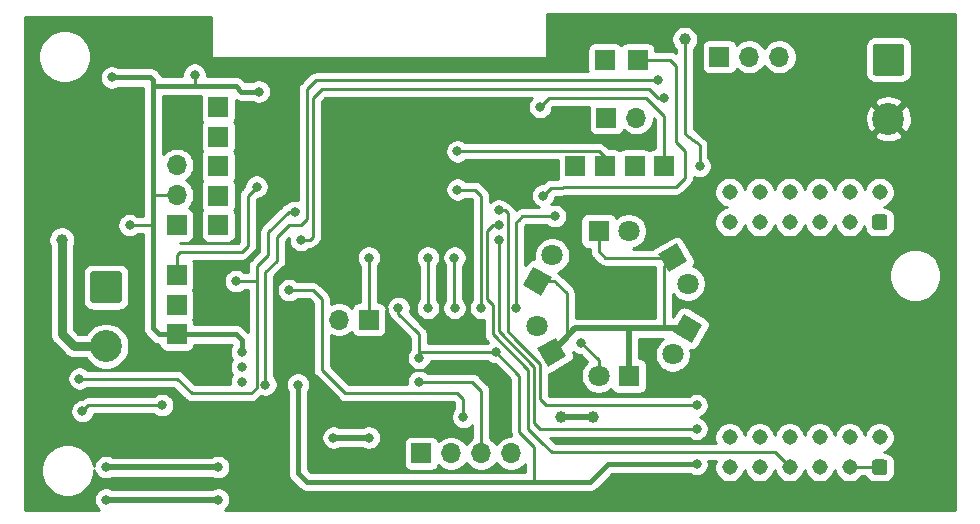
<source format=gbr>
%TF.GenerationSoftware,KiCad,Pcbnew,5.1.8-db9833491~88~ubuntu18.04.1*%
%TF.CreationDate,2020-12-01T05:37:15+01:00*%
%TF.ProjectId,esp32_gateway,65737033-325f-4676-9174-657761792e6b,rev?*%
%TF.SameCoordinates,Original*%
%TF.FileFunction,Copper,L2,Bot*%
%TF.FilePolarity,Positive*%
%FSLAX46Y46*%
G04 Gerber Fmt 4.6, Leading zero omitted, Abs format (unit mm)*
G04 Created by KiCad (PCBNEW 5.1.8-db9833491~88~ubuntu18.04.1) date 2020-12-01 05:37:15*
%MOMM*%
%LPD*%
G01*
G04 APERTURE LIST*
%TA.AperFunction,ComponentPad*%
%ADD10C,1.310000*%
%TD*%
%TA.AperFunction,ComponentPad*%
%ADD11O,1.700000X1.700000*%
%TD*%
%TA.AperFunction,ComponentPad*%
%ADD12R,1.700000X1.700000*%
%TD*%
%TA.AperFunction,ComponentPad*%
%ADD13C,2.700000*%
%TD*%
%TA.AperFunction,ComponentPad*%
%ADD14C,1.800000*%
%TD*%
%TA.AperFunction,ComponentPad*%
%ADD15C,0.100000*%
%TD*%
%TA.AperFunction,ComponentPad*%
%ADD16R,1.800000X1.800000*%
%TD*%
%TA.AperFunction,ViaPad*%
%ADD17C,1.000000*%
%TD*%
%TA.AperFunction,ViaPad*%
%ADD18C,0.800000*%
%TD*%
%TA.AperFunction,Conductor*%
%ADD19C,0.500000*%
%TD*%
%TA.AperFunction,Conductor*%
%ADD20C,0.750000*%
%TD*%
%TA.AperFunction,Conductor*%
%ADD21C,0.250000*%
%TD*%
%TA.AperFunction,Conductor*%
%ADD22C,0.450000*%
%TD*%
%TA.AperFunction,Conductor*%
%ADD23C,0.254000*%
%TD*%
%TA.AperFunction,Conductor*%
%ADD24C,0.100000*%
%TD*%
G04 APERTURE END LIST*
D10*
%TO.P,J21,12*%
%TO.N,Net-(J21-Pad12)*%
X134800000Y-85460000D03*
%TO.P,J21,10*%
%TO.N,Net-(J21-Pad10)*%
X137340000Y-85460000D03*
%TO.P,J21,8*%
%TO.N,Net-(J21-Pad8)*%
X139880000Y-85460000D03*
%TO.P,J21,6*%
%TO.N,Net-(J21-Pad6)*%
X142420000Y-85460000D03*
%TO.P,J21,4*%
%TO.N,Net-(J21-Pad4)*%
X144960000Y-85460000D03*
%TO.P,J21,2*%
%TO.N,Net-(J21-Pad2)*%
X147500000Y-85460000D03*
%TO.P,J21,11*%
%TO.N,Net-(J21-Pad11)*%
X134800000Y-88000000D03*
%TO.P,J21,9*%
%TO.N,Net-(J21-Pad9)*%
X137340000Y-88000000D03*
%TO.P,J21,7*%
%TO.N,Net-(J21-Pad7)*%
X139880000Y-88000000D03*
%TO.P,J21,5*%
%TO.N,Net-(J21-Pad5)*%
X142420000Y-88000000D03*
%TO.P,J21,3*%
%TO.N,Net-(J21-Pad3)*%
X144960000Y-88000000D03*
%TO.P,J21,1*%
%TO.N,Net-(J21-Pad1)*%
%TA.AperFunction,ComponentPad*%
G36*
G01*
X148155000Y-87595000D02*
X148155000Y-88405000D01*
G75*
G02*
X147905000Y-88655000I-250000J0D01*
G01*
X147095000Y-88655000D01*
G75*
G02*
X146845000Y-88405000I0J250000D01*
G01*
X146845000Y-87595000D01*
G75*
G02*
X147095000Y-87345000I250000J0D01*
G01*
X147905000Y-87345000D01*
G75*
G02*
X148155000Y-87595000I0J-250000D01*
G01*
G37*
%TD.AperFunction*%
%TD*%
%TO.P,J20,12*%
%TO.N,Net-(J20-Pad12)*%
X134800000Y-106210000D03*
%TO.P,J20,10*%
%TO.N,Net-(J20-Pad10)*%
X137340000Y-106210000D03*
%TO.P,J20,8*%
%TO.N,/RX_CC*%
X139880000Y-106210000D03*
%TO.P,J20,6*%
%TO.N,Net-(J20-Pad6)*%
X142420000Y-106210000D03*
%TO.P,J20,4*%
%TO.N,/RST_CC*%
X144960000Y-106210000D03*
%TO.P,J20,2*%
%TO.N,GND*%
X147500000Y-106210000D03*
%TO.P,J20,11*%
%TO.N,Net-(J20-Pad11)*%
X134800000Y-108750000D03*
%TO.P,J20,9*%
%TO.N,Net-(J20-Pad9)*%
X137340000Y-108750000D03*
%TO.P,J20,7*%
%TO.N,/TX_CC*%
X139880000Y-108750000D03*
%TO.P,J20,5*%
%TO.N,Net-(J20-Pad5)*%
X142420000Y-108750000D03*
%TO.P,J20,3*%
%TO.N,+3V3*%
X144960000Y-108750000D03*
%TO.P,J20,1*%
%TA.AperFunction,ComponentPad*%
G36*
G01*
X148155000Y-108345000D02*
X148155000Y-109155000D01*
G75*
G02*
X147905000Y-109405000I-250000J0D01*
G01*
X147095000Y-109405000D01*
G75*
G02*
X146845000Y-109155000I0J250000D01*
G01*
X146845000Y-108345000D01*
G75*
G02*
X147095000Y-108095000I250000J0D01*
G01*
X147905000Y-108095000D01*
G75*
G02*
X148155000Y-108345000I0J-250000D01*
G01*
G37*
%TD.AperFunction*%
%TD*%
D11*
%TO.P,J6,2*%
%TO.N,GND*%
X101710000Y-96250000D03*
D12*
%TO.P,J6,1*%
%TO.N,/LED_RX*%
X104250000Y-96250000D03*
%TD*%
D11*
%TO.P,J8,4*%
%TO.N,GND*%
X116306600Y-107579160D03*
%TO.P,J8,3*%
%TO.N,Net-(J8-Pad3)*%
X113766600Y-107579160D03*
%TO.P,J8,2*%
%TO.N,Net-(J8-Pad2)*%
X111226600Y-107579160D03*
D12*
%TO.P,J8,1*%
%TO.N,Net-(D1-Pad1)*%
X108686600Y-107579160D03*
%TD*%
D11*
%TO.P,J10,3*%
%TO.N,GND*%
X88000000Y-83170000D03*
%TO.P,J10,2*%
%TO.N,+3V3*%
X88000000Y-85710000D03*
D12*
%TO.P,J10,1*%
%TO.N,/RX_IR*%
X88000000Y-88250000D03*
%TD*%
D13*
%TO.P,J2,2*%
%TO.N,Net-(C3-Pad1)*%
X148250000Y-79250000D03*
%TO.P,J2,1*%
%TO.N,GND*%
%TA.AperFunction,ComponentPad*%
G36*
G01*
X147150001Y-72900000D02*
X149349999Y-72900000D01*
G75*
G02*
X149600000Y-73150001I0J-250001D01*
G01*
X149600000Y-75349999D01*
G75*
G02*
X149349999Y-75600000I-250001J0D01*
G01*
X147150001Y-75600000D01*
G75*
G02*
X146900000Y-75349999I0J250001D01*
G01*
X146900000Y-73150001D01*
G75*
G02*
X147150001Y-72900000I250001J0D01*
G01*
G37*
%TD.AperFunction*%
%TD*%
%TO.P,J1,2*%
%TO.N,+5V*%
X82000000Y-98500000D03*
%TO.P,J1,1*%
%TO.N,GND*%
%TA.AperFunction,ComponentPad*%
G36*
G01*
X80900001Y-92150000D02*
X83099999Y-92150000D01*
G75*
G02*
X83350000Y-92400001I0J-250001D01*
G01*
X83350000Y-94599999D01*
G75*
G02*
X83099999Y-94850000I-250001J0D01*
G01*
X80900001Y-94850000D01*
G75*
G02*
X80650000Y-94599999I0J250001D01*
G01*
X80650000Y-92400001D01*
G75*
G02*
X80900001Y-92150000I250001J0D01*
G01*
G37*
%TD.AperFunction*%
%TD*%
D12*
%TO.P,J23,1*%
%TO.N,Net-(J23-Pad1)*%
X124250000Y-74250000D03*
%TD*%
%TO.P,J22,1*%
%TO.N,Net-(J22-Pad1)*%
X127005080Y-74250000D03*
%TD*%
%TO.P,J19,1*%
%TO.N,GND*%
X88000000Y-95000000D03*
%TD*%
%TO.P,J18,1*%
%TO.N,GND*%
X126750000Y-83250000D03*
%TD*%
%TO.P,J17,1*%
%TO.N,/AUX5*%
X91500000Y-88250000D03*
%TD*%
%TO.P,J16,1*%
%TO.N,/HCSR501*%
X88000000Y-92500000D03*
%TD*%
%TO.P,J15,1*%
%TO.N,/AUX3*%
X91500000Y-85750000D03*
%TD*%
%TO.P,J14,1*%
%TO.N,/AUX2*%
X91500000Y-83250000D03*
%TD*%
%TO.P,J13,1*%
%TO.N,/AUX1*%
X91500000Y-80750000D03*
%TD*%
%TO.P,J12,1*%
%TO.N,/ADC1_0*%
X91500000Y-78250000D03*
%TD*%
%TO.P,J11,1*%
%TO.N,+3V3*%
X88000000Y-97500000D03*
%TD*%
%TO.P,J9,1*%
%TO.N,+3V3*%
X129250000Y-83250000D03*
%TD*%
D11*
%TO.P,J5,2*%
%TO.N,/RXD*%
X126903480Y-79166720D03*
D12*
%TO.P,J5,1*%
%TO.N,/TXD*%
X124363480Y-79166720D03*
%TD*%
%TO.P,J4,1*%
%TO.N,/SDA*%
X121750000Y-83250000D03*
%TD*%
%TO.P,J3,1*%
%TO.N,/SCL*%
X124250000Y-83250000D03*
%TD*%
D14*
%TO.P,D8,2*%
%TO.N,Net-(D8-Pad2)*%
X118480000Y-96800295D03*
%TA.AperFunction,ComponentPad*%
D15*
%TO.P,D8,1*%
%TO.N,Net-(D3-Pad1)*%
G36*
X120979423Y-99329423D02*
G01*
X119420577Y-100229423D01*
X118520577Y-98670577D01*
X120079423Y-97770577D01*
X120979423Y-99329423D01*
G37*
%TD.AperFunction*%
%TD*%
D14*
%TO.P,D7,2*%
%TO.N,Net-(D7-Pad2)*%
X123710000Y-101000000D03*
D16*
%TO.P,D7,1*%
%TO.N,Net-(D3-Pad1)*%
X126250000Y-101000000D03*
%TD*%
D14*
%TO.P,D6,2*%
%TO.N,Net-(D6-Pad2)*%
X126250000Y-88750000D03*
D16*
%TO.P,D6,1*%
%TO.N,Net-(D3-Pad1)*%
X123710000Y-88750000D03*
%TD*%
D14*
%TO.P,D5,2*%
%TO.N,Net-(D5-Pad2)*%
X119770000Y-90800295D03*
%TA.AperFunction,ComponentPad*%
D15*
%TO.P,D5,1*%
%TO.N,Net-(D3-Pad1)*%
G36*
X118829423Y-94229423D02*
G01*
X117270577Y-93329423D01*
X118170577Y-91770577D01*
X119729423Y-92670577D01*
X118829423Y-94229423D01*
G37*
%TD.AperFunction*%
%TD*%
D14*
%TO.P,D4,2*%
%TO.N,Net-(D4-Pad2)*%
X131270000Y-93199705D03*
%TA.AperFunction,ComponentPad*%
D15*
%TO.P,D4,1*%
%TO.N,Net-(D3-Pad1)*%
G36*
X128770577Y-90670577D02*
G01*
X130329423Y-89770577D01*
X131229423Y-91329423D01*
X129670577Y-92229423D01*
X128770577Y-90670577D01*
G37*
%TD.AperFunction*%
%TD*%
D14*
%TO.P,D3,2*%
%TO.N,Net-(D3-Pad2)*%
X129980000Y-99199705D03*
%TA.AperFunction,ComponentPad*%
D15*
%TO.P,D3,1*%
%TO.N,Net-(D3-Pad1)*%
G36*
X130920577Y-95770577D02*
G01*
X132479423Y-96670577D01*
X131579423Y-98229423D01*
X130020577Y-97329423D01*
X130920577Y-95770577D01*
G37*
%TD.AperFunction*%
%TD*%
D12*
%TO.P,J7,1*%
%TO.N,GND*%
X133920000Y-74000000D03*
D11*
%TO.P,J7,2*%
%TO.N,Net-(D1-Pad1)*%
X136460000Y-74000000D03*
%TO.P,J7,3*%
%TO.N,Net-(J7-Pad3)*%
X139000000Y-74000000D03*
%TD*%
D17*
%TO.N,GND*%
X123250000Y-104500000D03*
X120500000Y-104500000D03*
D18*
X104250000Y-106250000D03*
X101250000Y-106250000D03*
X91500000Y-108750000D03*
X82000000Y-108750000D03*
X91500000Y-111500000D03*
X82000000Y-111500000D03*
D17*
%TO.N,+5V*%
X131000000Y-72500000D03*
D18*
X132250000Y-83250000D03*
D17*
X78250000Y-89500000D03*
%TO.N,Net-(C3-Pad1)*%
X86000000Y-106500000D03*
X84000000Y-106500000D03*
X88250000Y-106500000D03*
X84750000Y-110100000D03*
X87250000Y-110100000D03*
X100250000Y-103500000D03*
D18*
%TO.N,+3V3*%
X94940000Y-76940000D03*
X93500000Y-99000000D03*
X93500000Y-100250000D03*
X93500000Y-101500000D03*
X120000000Y-87500000D03*
X115000000Y-99000000D03*
X118750000Y-78250000D03*
X116750000Y-95250000D03*
X98250000Y-101750000D03*
X106750000Y-95250000D03*
X108500000Y-99500000D03*
X84000000Y-88250000D03*
X89500000Y-75500000D03*
X132000000Y-108500000D03*
X82500000Y-75750000D03*
%TO.N,Net-(D1-Pad1)*%
X128750000Y-76000000D03*
X95500000Y-101750000D03*
%TO.N,/ON-OFF*%
X93000000Y-93000000D03*
X98024990Y-87125000D03*
X79750000Y-101250000D03*
%TO.N,Net-(D7-Pad2)*%
X122250000Y-98250000D03*
%TO.N,/LED_RX*%
X109250000Y-95250000D03*
X109250000Y-91000000D03*
X104250000Y-91000000D03*
%TO.N,/LED_INF*%
X111516160Y-95266160D03*
X111500000Y-91000000D03*
%TO.N,/LED_TX*%
X113750000Y-95250000D03*
X111750000Y-85250000D03*
%TO.N,/SCL*%
X111750000Y-82000000D03*
%TO.N,/HCSR501*%
X94750000Y-85000000D03*
%TO.N,/TX_CC*%
X115250000Y-88250000D03*
%TO.N,/RX_CC*%
X115250000Y-89500000D03*
X132000000Y-105500000D03*
%TO.N,/RST_CC*%
X115250000Y-87000000D03*
X132000000Y-103500000D03*
%TO.N,Net-(J22-Pad1)*%
X119000000Y-85750000D03*
%TO.N,Net-(Q1-Pad1)*%
X80000000Y-104000000D03*
X86750000Y-103500000D03*
%TO.N,/RX_RF*%
X129250000Y-77500000D03*
X98500000Y-89500000D03*
%TO.N,/TX_IR*%
X112250000Y-104500000D03*
X97500000Y-93750000D03*
%TO.N,Net-(J8-Pad3)*%
X108500000Y-101500000D03*
%TD*%
D19*
%TO.N,GND*%
X120500000Y-104500000D02*
X123250000Y-104500000D01*
X104250000Y-106250000D02*
X101250000Y-106250000D01*
X91500000Y-108750000D02*
X82000000Y-108750000D01*
X91500000Y-111500000D02*
X82000000Y-111500000D01*
D20*
%TO.N,+5V*%
X82000000Y-98500000D02*
X79250000Y-98500000D01*
X79250000Y-98500000D02*
X79000000Y-98250000D01*
X78250000Y-97500000D02*
X79250000Y-98500000D01*
X78250000Y-89500000D02*
X78250000Y-97500000D01*
D21*
X131000000Y-80500000D02*
X131000000Y-72500000D01*
X132250000Y-83250000D02*
X132250000Y-81500000D01*
X132250000Y-81500000D02*
X131000000Y-80500000D01*
%TO.N,Net-(C3-Pad1)*%
X108250000Y-100500000D02*
X109750000Y-100500000D01*
X105750000Y-95250000D02*
X105750000Y-98000000D01*
D22*
%TO.N,+3V3*%
X88000000Y-97500000D02*
X86500000Y-97500000D01*
X86500000Y-97500000D02*
X86000000Y-97000000D01*
X86000000Y-85750000D02*
X86000000Y-76750000D01*
X88000000Y-97500000D02*
X93000000Y-97500000D01*
X93500000Y-98000000D02*
X93500000Y-99000000D01*
X93000000Y-97500000D02*
X93500000Y-98000000D01*
D21*
X120000000Y-87500000D02*
X117250000Y-87500000D01*
X117250000Y-87500000D02*
X116945567Y-87804433D01*
X116945567Y-87804433D02*
X116750000Y-88000000D01*
X116750000Y-88000000D02*
X116750000Y-95250000D01*
X147000000Y-108750000D02*
X145000000Y-108750000D01*
X106750000Y-95250000D02*
X106750000Y-95750000D01*
D22*
X94940000Y-76940000D02*
X93440000Y-76940000D01*
X93440000Y-76940000D02*
X93000000Y-76500000D01*
D21*
X115000000Y-99000000D02*
X108750000Y-99000000D01*
X118250000Y-107000000D02*
X118250000Y-110000000D01*
X117000000Y-105750000D02*
X118250000Y-107000000D01*
X115000000Y-99000000D02*
X117000000Y-101000000D01*
X117000000Y-101000000D02*
X117000000Y-105750000D01*
X108500000Y-97500000D02*
X108125000Y-97125000D01*
X106750000Y-95750000D02*
X108125000Y-97125000D01*
X108500000Y-99500000D02*
X108500000Y-99000000D01*
X108750000Y-99000000D02*
X108500000Y-99000000D01*
X108500000Y-99000000D02*
X108500000Y-97500000D01*
X86040000Y-85710000D02*
X86000000Y-85750000D01*
X88000000Y-85710000D02*
X86040000Y-85710000D01*
X86000000Y-88250000D02*
X84000000Y-88250000D01*
D22*
X86000000Y-97000000D02*
X86000000Y-88250000D01*
X86000000Y-88250000D02*
X86000000Y-85750000D01*
D21*
X129250000Y-79000000D02*
X128375000Y-78125000D01*
X129250000Y-83250000D02*
X129250000Y-79000000D01*
X128500000Y-78250000D02*
X128375000Y-78125000D01*
X128375000Y-78125000D02*
X127750000Y-77500000D01*
D22*
X87500000Y-76500000D02*
X86000000Y-76500000D01*
X98250000Y-109250000D02*
X99000000Y-110000000D01*
X98250000Y-101750000D02*
X98250000Y-109250000D01*
X99000000Y-110000000D02*
X118250000Y-110000000D01*
X86000000Y-76750000D02*
X86000000Y-76500000D01*
X93000000Y-76500000D02*
X89500000Y-76500000D01*
X89500000Y-76500000D02*
X87500000Y-76500000D01*
D21*
X89500000Y-75500000D02*
X89500000Y-76500000D01*
D22*
X124500000Y-108500000D02*
X123000000Y-110000000D01*
X132000000Y-108500000D02*
X124500000Y-108500000D01*
X118250000Y-110000000D02*
X123000000Y-110000000D01*
D21*
X127750000Y-77500000D02*
X119500000Y-77500000D01*
X118750000Y-78250000D02*
X119500000Y-77500000D01*
D22*
X86000000Y-76250000D02*
X86000000Y-76500000D01*
X86000000Y-76000000D02*
X86000000Y-76250000D01*
X85750000Y-75750000D02*
X86000000Y-76000000D01*
X82500000Y-75750000D02*
X85750000Y-75750000D01*
D21*
%TO.N,Net-(D1-Pad1)*%
X99750000Y-76000000D02*
X128750000Y-76000000D01*
X99000000Y-87750000D02*
X99000000Y-76750000D01*
X95500000Y-92250000D02*
X96500000Y-91250000D01*
X95500000Y-101750000D02*
X95500000Y-92250000D01*
X98500000Y-88250000D02*
X99000000Y-87750000D01*
X99000000Y-76750000D02*
X99750000Y-76000000D01*
X96500000Y-91250000D02*
X96500000Y-89250000D01*
X96500000Y-89250000D02*
X97500000Y-88250000D01*
X97500000Y-88250000D02*
X98500000Y-88250000D01*
%TO.N,/ON-OFF*%
X98125000Y-87125000D02*
X98024990Y-87125000D01*
X98250000Y-87000000D02*
X98125000Y-87125000D01*
X93000000Y-93000000D02*
X94750000Y-93000000D01*
X94750000Y-93250000D02*
X94750000Y-93000000D01*
X79750000Y-101250000D02*
X88000000Y-101250000D01*
X94750000Y-102000000D02*
X94750000Y-93250000D01*
X89250000Y-102500000D02*
X94250000Y-102500000D01*
X88000000Y-101250000D02*
X89250000Y-102500000D01*
X94250000Y-102500000D02*
X94750000Y-102000000D01*
X97459305Y-87125000D02*
X98024990Y-87125000D01*
X95750000Y-90750000D02*
X95750000Y-88834305D01*
X94750000Y-91750000D02*
X95750000Y-90750000D01*
X95750000Y-88834305D02*
X97459305Y-87125000D01*
X94750000Y-93000000D02*
X94750000Y-91750000D01*
%TO.N,Net-(D3-Pad2)*%
X129750000Y-99000000D02*
X130000000Y-99250000D01*
%TO.N,Net-(D3-Pad1)*%
X118500000Y-93000000D02*
X120000000Y-93000000D01*
X120000000Y-93000000D02*
X120125000Y-93125000D01*
X130000000Y-91000000D02*
X129250000Y-91750000D01*
X121000000Y-94000000D02*
X120125000Y-93125000D01*
X123710000Y-90460000D02*
X124250000Y-91000000D01*
X123710000Y-88750000D02*
X123710000Y-90460000D01*
X130000000Y-91000000D02*
X124250000Y-91000000D01*
X121000000Y-97750000D02*
X121000000Y-97500000D01*
X121000000Y-97500000D02*
X121000000Y-96000000D01*
X121000000Y-96000000D02*
X121000000Y-94000000D01*
D19*
X131250000Y-97000000D02*
X129250000Y-97000000D01*
D21*
X129250000Y-91750000D02*
X129250000Y-97000000D01*
D19*
X129250000Y-97000000D02*
X126500000Y-97000000D01*
X126500000Y-97000000D02*
X121750000Y-97000000D01*
X121750000Y-97000000D02*
X120750000Y-98000000D01*
X119750000Y-99000000D02*
X120750000Y-98000000D01*
X120750000Y-98000000D02*
X121000000Y-97750000D01*
X126250000Y-99250000D02*
X126250000Y-97000000D01*
X126250000Y-101000000D02*
X126250000Y-99250000D01*
D21*
%TO.N,Net-(D7-Pad2)*%
X123710000Y-101000000D02*
X123710000Y-99710000D01*
X123710000Y-99710000D02*
X122250000Y-98250000D01*
%TO.N,/LED_RX*%
X109250000Y-92750000D02*
X109250000Y-91000000D01*
X109250000Y-92750000D02*
X109250000Y-94000000D01*
X109250000Y-94000000D02*
X109250000Y-95250000D01*
X104250000Y-94250000D02*
X104250000Y-96250000D01*
X104250000Y-94250000D02*
X104250000Y-91000000D01*
%TO.N,/LED_INF*%
X111500000Y-95250000D02*
X111516160Y-95266160D01*
X111500000Y-91000000D02*
X111500000Y-95250000D01*
%TO.N,/LED_TX*%
X113250000Y-85250000D02*
X113750000Y-85750000D01*
X111750000Y-85250000D02*
X113250000Y-85250000D01*
X113750000Y-85750000D02*
X113750000Y-95250000D01*
%TO.N,/SCL*%
X124250000Y-82500000D02*
X123750000Y-82000000D01*
X124250000Y-83250000D02*
X124250000Y-82500000D01*
X111750000Y-82000000D02*
X123750000Y-82000000D01*
%TO.N,/HCSR501*%
X88000000Y-90750000D02*
X88000000Y-92500000D01*
X88250000Y-90500000D02*
X88000000Y-90750000D01*
X94000000Y-90000000D02*
X93500000Y-90500000D01*
X94750000Y-85000000D02*
X94000000Y-85750000D01*
X93500000Y-90500000D02*
X88250000Y-90500000D01*
X94000000Y-85750000D02*
X94000000Y-90000000D01*
%TO.N,/TX_CC*%
X114750000Y-95000000D02*
X114250000Y-94500000D01*
X114750000Y-97500000D02*
X114750000Y-95000000D01*
X114750000Y-88250000D02*
X115250000Y-88250000D01*
X114250000Y-94500000D02*
X114250000Y-88750000D01*
X114250000Y-88750000D02*
X114750000Y-88250000D01*
X117750000Y-100500000D02*
X114750000Y-97500000D01*
X117750000Y-105500000D02*
X117750000Y-100500000D01*
X138630000Y-107500000D02*
X132500000Y-107500000D01*
X139880000Y-108750000D02*
X138630000Y-107500000D01*
X119750000Y-107500000D02*
X118500000Y-106250000D01*
X132500000Y-107500000D02*
X119750000Y-107500000D01*
X119000000Y-106750000D02*
X118500000Y-106250000D01*
X118500000Y-106250000D02*
X117750000Y-105500000D01*
%TO.N,/RX_CC*%
X115250000Y-97250000D02*
X115250000Y-89500000D01*
X118250000Y-100250000D02*
X115250000Y-97250000D01*
X118750000Y-105500000D02*
X118250000Y-105000000D01*
X132000000Y-105500000D02*
X118750000Y-105500000D01*
X118250000Y-105000000D02*
X118250000Y-100250000D01*
%TO.N,/RST_CC*%
X115250000Y-87000000D02*
X115750000Y-87000000D01*
X115750000Y-87000000D02*
X116000000Y-87250000D01*
X116000000Y-87250000D02*
X116000000Y-97000000D01*
X116000000Y-97000000D02*
X116000000Y-97250000D01*
X116000000Y-97250000D02*
X116750000Y-98000000D01*
X116750000Y-98000000D02*
X117750000Y-99000000D01*
X117750000Y-99000000D02*
X118750000Y-100000000D01*
X119250000Y-103500000D02*
X118750000Y-103000000D01*
X124000000Y-103500000D02*
X119250000Y-103500000D01*
X118750000Y-100000000D02*
X118750000Y-103000000D01*
X132000000Y-103500000D02*
X124000000Y-103500000D01*
%TO.N,Net-(J22-Pad1)*%
X119675000Y-85075000D02*
X119000000Y-85750000D01*
X120575000Y-85075000D02*
X119675000Y-85075000D01*
X120750000Y-85000000D02*
X120575000Y-85075000D01*
X130250000Y-85000000D02*
X120750000Y-85000000D01*
X130250000Y-81250000D02*
X131000000Y-82000000D01*
X127005080Y-74250000D02*
X129750000Y-74250000D01*
X129750000Y-74250000D02*
X130250000Y-74750000D01*
X131000000Y-82000000D02*
X131000000Y-84250000D01*
X130250000Y-74750000D02*
X130250000Y-81250000D01*
X131000000Y-84250000D02*
X130250000Y-85000000D01*
%TO.N,Net-(Q1-Pad1)*%
X80500000Y-103500000D02*
X80000000Y-104000000D01*
X86750000Y-103500000D02*
X80500000Y-103500000D01*
%TO.N,/RX_RF*%
X100250000Y-76750000D02*
X128000000Y-76750000D01*
X98500000Y-89500000D02*
X99250000Y-89500000D01*
X128750000Y-77500000D02*
X129250000Y-77500000D01*
X99250000Y-89500000D02*
X99500000Y-89250000D01*
X128000000Y-76750000D02*
X128750000Y-77500000D01*
X99500000Y-89250000D02*
X99500000Y-77500000D01*
X99500000Y-77500000D02*
X100250000Y-76750000D01*
%TO.N,/TX_IR*%
X112250000Y-103000000D02*
X112250000Y-104500000D01*
X97500000Y-93750000D02*
X99500000Y-93750000D01*
X99500000Y-93750000D02*
X100250000Y-94500000D01*
X102250000Y-102500000D02*
X111750000Y-102500000D01*
X111750000Y-102500000D02*
X112250000Y-103000000D01*
X100250000Y-94500000D02*
X100250000Y-100500000D01*
X100250000Y-100500000D02*
X102250000Y-102500000D01*
%TO.N,Net-(J8-Pad3)*%
X108500000Y-101500000D02*
X113000000Y-101500000D01*
X113766600Y-102266600D02*
X113766600Y-107579160D01*
X113000000Y-101500000D02*
X113766600Y-102266600D01*
%TD*%
D23*
%TO.N,Net-(C3-Pad1)*%
X153873000Y-112373000D02*
X92056414Y-112373000D01*
X92159774Y-112303937D01*
X92303937Y-112159774D01*
X92417205Y-111990256D01*
X92495226Y-111801898D01*
X92535000Y-111601939D01*
X92535000Y-111398061D01*
X92495226Y-111198102D01*
X92417205Y-111009744D01*
X92303937Y-110840226D01*
X92159774Y-110696063D01*
X91990256Y-110582795D01*
X91801898Y-110504774D01*
X91601939Y-110465000D01*
X91398061Y-110465000D01*
X91198102Y-110504774D01*
X91009744Y-110582795D01*
X90961546Y-110615000D01*
X82538454Y-110615000D01*
X82490256Y-110582795D01*
X82301898Y-110504774D01*
X82101939Y-110465000D01*
X81898061Y-110465000D01*
X81698102Y-110504774D01*
X81509744Y-110582795D01*
X81340226Y-110696063D01*
X81196063Y-110840226D01*
X81082795Y-111009744D01*
X81004774Y-111198102D01*
X80965000Y-111398061D01*
X80965000Y-111601939D01*
X81004774Y-111801898D01*
X81082795Y-111990256D01*
X81196063Y-112159774D01*
X81340226Y-112303937D01*
X81443586Y-112373000D01*
X75127000Y-112373000D01*
X75127000Y-108779872D01*
X76515000Y-108779872D01*
X76515000Y-109220128D01*
X76600890Y-109651925D01*
X76769369Y-110058669D01*
X77013962Y-110424729D01*
X77325271Y-110736038D01*
X77691331Y-110980631D01*
X78098075Y-111149110D01*
X78529872Y-111235000D01*
X78970128Y-111235000D01*
X79401925Y-111149110D01*
X79808669Y-110980631D01*
X80174729Y-110736038D01*
X80486038Y-110424729D01*
X80730631Y-110058669D01*
X80899110Y-109651925D01*
X80985000Y-109220128D01*
X80985000Y-108952487D01*
X81004774Y-109051898D01*
X81082795Y-109240256D01*
X81196063Y-109409774D01*
X81340226Y-109553937D01*
X81509744Y-109667205D01*
X81698102Y-109745226D01*
X81898061Y-109785000D01*
X82101939Y-109785000D01*
X82301898Y-109745226D01*
X82490256Y-109667205D01*
X82538454Y-109635000D01*
X90961546Y-109635000D01*
X91009744Y-109667205D01*
X91198102Y-109745226D01*
X91398061Y-109785000D01*
X91601939Y-109785000D01*
X91801898Y-109745226D01*
X91990256Y-109667205D01*
X92159774Y-109553937D01*
X92303937Y-109409774D01*
X92417205Y-109240256D01*
X92495226Y-109051898D01*
X92535000Y-108851939D01*
X92535000Y-108648061D01*
X92495226Y-108448102D01*
X92417205Y-108259744D01*
X92303937Y-108090226D01*
X92159774Y-107946063D01*
X91990256Y-107832795D01*
X91801898Y-107754774D01*
X91601939Y-107715000D01*
X91398061Y-107715000D01*
X91198102Y-107754774D01*
X91009744Y-107832795D01*
X90961546Y-107865000D01*
X82538454Y-107865000D01*
X82490256Y-107832795D01*
X82301898Y-107754774D01*
X82101939Y-107715000D01*
X81898061Y-107715000D01*
X81698102Y-107754774D01*
X81509744Y-107832795D01*
X81340226Y-107946063D01*
X81196063Y-108090226D01*
X81082795Y-108259744D01*
X81004774Y-108448102D01*
X80965000Y-108648061D01*
X80965000Y-108679325D01*
X80899110Y-108348075D01*
X80730631Y-107941331D01*
X80486038Y-107575271D01*
X80174729Y-107263962D01*
X79808669Y-107019369D01*
X79401925Y-106850890D01*
X78970128Y-106765000D01*
X78529872Y-106765000D01*
X78098075Y-106850890D01*
X77691331Y-107019369D01*
X77325271Y-107263962D01*
X77013962Y-107575271D01*
X76769369Y-107941331D01*
X76600890Y-108348075D01*
X76515000Y-108779872D01*
X75127000Y-108779872D01*
X75127000Y-103898061D01*
X78965000Y-103898061D01*
X78965000Y-104101939D01*
X79004774Y-104301898D01*
X79082795Y-104490256D01*
X79196063Y-104659774D01*
X79340226Y-104803937D01*
X79509744Y-104917205D01*
X79698102Y-104995226D01*
X79898061Y-105035000D01*
X80101939Y-105035000D01*
X80301898Y-104995226D01*
X80490256Y-104917205D01*
X80659774Y-104803937D01*
X80803937Y-104659774D01*
X80917205Y-104490256D01*
X80995226Y-104301898D01*
X81003560Y-104260000D01*
X86046289Y-104260000D01*
X86090226Y-104303937D01*
X86259744Y-104417205D01*
X86448102Y-104495226D01*
X86648061Y-104535000D01*
X86851939Y-104535000D01*
X87051898Y-104495226D01*
X87240256Y-104417205D01*
X87409774Y-104303937D01*
X87553937Y-104159774D01*
X87667205Y-103990256D01*
X87745226Y-103801898D01*
X87785000Y-103601939D01*
X87785000Y-103398061D01*
X87745226Y-103198102D01*
X87667205Y-103009744D01*
X87553937Y-102840226D01*
X87409774Y-102696063D01*
X87240256Y-102582795D01*
X87051898Y-102504774D01*
X86851939Y-102465000D01*
X86648061Y-102465000D01*
X86448102Y-102504774D01*
X86259744Y-102582795D01*
X86090226Y-102696063D01*
X86046289Y-102740000D01*
X80537325Y-102740000D01*
X80500000Y-102736324D01*
X80462675Y-102740000D01*
X80462667Y-102740000D01*
X80351014Y-102750997D01*
X80207753Y-102794454D01*
X80075724Y-102865026D01*
X79959999Y-102959999D01*
X79955895Y-102965000D01*
X79898061Y-102965000D01*
X79698102Y-103004774D01*
X79509744Y-103082795D01*
X79340226Y-103196063D01*
X79196063Y-103340226D01*
X79082795Y-103509744D01*
X79004774Y-103698102D01*
X78965000Y-103898061D01*
X75127000Y-103898061D01*
X75127000Y-101148061D01*
X78715000Y-101148061D01*
X78715000Y-101351939D01*
X78754774Y-101551898D01*
X78832795Y-101740256D01*
X78946063Y-101909774D01*
X79090226Y-102053937D01*
X79259744Y-102167205D01*
X79448102Y-102245226D01*
X79648061Y-102285000D01*
X79851939Y-102285000D01*
X80051898Y-102245226D01*
X80240256Y-102167205D01*
X80409774Y-102053937D01*
X80453711Y-102010000D01*
X87685199Y-102010000D01*
X88686200Y-103011002D01*
X88709999Y-103040001D01*
X88738997Y-103063799D01*
X88825723Y-103134974D01*
X88940012Y-103196063D01*
X88957753Y-103205546D01*
X89101014Y-103249003D01*
X89212667Y-103260000D01*
X89212677Y-103260000D01*
X89250000Y-103263676D01*
X89287323Y-103260000D01*
X94212678Y-103260000D01*
X94250000Y-103263676D01*
X94287322Y-103260000D01*
X94287333Y-103260000D01*
X94398986Y-103249003D01*
X94542247Y-103205546D01*
X94674276Y-103134974D01*
X94790001Y-103040001D01*
X94813804Y-103010997D01*
X95114291Y-102710510D01*
X95198102Y-102745226D01*
X95398061Y-102785000D01*
X95601939Y-102785000D01*
X95801898Y-102745226D01*
X95990256Y-102667205D01*
X96159774Y-102553937D01*
X96303937Y-102409774D01*
X96417205Y-102240256D01*
X96495226Y-102051898D01*
X96535000Y-101851939D01*
X96535000Y-101648061D01*
X96495226Y-101448102D01*
X96417205Y-101259744D01*
X96303937Y-101090226D01*
X96260000Y-101046289D01*
X96260000Y-92564801D01*
X97011004Y-91813798D01*
X97040001Y-91790001D01*
X97134974Y-91674276D01*
X97205546Y-91542247D01*
X97249003Y-91398986D01*
X97260000Y-91287333D01*
X97260000Y-91287332D01*
X97263677Y-91250000D01*
X97260000Y-91212667D01*
X97260000Y-89564801D01*
X97474500Y-89350302D01*
X97465000Y-89398061D01*
X97465000Y-89601939D01*
X97504774Y-89801898D01*
X97582795Y-89990256D01*
X97696063Y-90159774D01*
X97840226Y-90303937D01*
X98009744Y-90417205D01*
X98198102Y-90495226D01*
X98398061Y-90535000D01*
X98601939Y-90535000D01*
X98801898Y-90495226D01*
X98990256Y-90417205D01*
X99159774Y-90303937D01*
X99203711Y-90260000D01*
X99212678Y-90260000D01*
X99250000Y-90263676D01*
X99287322Y-90260000D01*
X99287333Y-90260000D01*
X99398986Y-90249003D01*
X99542247Y-90205546D01*
X99674276Y-90134974D01*
X99790001Y-90040001D01*
X99813803Y-90010998D01*
X100011003Y-89813799D01*
X100040001Y-89790001D01*
X100134974Y-89674276D01*
X100205546Y-89542247D01*
X100249003Y-89398986D01*
X100260000Y-89287333D01*
X100260000Y-89287324D01*
X100263676Y-89250001D01*
X100260000Y-89212678D01*
X100260000Y-77814801D01*
X100564802Y-77510000D01*
X118026289Y-77510000D01*
X117946063Y-77590226D01*
X117832795Y-77759744D01*
X117754774Y-77948102D01*
X117715000Y-78148061D01*
X117715000Y-78351939D01*
X117754774Y-78551898D01*
X117832795Y-78740256D01*
X117946063Y-78909774D01*
X118090226Y-79053937D01*
X118259744Y-79167205D01*
X118448102Y-79245226D01*
X118648061Y-79285000D01*
X118851939Y-79285000D01*
X119051898Y-79245226D01*
X119240256Y-79167205D01*
X119409774Y-79053937D01*
X119553937Y-78909774D01*
X119667205Y-78740256D01*
X119745226Y-78551898D01*
X119785000Y-78351939D01*
X119785000Y-78289802D01*
X119814802Y-78260000D01*
X122880994Y-78260000D01*
X122875408Y-78316720D01*
X122875408Y-80016720D01*
X122887668Y-80141202D01*
X122923978Y-80260900D01*
X122982943Y-80371214D01*
X123062295Y-80467905D01*
X123158986Y-80547257D01*
X123269300Y-80606222D01*
X123388998Y-80642532D01*
X123513480Y-80654792D01*
X125213480Y-80654792D01*
X125337962Y-80642532D01*
X125457660Y-80606222D01*
X125567974Y-80547257D01*
X125664665Y-80467905D01*
X125744017Y-80371214D01*
X125802982Y-80260900D01*
X125824993Y-80188340D01*
X125956848Y-80320195D01*
X126200069Y-80482710D01*
X126470322Y-80594652D01*
X126757220Y-80651720D01*
X127049740Y-80651720D01*
X127336638Y-80594652D01*
X127606891Y-80482710D01*
X127850112Y-80320195D01*
X128056955Y-80113352D01*
X128219470Y-79870131D01*
X128331412Y-79599878D01*
X128388480Y-79312980D01*
X128388480Y-79213282D01*
X128490001Y-79314803D01*
X128490000Y-81761928D01*
X128400000Y-81761928D01*
X128275518Y-81774188D01*
X128155820Y-81810498D01*
X128045506Y-81869463D01*
X128000000Y-81906809D01*
X127954494Y-81869463D01*
X127844180Y-81810498D01*
X127724482Y-81774188D01*
X127600000Y-81761928D01*
X125900000Y-81761928D01*
X125775518Y-81774188D01*
X125655820Y-81810498D01*
X125545506Y-81869463D01*
X125500000Y-81906809D01*
X125454494Y-81869463D01*
X125344180Y-81810498D01*
X125224482Y-81774188D01*
X125100000Y-81761928D01*
X124586729Y-81761928D01*
X124313804Y-81489003D01*
X124290001Y-81459999D01*
X124174276Y-81365026D01*
X124042247Y-81294454D01*
X123898986Y-81250997D01*
X123787333Y-81240000D01*
X123787322Y-81240000D01*
X123750000Y-81236324D01*
X123712678Y-81240000D01*
X112453711Y-81240000D01*
X112409774Y-81196063D01*
X112240256Y-81082795D01*
X112051898Y-81004774D01*
X111851939Y-80965000D01*
X111648061Y-80965000D01*
X111448102Y-81004774D01*
X111259744Y-81082795D01*
X111090226Y-81196063D01*
X110946063Y-81340226D01*
X110832795Y-81509744D01*
X110754774Y-81698102D01*
X110715000Y-81898061D01*
X110715000Y-82101939D01*
X110754774Y-82301898D01*
X110832795Y-82490256D01*
X110946063Y-82659774D01*
X111090226Y-82803937D01*
X111259744Y-82917205D01*
X111448102Y-82995226D01*
X111648061Y-83035000D01*
X111851939Y-83035000D01*
X112051898Y-82995226D01*
X112240256Y-82917205D01*
X112409774Y-82803937D01*
X112453711Y-82760000D01*
X120261928Y-82760000D01*
X120261928Y-84100000D01*
X120274188Y-84224482D01*
X120301646Y-84315000D01*
X119712322Y-84315000D01*
X119674999Y-84311324D01*
X119637676Y-84315000D01*
X119637667Y-84315000D01*
X119526014Y-84325997D01*
X119397347Y-84365027D01*
X119382753Y-84369454D01*
X119250723Y-84440026D01*
X119176429Y-84500998D01*
X119134999Y-84534999D01*
X119111200Y-84563998D01*
X118960198Y-84715000D01*
X118898061Y-84715000D01*
X118698102Y-84754774D01*
X118509744Y-84832795D01*
X118340226Y-84946063D01*
X118196063Y-85090226D01*
X118082795Y-85259744D01*
X118004774Y-85448102D01*
X117965000Y-85648061D01*
X117965000Y-85851939D01*
X118004774Y-86051898D01*
X118082795Y-86240256D01*
X118196063Y-86409774D01*
X118340226Y-86553937D01*
X118509744Y-86667205D01*
X118685485Y-86740000D01*
X117287322Y-86740000D01*
X117249999Y-86736324D01*
X117212676Y-86740000D01*
X117212667Y-86740000D01*
X117101014Y-86750997D01*
X116957753Y-86794454D01*
X116825724Y-86865026D01*
X116709999Y-86959999D01*
X116707245Y-86963355D01*
X116705546Y-86957753D01*
X116634974Y-86825724D01*
X116540001Y-86709999D01*
X116511003Y-86686201D01*
X116313803Y-86489002D01*
X116290001Y-86459999D01*
X116174276Y-86365026D01*
X116042247Y-86294454D01*
X115993325Y-86279614D01*
X115909774Y-86196063D01*
X115740256Y-86082795D01*
X115551898Y-86004774D01*
X115351939Y-85965000D01*
X115148061Y-85965000D01*
X114948102Y-86004774D01*
X114759744Y-86082795D01*
X114590226Y-86196063D01*
X114510000Y-86276289D01*
X114510000Y-85787325D01*
X114513676Y-85750000D01*
X114510000Y-85712675D01*
X114510000Y-85712667D01*
X114499003Y-85601014D01*
X114455546Y-85457753D01*
X114384974Y-85325724D01*
X114290001Y-85209999D01*
X114260998Y-85186197D01*
X113813804Y-84739003D01*
X113790001Y-84709999D01*
X113674276Y-84615026D01*
X113542247Y-84544454D01*
X113398986Y-84500997D01*
X113287333Y-84490000D01*
X113287322Y-84490000D01*
X113250000Y-84486324D01*
X113212678Y-84490000D01*
X112453711Y-84490000D01*
X112409774Y-84446063D01*
X112240256Y-84332795D01*
X112051898Y-84254774D01*
X111851939Y-84215000D01*
X111648061Y-84215000D01*
X111448102Y-84254774D01*
X111259744Y-84332795D01*
X111090226Y-84446063D01*
X110946063Y-84590226D01*
X110832795Y-84759744D01*
X110754774Y-84948102D01*
X110715000Y-85148061D01*
X110715000Y-85351939D01*
X110754774Y-85551898D01*
X110832795Y-85740256D01*
X110946063Y-85909774D01*
X111090226Y-86053937D01*
X111259744Y-86167205D01*
X111448102Y-86245226D01*
X111648061Y-86285000D01*
X111851939Y-86285000D01*
X112051898Y-86245226D01*
X112240256Y-86167205D01*
X112409774Y-86053937D01*
X112453711Y-86010000D01*
X112935199Y-86010000D01*
X112990000Y-86064801D01*
X112990001Y-94546288D01*
X112946063Y-94590226D01*
X112832795Y-94759744D01*
X112754774Y-94948102D01*
X112715000Y-95148061D01*
X112715000Y-95351939D01*
X112754774Y-95551898D01*
X112832795Y-95740256D01*
X112946063Y-95909774D01*
X113090226Y-96053937D01*
X113259744Y-96167205D01*
X113448102Y-96245226D01*
X113648061Y-96285000D01*
X113851939Y-96285000D01*
X113990000Y-96257538D01*
X113990000Y-97462677D01*
X113986324Y-97500000D01*
X113990000Y-97537322D01*
X113990000Y-97537332D01*
X114000997Y-97648985D01*
X114035788Y-97763677D01*
X114044454Y-97792246D01*
X114115026Y-97924276D01*
X114134580Y-97948102D01*
X114209999Y-98040001D01*
X114239003Y-98063804D01*
X114358831Y-98183632D01*
X114340226Y-98196063D01*
X114296289Y-98240000D01*
X109260000Y-98240000D01*
X109260000Y-97537322D01*
X109263676Y-97499999D01*
X109260000Y-97462676D01*
X109260000Y-97462667D01*
X109249003Y-97351014D01*
X109205546Y-97207753D01*
X109134974Y-97075724D01*
X109040001Y-96959999D01*
X109010997Y-96936196D01*
X108688804Y-96614003D01*
X108688799Y-96613997D01*
X107710510Y-95635709D01*
X107745226Y-95551898D01*
X107785000Y-95351939D01*
X107785000Y-95148061D01*
X107745226Y-94948102D01*
X107667205Y-94759744D01*
X107553937Y-94590226D01*
X107409774Y-94446063D01*
X107240256Y-94332795D01*
X107051898Y-94254774D01*
X106851939Y-94215000D01*
X106648061Y-94215000D01*
X106448102Y-94254774D01*
X106259744Y-94332795D01*
X106090226Y-94446063D01*
X105946063Y-94590226D01*
X105832795Y-94759744D01*
X105754774Y-94948102D01*
X105715000Y-95148061D01*
X105715000Y-95239876D01*
X105689502Y-95155820D01*
X105630537Y-95045506D01*
X105551185Y-94948815D01*
X105454494Y-94869463D01*
X105344180Y-94810498D01*
X105224482Y-94774188D01*
X105100000Y-94761928D01*
X105010000Y-94761928D01*
X105010000Y-91703711D01*
X105053937Y-91659774D01*
X105167205Y-91490256D01*
X105245226Y-91301898D01*
X105285000Y-91101939D01*
X105285000Y-90898061D01*
X108215000Y-90898061D01*
X108215000Y-91101939D01*
X108254774Y-91301898D01*
X108332795Y-91490256D01*
X108446063Y-91659774D01*
X108490001Y-91703712D01*
X108490000Y-92712667D01*
X108490000Y-92712668D01*
X108490001Y-93962658D01*
X108490000Y-93962668D01*
X108490000Y-94546289D01*
X108446063Y-94590226D01*
X108332795Y-94759744D01*
X108254774Y-94948102D01*
X108215000Y-95148061D01*
X108215000Y-95351939D01*
X108254774Y-95551898D01*
X108332795Y-95740256D01*
X108446063Y-95909774D01*
X108590226Y-96053937D01*
X108759744Y-96167205D01*
X108948102Y-96245226D01*
X109148061Y-96285000D01*
X109351939Y-96285000D01*
X109551898Y-96245226D01*
X109740256Y-96167205D01*
X109909774Y-96053937D01*
X110053937Y-95909774D01*
X110167205Y-95740256D01*
X110245226Y-95551898D01*
X110285000Y-95351939D01*
X110285000Y-95148061D01*
X110245226Y-94948102D01*
X110167205Y-94759744D01*
X110053937Y-94590226D01*
X110010000Y-94546289D01*
X110010000Y-91703711D01*
X110053937Y-91659774D01*
X110167205Y-91490256D01*
X110245226Y-91301898D01*
X110285000Y-91101939D01*
X110285000Y-90898061D01*
X110465000Y-90898061D01*
X110465000Y-91101939D01*
X110504774Y-91301898D01*
X110582795Y-91490256D01*
X110696063Y-91659774D01*
X110740000Y-91703711D01*
X110740001Y-94578608D01*
X110712223Y-94606386D01*
X110598955Y-94775904D01*
X110520934Y-94964262D01*
X110481160Y-95164221D01*
X110481160Y-95368099D01*
X110520934Y-95568058D01*
X110598955Y-95756416D01*
X110712223Y-95925934D01*
X110856386Y-96070097D01*
X111025904Y-96183365D01*
X111214262Y-96261386D01*
X111414221Y-96301160D01*
X111618099Y-96301160D01*
X111818058Y-96261386D01*
X112006416Y-96183365D01*
X112175934Y-96070097D01*
X112320097Y-95925934D01*
X112433365Y-95756416D01*
X112511386Y-95568058D01*
X112551160Y-95368099D01*
X112551160Y-95164221D01*
X112511386Y-94964262D01*
X112433365Y-94775904D01*
X112320097Y-94606386D01*
X112260000Y-94546289D01*
X112260000Y-91703711D01*
X112303937Y-91659774D01*
X112417205Y-91490256D01*
X112495226Y-91301898D01*
X112535000Y-91101939D01*
X112535000Y-90898061D01*
X112495226Y-90698102D01*
X112417205Y-90509744D01*
X112303937Y-90340226D01*
X112159774Y-90196063D01*
X111990256Y-90082795D01*
X111801898Y-90004774D01*
X111601939Y-89965000D01*
X111398061Y-89965000D01*
X111198102Y-90004774D01*
X111009744Y-90082795D01*
X110840226Y-90196063D01*
X110696063Y-90340226D01*
X110582795Y-90509744D01*
X110504774Y-90698102D01*
X110465000Y-90898061D01*
X110285000Y-90898061D01*
X110245226Y-90698102D01*
X110167205Y-90509744D01*
X110053937Y-90340226D01*
X109909774Y-90196063D01*
X109740256Y-90082795D01*
X109551898Y-90004774D01*
X109351939Y-89965000D01*
X109148061Y-89965000D01*
X108948102Y-90004774D01*
X108759744Y-90082795D01*
X108590226Y-90196063D01*
X108446063Y-90340226D01*
X108332795Y-90509744D01*
X108254774Y-90698102D01*
X108215000Y-90898061D01*
X105285000Y-90898061D01*
X105245226Y-90698102D01*
X105167205Y-90509744D01*
X105053937Y-90340226D01*
X104909774Y-90196063D01*
X104740256Y-90082795D01*
X104551898Y-90004774D01*
X104351939Y-89965000D01*
X104148061Y-89965000D01*
X103948102Y-90004774D01*
X103759744Y-90082795D01*
X103590226Y-90196063D01*
X103446063Y-90340226D01*
X103332795Y-90509744D01*
X103254774Y-90698102D01*
X103215000Y-90898061D01*
X103215000Y-91101939D01*
X103254774Y-91301898D01*
X103332795Y-91490256D01*
X103446063Y-91659774D01*
X103490001Y-91703712D01*
X103490000Y-94212667D01*
X103490000Y-94761928D01*
X103400000Y-94761928D01*
X103275518Y-94774188D01*
X103155820Y-94810498D01*
X103045506Y-94869463D01*
X102948815Y-94948815D01*
X102869463Y-95045506D01*
X102810498Y-95155820D01*
X102788487Y-95228380D01*
X102656632Y-95096525D01*
X102413411Y-94934010D01*
X102143158Y-94822068D01*
X101856260Y-94765000D01*
X101563740Y-94765000D01*
X101276842Y-94822068D01*
X101010000Y-94932597D01*
X101010000Y-94537322D01*
X101013676Y-94499999D01*
X101010000Y-94462676D01*
X101010000Y-94462667D01*
X100999003Y-94351014D01*
X100955546Y-94207753D01*
X100884974Y-94075724D01*
X100790001Y-93959999D01*
X100761003Y-93936201D01*
X100063803Y-93239002D01*
X100040001Y-93209999D01*
X99924276Y-93115026D01*
X99792247Y-93044454D01*
X99648986Y-93000997D01*
X99537333Y-92990000D01*
X99537322Y-92990000D01*
X99500000Y-92986324D01*
X99462678Y-92990000D01*
X98203711Y-92990000D01*
X98159774Y-92946063D01*
X97990256Y-92832795D01*
X97801898Y-92754774D01*
X97601939Y-92715000D01*
X97398061Y-92715000D01*
X97198102Y-92754774D01*
X97009744Y-92832795D01*
X96840226Y-92946063D01*
X96696063Y-93090226D01*
X96582795Y-93259744D01*
X96504774Y-93448102D01*
X96465000Y-93648061D01*
X96465000Y-93851939D01*
X96504774Y-94051898D01*
X96582795Y-94240256D01*
X96696063Y-94409774D01*
X96840226Y-94553937D01*
X97009744Y-94667205D01*
X97198102Y-94745226D01*
X97398061Y-94785000D01*
X97601939Y-94785000D01*
X97801898Y-94745226D01*
X97990256Y-94667205D01*
X98159774Y-94553937D01*
X98203711Y-94510000D01*
X99185199Y-94510000D01*
X99490000Y-94814802D01*
X99490001Y-100462667D01*
X99486324Y-100500000D01*
X99500998Y-100648985D01*
X99544454Y-100792246D01*
X99615026Y-100924276D01*
X99646534Y-100962668D01*
X99710000Y-101040001D01*
X99738998Y-101063799D01*
X101686200Y-103011002D01*
X101709999Y-103040001D01*
X101738997Y-103063799D01*
X101825723Y-103134974D01*
X101940012Y-103196063D01*
X101957753Y-103205546D01*
X102101014Y-103249003D01*
X102212667Y-103260000D01*
X102212676Y-103260000D01*
X102249999Y-103263676D01*
X102287322Y-103260000D01*
X111435199Y-103260000D01*
X111490000Y-103314801D01*
X111490001Y-103796288D01*
X111446063Y-103840226D01*
X111332795Y-104009744D01*
X111254774Y-104198102D01*
X111215000Y-104398061D01*
X111215000Y-104601939D01*
X111254774Y-104801898D01*
X111332795Y-104990256D01*
X111446063Y-105159774D01*
X111590226Y-105303937D01*
X111759744Y-105417205D01*
X111948102Y-105495226D01*
X112148061Y-105535000D01*
X112351939Y-105535000D01*
X112551898Y-105495226D01*
X112740256Y-105417205D01*
X112909774Y-105303937D01*
X113006601Y-105207110D01*
X113006601Y-106300981D01*
X112819968Y-106425685D01*
X112613125Y-106632528D01*
X112496600Y-106806920D01*
X112380075Y-106632528D01*
X112173232Y-106425685D01*
X111930011Y-106263170D01*
X111659758Y-106151228D01*
X111372860Y-106094160D01*
X111080340Y-106094160D01*
X110793442Y-106151228D01*
X110523189Y-106263170D01*
X110279968Y-106425685D01*
X110148113Y-106557540D01*
X110126102Y-106484980D01*
X110067137Y-106374666D01*
X109987785Y-106277975D01*
X109891094Y-106198623D01*
X109780780Y-106139658D01*
X109661082Y-106103348D01*
X109536600Y-106091088D01*
X107836600Y-106091088D01*
X107712118Y-106103348D01*
X107592420Y-106139658D01*
X107482106Y-106198623D01*
X107385415Y-106277975D01*
X107306063Y-106374666D01*
X107247098Y-106484980D01*
X107210788Y-106604678D01*
X107198528Y-106729160D01*
X107198528Y-108429160D01*
X107210788Y-108553642D01*
X107247098Y-108673340D01*
X107306063Y-108783654D01*
X107385415Y-108880345D01*
X107482106Y-108959697D01*
X107592420Y-109018662D01*
X107712118Y-109054972D01*
X107836600Y-109067232D01*
X109536600Y-109067232D01*
X109661082Y-109054972D01*
X109780780Y-109018662D01*
X109891094Y-108959697D01*
X109987785Y-108880345D01*
X110067137Y-108783654D01*
X110126102Y-108673340D01*
X110148113Y-108600780D01*
X110279968Y-108732635D01*
X110523189Y-108895150D01*
X110793442Y-109007092D01*
X111080340Y-109064160D01*
X111372860Y-109064160D01*
X111659758Y-109007092D01*
X111930011Y-108895150D01*
X112173232Y-108732635D01*
X112380075Y-108525792D01*
X112496600Y-108351400D01*
X112613125Y-108525792D01*
X112819968Y-108732635D01*
X113063189Y-108895150D01*
X113333442Y-109007092D01*
X113620340Y-109064160D01*
X113912860Y-109064160D01*
X114199758Y-109007092D01*
X114470011Y-108895150D01*
X114713232Y-108732635D01*
X114920075Y-108525792D01*
X115036600Y-108351400D01*
X115153125Y-108525792D01*
X115359968Y-108732635D01*
X115603189Y-108895150D01*
X115873442Y-109007092D01*
X116160340Y-109064160D01*
X116452860Y-109064160D01*
X116739758Y-109007092D01*
X117010011Y-108895150D01*
X117253232Y-108732635D01*
X117460075Y-108525792D01*
X117490000Y-108481005D01*
X117490001Y-109140000D01*
X99356224Y-109140000D01*
X99110000Y-108893777D01*
X99110000Y-106148061D01*
X100215000Y-106148061D01*
X100215000Y-106351939D01*
X100254774Y-106551898D01*
X100332795Y-106740256D01*
X100446063Y-106909774D01*
X100590226Y-107053937D01*
X100759744Y-107167205D01*
X100948102Y-107245226D01*
X101148061Y-107285000D01*
X101351939Y-107285000D01*
X101551898Y-107245226D01*
X101740256Y-107167205D01*
X101788454Y-107135000D01*
X103711546Y-107135000D01*
X103759744Y-107167205D01*
X103948102Y-107245226D01*
X104148061Y-107285000D01*
X104351939Y-107285000D01*
X104551898Y-107245226D01*
X104740256Y-107167205D01*
X104909774Y-107053937D01*
X105053937Y-106909774D01*
X105167205Y-106740256D01*
X105245226Y-106551898D01*
X105285000Y-106351939D01*
X105285000Y-106148061D01*
X105245226Y-105948102D01*
X105167205Y-105759744D01*
X105053937Y-105590226D01*
X104909774Y-105446063D01*
X104740256Y-105332795D01*
X104551898Y-105254774D01*
X104351939Y-105215000D01*
X104148061Y-105215000D01*
X103948102Y-105254774D01*
X103759744Y-105332795D01*
X103711546Y-105365000D01*
X101788454Y-105365000D01*
X101740256Y-105332795D01*
X101551898Y-105254774D01*
X101351939Y-105215000D01*
X101148061Y-105215000D01*
X100948102Y-105254774D01*
X100759744Y-105332795D01*
X100590226Y-105446063D01*
X100446063Y-105590226D01*
X100332795Y-105759744D01*
X100254774Y-105948102D01*
X100215000Y-106148061D01*
X99110000Y-106148061D01*
X99110000Y-102325870D01*
X99167205Y-102240256D01*
X99245226Y-102051898D01*
X99285000Y-101851939D01*
X99285000Y-101648061D01*
X99245226Y-101448102D01*
X99167205Y-101259744D01*
X99053937Y-101090226D01*
X98909774Y-100946063D01*
X98740256Y-100832795D01*
X98551898Y-100754774D01*
X98351939Y-100715000D01*
X98148061Y-100715000D01*
X97948102Y-100754774D01*
X97759744Y-100832795D01*
X97590226Y-100946063D01*
X97446063Y-101090226D01*
X97332795Y-101259744D01*
X97254774Y-101448102D01*
X97215000Y-101648061D01*
X97215000Y-101851939D01*
X97254774Y-102051898D01*
X97332795Y-102240256D01*
X97390000Y-102325870D01*
X97390001Y-109207751D01*
X97385840Y-109250000D01*
X97402444Y-109418589D01*
X97433176Y-109519897D01*
X97451620Y-109580700D01*
X97531477Y-109730102D01*
X97638947Y-109861054D01*
X97671760Y-109887983D01*
X98362016Y-110578240D01*
X98388946Y-110611054D01*
X98519898Y-110718524D01*
X98669300Y-110798381D01*
X98782235Y-110832639D01*
X98831410Y-110847556D01*
X98848558Y-110849245D01*
X98957754Y-110860000D01*
X98957760Y-110860000D01*
X98999999Y-110864160D01*
X99042238Y-110860000D01*
X122957761Y-110860000D01*
X123000000Y-110864160D01*
X123042239Y-110860000D01*
X123042246Y-110860000D01*
X123168589Y-110847556D01*
X123330700Y-110798381D01*
X123480102Y-110718524D01*
X123611054Y-110611054D01*
X123637988Y-110578235D01*
X124856224Y-109360000D01*
X131424130Y-109360000D01*
X131509744Y-109417205D01*
X131698102Y-109495226D01*
X131898061Y-109535000D01*
X132101939Y-109535000D01*
X132301898Y-109495226D01*
X132490256Y-109417205D01*
X132659774Y-109303937D01*
X132803937Y-109159774D01*
X132917205Y-108990256D01*
X132995226Y-108801898D01*
X133035000Y-108601939D01*
X133035000Y-108398061D01*
X133007538Y-108260000D01*
X133606679Y-108260000D01*
X133559574Y-108373721D01*
X133510000Y-108622946D01*
X133510000Y-108877054D01*
X133559574Y-109126279D01*
X133656817Y-109361044D01*
X133797991Y-109572327D01*
X133977673Y-109752009D01*
X134188956Y-109893183D01*
X134423721Y-109990426D01*
X134672946Y-110040000D01*
X134927054Y-110040000D01*
X135176279Y-109990426D01*
X135411044Y-109893183D01*
X135622327Y-109752009D01*
X135802009Y-109572327D01*
X135943183Y-109361044D01*
X136040426Y-109126279D01*
X136070000Y-108977601D01*
X136099574Y-109126279D01*
X136196817Y-109361044D01*
X136337991Y-109572327D01*
X136517673Y-109752009D01*
X136728956Y-109893183D01*
X136963721Y-109990426D01*
X137212946Y-110040000D01*
X137467054Y-110040000D01*
X137716279Y-109990426D01*
X137951044Y-109893183D01*
X138162327Y-109752009D01*
X138342009Y-109572327D01*
X138483183Y-109361044D01*
X138580426Y-109126279D01*
X138610000Y-108977601D01*
X138639574Y-109126279D01*
X138736817Y-109361044D01*
X138877991Y-109572327D01*
X139057673Y-109752009D01*
X139268956Y-109893183D01*
X139503721Y-109990426D01*
X139752946Y-110040000D01*
X140007054Y-110040000D01*
X140256279Y-109990426D01*
X140491044Y-109893183D01*
X140702327Y-109752009D01*
X140882009Y-109572327D01*
X141023183Y-109361044D01*
X141120426Y-109126279D01*
X141150000Y-108977601D01*
X141179574Y-109126279D01*
X141276817Y-109361044D01*
X141417991Y-109572327D01*
X141597673Y-109752009D01*
X141808956Y-109893183D01*
X142043721Y-109990426D01*
X142292946Y-110040000D01*
X142547054Y-110040000D01*
X142796279Y-109990426D01*
X143031044Y-109893183D01*
X143242327Y-109752009D01*
X143422009Y-109572327D01*
X143563183Y-109361044D01*
X143660426Y-109126279D01*
X143690000Y-108977601D01*
X143719574Y-109126279D01*
X143816817Y-109361044D01*
X143957991Y-109572327D01*
X144137673Y-109752009D01*
X144348956Y-109893183D01*
X144583721Y-109990426D01*
X144832946Y-110040000D01*
X145087054Y-110040000D01*
X145336279Y-109990426D01*
X145571044Y-109893183D01*
X145782327Y-109752009D01*
X145962009Y-109572327D01*
X146003654Y-109510000D01*
X146282626Y-109510000D01*
X146356595Y-109648386D01*
X146467038Y-109782962D01*
X146601614Y-109893405D01*
X146755150Y-109975472D01*
X146921746Y-110026008D01*
X147095000Y-110043072D01*
X147905000Y-110043072D01*
X148078254Y-110026008D01*
X148244850Y-109975472D01*
X148398386Y-109893405D01*
X148532962Y-109782962D01*
X148643405Y-109648386D01*
X148725472Y-109494850D01*
X148776008Y-109328254D01*
X148793072Y-109155000D01*
X148793072Y-108345000D01*
X148776008Y-108171746D01*
X148725472Y-108005150D01*
X148643405Y-107851614D01*
X148532962Y-107717038D01*
X148398386Y-107606595D01*
X148244850Y-107524528D01*
X148078254Y-107473992D01*
X147905000Y-107456928D01*
X147843591Y-107456928D01*
X147876279Y-107450426D01*
X148111044Y-107353183D01*
X148322327Y-107212009D01*
X148502009Y-107032327D01*
X148643183Y-106821044D01*
X148740426Y-106586279D01*
X148790000Y-106337054D01*
X148790000Y-106082946D01*
X148740426Y-105833721D01*
X148643183Y-105598956D01*
X148502009Y-105387673D01*
X148322327Y-105207991D01*
X148111044Y-105066817D01*
X147876279Y-104969574D01*
X147627054Y-104920000D01*
X147372946Y-104920000D01*
X147123721Y-104969574D01*
X146888956Y-105066817D01*
X146677673Y-105207991D01*
X146497991Y-105387673D01*
X146356817Y-105598956D01*
X146259574Y-105833721D01*
X146230000Y-105982399D01*
X146200426Y-105833721D01*
X146103183Y-105598956D01*
X145962009Y-105387673D01*
X145782327Y-105207991D01*
X145571044Y-105066817D01*
X145336279Y-104969574D01*
X145087054Y-104920000D01*
X144832946Y-104920000D01*
X144583721Y-104969574D01*
X144348956Y-105066817D01*
X144137673Y-105207991D01*
X143957991Y-105387673D01*
X143816817Y-105598956D01*
X143719574Y-105833721D01*
X143690000Y-105982399D01*
X143660426Y-105833721D01*
X143563183Y-105598956D01*
X143422009Y-105387673D01*
X143242327Y-105207991D01*
X143031044Y-105066817D01*
X142796279Y-104969574D01*
X142547054Y-104920000D01*
X142292946Y-104920000D01*
X142043721Y-104969574D01*
X141808956Y-105066817D01*
X141597673Y-105207991D01*
X141417991Y-105387673D01*
X141276817Y-105598956D01*
X141179574Y-105833721D01*
X141150000Y-105982399D01*
X141120426Y-105833721D01*
X141023183Y-105598956D01*
X140882009Y-105387673D01*
X140702327Y-105207991D01*
X140491044Y-105066817D01*
X140256279Y-104969574D01*
X140007054Y-104920000D01*
X139752946Y-104920000D01*
X139503721Y-104969574D01*
X139268956Y-105066817D01*
X139057673Y-105207991D01*
X138877991Y-105387673D01*
X138736817Y-105598956D01*
X138639574Y-105833721D01*
X138610000Y-105982399D01*
X138580426Y-105833721D01*
X138483183Y-105598956D01*
X138342009Y-105387673D01*
X138162327Y-105207991D01*
X137951044Y-105066817D01*
X137716279Y-104969574D01*
X137467054Y-104920000D01*
X137212946Y-104920000D01*
X136963721Y-104969574D01*
X136728956Y-105066817D01*
X136517673Y-105207991D01*
X136337991Y-105387673D01*
X136196817Y-105598956D01*
X136099574Y-105833721D01*
X136070000Y-105982399D01*
X136040426Y-105833721D01*
X135943183Y-105598956D01*
X135802009Y-105387673D01*
X135622327Y-105207991D01*
X135411044Y-105066817D01*
X135176279Y-104969574D01*
X134927054Y-104920000D01*
X134672946Y-104920000D01*
X134423721Y-104969574D01*
X134188956Y-105066817D01*
X133977673Y-105207991D01*
X133797991Y-105387673D01*
X133656817Y-105598956D01*
X133559574Y-105833721D01*
X133510000Y-106082946D01*
X133510000Y-106337054D01*
X133559574Y-106586279D01*
X133623247Y-106740000D01*
X120064802Y-106740000D01*
X119584801Y-106260000D01*
X131296289Y-106260000D01*
X131340226Y-106303937D01*
X131509744Y-106417205D01*
X131698102Y-106495226D01*
X131898061Y-106535000D01*
X132101939Y-106535000D01*
X132301898Y-106495226D01*
X132490256Y-106417205D01*
X132659774Y-106303937D01*
X132803937Y-106159774D01*
X132917205Y-105990256D01*
X132995226Y-105801898D01*
X133035000Y-105601939D01*
X133035000Y-105398061D01*
X132995226Y-105198102D01*
X132917205Y-105009744D01*
X132803937Y-104840226D01*
X132659774Y-104696063D01*
X132490256Y-104582795D01*
X132301898Y-104504774D01*
X132277897Y-104500000D01*
X132301898Y-104495226D01*
X132490256Y-104417205D01*
X132659774Y-104303937D01*
X132803937Y-104159774D01*
X132917205Y-103990256D01*
X132995226Y-103801898D01*
X133035000Y-103601939D01*
X133035000Y-103398061D01*
X132995226Y-103198102D01*
X132917205Y-103009744D01*
X132803937Y-102840226D01*
X132659774Y-102696063D01*
X132490256Y-102582795D01*
X132301898Y-102504774D01*
X132101939Y-102465000D01*
X131898061Y-102465000D01*
X131698102Y-102504774D01*
X131509744Y-102582795D01*
X131340226Y-102696063D01*
X131296289Y-102740000D01*
X119564801Y-102740000D01*
X119510000Y-102685199D01*
X119510000Y-100860605D01*
X119625678Y-100833633D01*
X119739613Y-100782010D01*
X121298459Y-99882010D01*
X121400133Y-99809151D01*
X121485640Y-99717857D01*
X121551692Y-99611635D01*
X121595753Y-99494568D01*
X121616129Y-99371155D01*
X121612036Y-99246138D01*
X121583633Y-99124322D01*
X121532010Y-99010387D01*
X121511976Y-98975687D01*
X121590226Y-99053937D01*
X121759744Y-99167205D01*
X121948102Y-99245226D01*
X122148061Y-99285000D01*
X122210199Y-99285000D01*
X122732329Y-99807131D01*
X122731495Y-99807688D01*
X122517688Y-100021495D01*
X122349701Y-100272905D01*
X122233989Y-100552257D01*
X122175000Y-100848816D01*
X122175000Y-101151184D01*
X122233989Y-101447743D01*
X122349701Y-101727095D01*
X122517688Y-101978505D01*
X122731495Y-102192312D01*
X122982905Y-102360299D01*
X123262257Y-102476011D01*
X123558816Y-102535000D01*
X123861184Y-102535000D01*
X124157743Y-102476011D01*
X124437095Y-102360299D01*
X124688505Y-102192312D01*
X124754944Y-102125873D01*
X124760498Y-102144180D01*
X124819463Y-102254494D01*
X124898815Y-102351185D01*
X124995506Y-102430537D01*
X125105820Y-102489502D01*
X125225518Y-102525812D01*
X125350000Y-102538072D01*
X127150000Y-102538072D01*
X127274482Y-102525812D01*
X127394180Y-102489502D01*
X127504494Y-102430537D01*
X127601185Y-102351185D01*
X127680537Y-102254494D01*
X127739502Y-102144180D01*
X127775812Y-102024482D01*
X127788072Y-101900000D01*
X127788072Y-100100000D01*
X127775812Y-99975518D01*
X127739502Y-99855820D01*
X127680537Y-99745506D01*
X127601185Y-99648815D01*
X127504494Y-99569463D01*
X127394180Y-99510498D01*
X127274482Y-99474188D01*
X127150000Y-99461928D01*
X127135000Y-99461928D01*
X127135000Y-97885000D01*
X129184669Y-97885000D01*
X129001495Y-98007393D01*
X128787688Y-98221200D01*
X128619701Y-98472610D01*
X128503989Y-98751962D01*
X128445000Y-99048521D01*
X128445000Y-99350889D01*
X128503989Y-99647448D01*
X128619701Y-99926800D01*
X128787688Y-100178210D01*
X129001495Y-100392017D01*
X129252905Y-100560004D01*
X129532257Y-100675716D01*
X129828816Y-100734705D01*
X130131184Y-100734705D01*
X130427743Y-100675716D01*
X130707095Y-100560004D01*
X130958505Y-100392017D01*
X131172312Y-100178210D01*
X131340299Y-99926800D01*
X131456011Y-99647448D01*
X131515000Y-99350889D01*
X131515000Y-99048521D01*
X131477019Y-98857578D01*
X131496138Y-98862036D01*
X131621155Y-98866129D01*
X131744568Y-98845753D01*
X131861635Y-98801692D01*
X131967857Y-98735640D01*
X132059151Y-98650133D01*
X132132010Y-98548459D01*
X133032010Y-96989613D01*
X133083633Y-96875678D01*
X133112036Y-96753862D01*
X133116129Y-96628845D01*
X133095753Y-96505432D01*
X133051692Y-96388365D01*
X132985640Y-96282143D01*
X132900133Y-96190849D01*
X132798459Y-96117990D01*
X131239613Y-95217990D01*
X131125678Y-95166367D01*
X131003862Y-95137964D01*
X130878845Y-95133871D01*
X130755432Y-95154247D01*
X130638365Y-95198308D01*
X130532143Y-95264360D01*
X130440849Y-95349867D01*
X130367990Y-95451541D01*
X130010000Y-96071598D01*
X130010000Y-94076908D01*
X130077688Y-94178210D01*
X130291495Y-94392017D01*
X130542905Y-94560004D01*
X130822257Y-94675716D01*
X131118816Y-94734705D01*
X131421184Y-94734705D01*
X131717743Y-94675716D01*
X131997095Y-94560004D01*
X132248505Y-94392017D01*
X132462312Y-94178210D01*
X132630299Y-93926800D01*
X132746011Y-93647448D01*
X132805000Y-93350889D01*
X132805000Y-93048521D01*
X132746011Y-92751962D01*
X132630299Y-92472610D01*
X132501516Y-92279872D01*
X148265000Y-92279872D01*
X148265000Y-92720128D01*
X148350890Y-93151925D01*
X148519369Y-93558669D01*
X148763962Y-93924729D01*
X149075271Y-94236038D01*
X149441331Y-94480631D01*
X149848075Y-94649110D01*
X150279872Y-94735000D01*
X150720128Y-94735000D01*
X151151925Y-94649110D01*
X151558669Y-94480631D01*
X151924729Y-94236038D01*
X152236038Y-93924729D01*
X152480631Y-93558669D01*
X152649110Y-93151925D01*
X152735000Y-92720128D01*
X152735000Y-92279872D01*
X152649110Y-91848075D01*
X152480631Y-91441331D01*
X152236038Y-91075271D01*
X151924729Y-90763962D01*
X151558669Y-90519369D01*
X151151925Y-90350890D01*
X150720128Y-90265000D01*
X150279872Y-90265000D01*
X149848075Y-90350890D01*
X149441331Y-90519369D01*
X149075271Y-90763962D01*
X148763962Y-91075271D01*
X148519369Y-91441331D01*
X148350890Y-91848075D01*
X148265000Y-92279872D01*
X132501516Y-92279872D01*
X132462312Y-92221200D01*
X132248505Y-92007393D01*
X131997095Y-91839406D01*
X131726699Y-91727404D01*
X131735640Y-91717857D01*
X131801692Y-91611635D01*
X131845753Y-91494568D01*
X131866129Y-91371155D01*
X131862036Y-91246138D01*
X131833633Y-91124322D01*
X131782010Y-91010387D01*
X130882010Y-89451541D01*
X130809151Y-89349867D01*
X130717857Y-89264360D01*
X130611635Y-89198308D01*
X130494568Y-89154247D01*
X130371155Y-89133871D01*
X130246138Y-89137964D01*
X130124322Y-89166367D01*
X130010387Y-89217990D01*
X128451541Y-90117990D01*
X128349867Y-90190849D01*
X128303832Y-90240000D01*
X126627415Y-90240000D01*
X126697743Y-90226011D01*
X126977095Y-90110299D01*
X127228505Y-89942312D01*
X127442312Y-89728505D01*
X127610299Y-89477095D01*
X127726011Y-89197743D01*
X127785000Y-88901184D01*
X127785000Y-88598816D01*
X127726011Y-88302257D01*
X127610299Y-88022905D01*
X127442312Y-87771495D01*
X127228505Y-87557688D01*
X126977095Y-87389701D01*
X126697743Y-87273989D01*
X126401184Y-87215000D01*
X126098816Y-87215000D01*
X125802257Y-87273989D01*
X125522905Y-87389701D01*
X125271495Y-87557688D01*
X125205056Y-87624127D01*
X125199502Y-87605820D01*
X125140537Y-87495506D01*
X125061185Y-87398815D01*
X124964494Y-87319463D01*
X124854180Y-87260498D01*
X124734482Y-87224188D01*
X124610000Y-87211928D01*
X122810000Y-87211928D01*
X122685518Y-87224188D01*
X122565820Y-87260498D01*
X122455506Y-87319463D01*
X122358815Y-87398815D01*
X122279463Y-87495506D01*
X122220498Y-87605820D01*
X122184188Y-87725518D01*
X122171928Y-87850000D01*
X122171928Y-89650000D01*
X122184188Y-89774482D01*
X122220498Y-89894180D01*
X122279463Y-90004494D01*
X122358815Y-90101185D01*
X122455506Y-90180537D01*
X122565820Y-90239502D01*
X122685518Y-90275812D01*
X122810000Y-90288072D01*
X122950001Y-90288072D01*
X122950001Y-90422668D01*
X122946324Y-90460000D01*
X122950001Y-90497333D01*
X122954204Y-90540001D01*
X122960998Y-90608985D01*
X123004454Y-90752246D01*
X123075026Y-90884276D01*
X123146201Y-90971002D01*
X123170000Y-91000001D01*
X123198998Y-91023799D01*
X123686200Y-91511002D01*
X123709999Y-91540001D01*
X123825724Y-91634974D01*
X123957753Y-91705546D01*
X124101014Y-91749003D01*
X124212667Y-91760000D01*
X124212676Y-91760000D01*
X124249999Y-91763676D01*
X124287322Y-91760000D01*
X128487309Y-91760000D01*
X128490000Y-91787323D01*
X128490001Y-96115000D01*
X126293477Y-96115000D01*
X126250000Y-96110718D01*
X126206524Y-96115000D01*
X121793469Y-96115000D01*
X121760000Y-96111704D01*
X121760000Y-94037323D01*
X121763676Y-94000000D01*
X121760000Y-93962677D01*
X121760000Y-93962667D01*
X121749003Y-93851014D01*
X121705546Y-93707753D01*
X121634974Y-93575724D01*
X121540001Y-93459999D01*
X121511003Y-93436201D01*
X120636002Y-92561201D01*
X120563804Y-92489003D01*
X120540001Y-92459999D01*
X120424276Y-92365026D01*
X120292247Y-92294454D01*
X120229281Y-92275354D01*
X120226699Y-92272596D01*
X120497095Y-92160594D01*
X120748505Y-91992607D01*
X120962312Y-91778800D01*
X121130299Y-91527390D01*
X121246011Y-91248038D01*
X121305000Y-90951479D01*
X121305000Y-90649111D01*
X121246011Y-90352552D01*
X121130299Y-90073200D01*
X120962312Y-89821790D01*
X120748505Y-89607983D01*
X120497095Y-89439996D01*
X120217743Y-89324284D01*
X119921184Y-89265295D01*
X119618816Y-89265295D01*
X119322257Y-89324284D01*
X119042905Y-89439996D01*
X118791495Y-89607983D01*
X118577688Y-89821790D01*
X118409701Y-90073200D01*
X118293989Y-90352552D01*
X118235000Y-90649111D01*
X118235000Y-90951479D01*
X118272981Y-91142422D01*
X118253862Y-91137964D01*
X118128845Y-91133871D01*
X118005432Y-91154247D01*
X117888365Y-91198308D01*
X117782143Y-91264360D01*
X117690849Y-91349867D01*
X117617990Y-91451541D01*
X117510000Y-91638585D01*
X117510000Y-88314801D01*
X117564801Y-88260000D01*
X119296289Y-88260000D01*
X119340226Y-88303937D01*
X119509744Y-88417205D01*
X119698102Y-88495226D01*
X119898061Y-88535000D01*
X120101939Y-88535000D01*
X120301898Y-88495226D01*
X120490256Y-88417205D01*
X120659774Y-88303937D01*
X120803937Y-88159774D01*
X120917205Y-87990256D01*
X120995226Y-87801898D01*
X121035000Y-87601939D01*
X121035000Y-87398061D01*
X120995226Y-87198102D01*
X120917205Y-87009744D01*
X120803937Y-86840226D01*
X120659774Y-86696063D01*
X120490256Y-86582795D01*
X120301898Y-86504774D01*
X120101939Y-86465000D01*
X119898061Y-86465000D01*
X119711627Y-86502084D01*
X119803937Y-86409774D01*
X119917205Y-86240256D01*
X119995226Y-86051898D01*
X120035000Y-85851939D01*
X120035000Y-85835000D01*
X120542315Y-85835000D01*
X120584310Y-85838620D01*
X120654053Y-85830891D01*
X120723986Y-85824003D01*
X120728465Y-85822644D01*
X120733106Y-85822130D01*
X120799971Y-85800954D01*
X120867247Y-85780546D01*
X120904434Y-85760669D01*
X120905995Y-85760000D01*
X130212678Y-85760000D01*
X130250000Y-85763676D01*
X130287322Y-85760000D01*
X130287333Y-85760000D01*
X130398986Y-85749003D01*
X130542247Y-85705546D01*
X130674276Y-85634974D01*
X130790001Y-85540001D01*
X130813803Y-85510998D01*
X130991855Y-85332946D01*
X133510000Y-85332946D01*
X133510000Y-85587054D01*
X133559574Y-85836279D01*
X133656817Y-86071044D01*
X133797991Y-86282327D01*
X133977673Y-86462009D01*
X134188956Y-86603183D01*
X134423721Y-86700426D01*
X134572399Y-86730000D01*
X134423721Y-86759574D01*
X134188956Y-86856817D01*
X133977673Y-86997991D01*
X133797991Y-87177673D01*
X133656817Y-87388956D01*
X133559574Y-87623721D01*
X133510000Y-87872946D01*
X133510000Y-88127054D01*
X133559574Y-88376279D01*
X133656817Y-88611044D01*
X133797991Y-88822327D01*
X133977673Y-89002009D01*
X134188956Y-89143183D01*
X134423721Y-89240426D01*
X134672946Y-89290000D01*
X134927054Y-89290000D01*
X135176279Y-89240426D01*
X135411044Y-89143183D01*
X135622327Y-89002009D01*
X135802009Y-88822327D01*
X135943183Y-88611044D01*
X136040426Y-88376279D01*
X136070000Y-88227601D01*
X136099574Y-88376279D01*
X136196817Y-88611044D01*
X136337991Y-88822327D01*
X136517673Y-89002009D01*
X136728956Y-89143183D01*
X136963721Y-89240426D01*
X137212946Y-89290000D01*
X137467054Y-89290000D01*
X137716279Y-89240426D01*
X137951044Y-89143183D01*
X138162327Y-89002009D01*
X138342009Y-88822327D01*
X138483183Y-88611044D01*
X138580426Y-88376279D01*
X138610000Y-88227601D01*
X138639574Y-88376279D01*
X138736817Y-88611044D01*
X138877991Y-88822327D01*
X139057673Y-89002009D01*
X139268956Y-89143183D01*
X139503721Y-89240426D01*
X139752946Y-89290000D01*
X140007054Y-89290000D01*
X140256279Y-89240426D01*
X140491044Y-89143183D01*
X140702327Y-89002009D01*
X140882009Y-88822327D01*
X141023183Y-88611044D01*
X141120426Y-88376279D01*
X141150000Y-88227601D01*
X141179574Y-88376279D01*
X141276817Y-88611044D01*
X141417991Y-88822327D01*
X141597673Y-89002009D01*
X141808956Y-89143183D01*
X142043721Y-89240426D01*
X142292946Y-89290000D01*
X142547054Y-89290000D01*
X142796279Y-89240426D01*
X143031044Y-89143183D01*
X143242327Y-89002009D01*
X143422009Y-88822327D01*
X143563183Y-88611044D01*
X143660426Y-88376279D01*
X143690000Y-88227601D01*
X143719574Y-88376279D01*
X143816817Y-88611044D01*
X143957991Y-88822327D01*
X144137673Y-89002009D01*
X144348956Y-89143183D01*
X144583721Y-89240426D01*
X144832946Y-89290000D01*
X145087054Y-89290000D01*
X145336279Y-89240426D01*
X145571044Y-89143183D01*
X145782327Y-89002009D01*
X145962009Y-88822327D01*
X146103183Y-88611044D01*
X146200426Y-88376279D01*
X146206928Y-88343591D01*
X146206928Y-88405000D01*
X146223992Y-88578254D01*
X146274528Y-88744850D01*
X146356595Y-88898386D01*
X146467038Y-89032962D01*
X146601614Y-89143405D01*
X146755150Y-89225472D01*
X146921746Y-89276008D01*
X147095000Y-89293072D01*
X147905000Y-89293072D01*
X148078254Y-89276008D01*
X148244850Y-89225472D01*
X148398386Y-89143405D01*
X148532962Y-89032962D01*
X148643405Y-88898386D01*
X148725472Y-88744850D01*
X148776008Y-88578254D01*
X148793072Y-88405000D01*
X148793072Y-87595000D01*
X148776008Y-87421746D01*
X148725472Y-87255150D01*
X148643405Y-87101614D01*
X148532962Y-86967038D01*
X148398386Y-86856595D01*
X148244850Y-86774528D01*
X148078254Y-86723992D01*
X147905000Y-86706928D01*
X147843591Y-86706928D01*
X147876279Y-86700426D01*
X148111044Y-86603183D01*
X148322327Y-86462009D01*
X148502009Y-86282327D01*
X148643183Y-86071044D01*
X148740426Y-85836279D01*
X148790000Y-85587054D01*
X148790000Y-85332946D01*
X148740426Y-85083721D01*
X148643183Y-84848956D01*
X148502009Y-84637673D01*
X148322327Y-84457991D01*
X148111044Y-84316817D01*
X147876279Y-84219574D01*
X147627054Y-84170000D01*
X147372946Y-84170000D01*
X147123721Y-84219574D01*
X146888956Y-84316817D01*
X146677673Y-84457991D01*
X146497991Y-84637673D01*
X146356817Y-84848956D01*
X146259574Y-85083721D01*
X146230000Y-85232399D01*
X146200426Y-85083721D01*
X146103183Y-84848956D01*
X145962009Y-84637673D01*
X145782327Y-84457991D01*
X145571044Y-84316817D01*
X145336279Y-84219574D01*
X145087054Y-84170000D01*
X144832946Y-84170000D01*
X144583721Y-84219574D01*
X144348956Y-84316817D01*
X144137673Y-84457991D01*
X143957991Y-84637673D01*
X143816817Y-84848956D01*
X143719574Y-85083721D01*
X143690000Y-85232399D01*
X143660426Y-85083721D01*
X143563183Y-84848956D01*
X143422009Y-84637673D01*
X143242327Y-84457991D01*
X143031044Y-84316817D01*
X142796279Y-84219574D01*
X142547054Y-84170000D01*
X142292946Y-84170000D01*
X142043721Y-84219574D01*
X141808956Y-84316817D01*
X141597673Y-84457991D01*
X141417991Y-84637673D01*
X141276817Y-84848956D01*
X141179574Y-85083721D01*
X141150000Y-85232399D01*
X141120426Y-85083721D01*
X141023183Y-84848956D01*
X140882009Y-84637673D01*
X140702327Y-84457991D01*
X140491044Y-84316817D01*
X140256279Y-84219574D01*
X140007054Y-84170000D01*
X139752946Y-84170000D01*
X139503721Y-84219574D01*
X139268956Y-84316817D01*
X139057673Y-84457991D01*
X138877991Y-84637673D01*
X138736817Y-84848956D01*
X138639574Y-85083721D01*
X138610000Y-85232399D01*
X138580426Y-85083721D01*
X138483183Y-84848956D01*
X138342009Y-84637673D01*
X138162327Y-84457991D01*
X137951044Y-84316817D01*
X137716279Y-84219574D01*
X137467054Y-84170000D01*
X137212946Y-84170000D01*
X136963721Y-84219574D01*
X136728956Y-84316817D01*
X136517673Y-84457991D01*
X136337991Y-84637673D01*
X136196817Y-84848956D01*
X136099574Y-85083721D01*
X136070000Y-85232399D01*
X136040426Y-85083721D01*
X135943183Y-84848956D01*
X135802009Y-84637673D01*
X135622327Y-84457991D01*
X135411044Y-84316817D01*
X135176279Y-84219574D01*
X134927054Y-84170000D01*
X134672946Y-84170000D01*
X134423721Y-84219574D01*
X134188956Y-84316817D01*
X133977673Y-84457991D01*
X133797991Y-84637673D01*
X133656817Y-84848956D01*
X133559574Y-85083721D01*
X133510000Y-85332946D01*
X130991855Y-85332946D01*
X131511002Y-84813799D01*
X131540001Y-84790001D01*
X131634974Y-84674276D01*
X131705546Y-84542247D01*
X131749003Y-84398986D01*
X131760000Y-84287333D01*
X131760000Y-84287324D01*
X131763676Y-84250001D01*
X131760000Y-84212678D01*
X131760000Y-84167311D01*
X131948102Y-84245226D01*
X132148061Y-84285000D01*
X132351939Y-84285000D01*
X132551898Y-84245226D01*
X132740256Y-84167205D01*
X132909774Y-84053937D01*
X133053937Y-83909774D01*
X133167205Y-83740256D01*
X133245226Y-83551898D01*
X133285000Y-83351939D01*
X133285000Y-83148061D01*
X133245226Y-82948102D01*
X133167205Y-82759744D01*
X133053937Y-82590226D01*
X133010000Y-82546289D01*
X133010000Y-81570061D01*
X133010874Y-81565361D01*
X133010000Y-81495359D01*
X133010000Y-81462667D01*
X133009533Y-81457921D01*
X133009005Y-81415665D01*
X133002215Y-81383625D01*
X132999003Y-81351014D01*
X132986729Y-81310551D01*
X132977968Y-81269211D01*
X132965059Y-81239113D01*
X132955546Y-81207753D01*
X132935617Y-81170469D01*
X132918957Y-81131626D01*
X132900417Y-81104615D01*
X132884974Y-81075724D01*
X132858158Y-81043048D01*
X132834236Y-81008197D01*
X132810784Y-80985323D01*
X132790001Y-80959999D01*
X132757328Y-80933185D01*
X132753920Y-80929861D01*
X132728429Y-80909469D01*
X132674276Y-80865026D01*
X132670058Y-80862771D01*
X132385142Y-80634838D01*
X147044767Y-80634838D01*
X147182724Y-80935044D01*
X147531967Y-81110882D01*
X147908804Y-81215207D01*
X148298753Y-81244009D01*
X148686828Y-81196184D01*
X149058116Y-81073568D01*
X149317276Y-80935044D01*
X149455233Y-80634838D01*
X148250000Y-79429605D01*
X147044767Y-80634838D01*
X132385142Y-80634838D01*
X131760000Y-80134725D01*
X131760000Y-79298753D01*
X146255991Y-79298753D01*
X146303816Y-79686828D01*
X146426432Y-80058116D01*
X146564956Y-80317276D01*
X146865162Y-80455233D01*
X148070395Y-79250000D01*
X148429605Y-79250000D01*
X149634838Y-80455233D01*
X149935044Y-80317276D01*
X150110882Y-79968033D01*
X150215207Y-79591196D01*
X150244009Y-79201247D01*
X150196184Y-78813172D01*
X150073568Y-78441884D01*
X149935044Y-78182724D01*
X149634838Y-78044767D01*
X148429605Y-79250000D01*
X148070395Y-79250000D01*
X146865162Y-78044767D01*
X146564956Y-78182724D01*
X146389118Y-78531967D01*
X146284793Y-78908804D01*
X146255991Y-79298753D01*
X131760000Y-79298753D01*
X131760000Y-77865162D01*
X147044767Y-77865162D01*
X148250000Y-79070395D01*
X149455233Y-77865162D01*
X149317276Y-77564956D01*
X148968033Y-77389118D01*
X148591196Y-77284793D01*
X148201247Y-77255991D01*
X147813172Y-77303816D01*
X147441884Y-77426432D01*
X147182724Y-77564956D01*
X147044767Y-77865162D01*
X131760000Y-77865162D01*
X131760000Y-73345132D01*
X131881612Y-73223520D01*
X131930736Y-73150000D01*
X132431928Y-73150000D01*
X132431928Y-74850000D01*
X132444188Y-74974482D01*
X132480498Y-75094180D01*
X132539463Y-75204494D01*
X132618815Y-75301185D01*
X132715506Y-75380537D01*
X132825820Y-75439502D01*
X132945518Y-75475812D01*
X133070000Y-75488072D01*
X134770000Y-75488072D01*
X134894482Y-75475812D01*
X135014180Y-75439502D01*
X135124494Y-75380537D01*
X135221185Y-75301185D01*
X135300537Y-75204494D01*
X135359502Y-75094180D01*
X135381513Y-75021620D01*
X135513368Y-75153475D01*
X135756589Y-75315990D01*
X136026842Y-75427932D01*
X136313740Y-75485000D01*
X136606260Y-75485000D01*
X136893158Y-75427932D01*
X137163411Y-75315990D01*
X137406632Y-75153475D01*
X137613475Y-74946632D01*
X137730000Y-74772240D01*
X137846525Y-74946632D01*
X138053368Y-75153475D01*
X138296589Y-75315990D01*
X138566842Y-75427932D01*
X138853740Y-75485000D01*
X139146260Y-75485000D01*
X139433158Y-75427932D01*
X139703411Y-75315990D01*
X139946632Y-75153475D01*
X140153475Y-74946632D01*
X140315990Y-74703411D01*
X140427932Y-74433158D01*
X140485000Y-74146260D01*
X140485000Y-73853740D01*
X140427932Y-73566842D01*
X140315990Y-73296589D01*
X140218044Y-73150001D01*
X146261928Y-73150001D01*
X146261928Y-75349999D01*
X146278992Y-75523253D01*
X146329529Y-75689850D01*
X146411595Y-75843386D01*
X146522039Y-75977961D01*
X146656614Y-76088405D01*
X146810150Y-76170471D01*
X146976747Y-76221008D01*
X147150001Y-76238072D01*
X149349999Y-76238072D01*
X149523253Y-76221008D01*
X149689850Y-76170471D01*
X149843386Y-76088405D01*
X149977961Y-75977961D01*
X150088405Y-75843386D01*
X150170471Y-75689850D01*
X150221008Y-75523253D01*
X150238072Y-75349999D01*
X150238072Y-73150001D01*
X150221008Y-72976747D01*
X150170471Y-72810150D01*
X150088405Y-72656614D01*
X149977961Y-72522039D01*
X149843386Y-72411595D01*
X149689850Y-72329529D01*
X149523253Y-72278992D01*
X149349999Y-72261928D01*
X147150001Y-72261928D01*
X146976747Y-72278992D01*
X146810150Y-72329529D01*
X146656614Y-72411595D01*
X146522039Y-72522039D01*
X146411595Y-72656614D01*
X146329529Y-72810150D01*
X146278992Y-72976747D01*
X146261928Y-73150001D01*
X140218044Y-73150001D01*
X140153475Y-73053368D01*
X139946632Y-72846525D01*
X139703411Y-72684010D01*
X139433158Y-72572068D01*
X139146260Y-72515000D01*
X138853740Y-72515000D01*
X138566842Y-72572068D01*
X138296589Y-72684010D01*
X138053368Y-72846525D01*
X137846525Y-73053368D01*
X137730000Y-73227760D01*
X137613475Y-73053368D01*
X137406632Y-72846525D01*
X137163411Y-72684010D01*
X136893158Y-72572068D01*
X136606260Y-72515000D01*
X136313740Y-72515000D01*
X136026842Y-72572068D01*
X135756589Y-72684010D01*
X135513368Y-72846525D01*
X135381513Y-72978380D01*
X135359502Y-72905820D01*
X135300537Y-72795506D01*
X135221185Y-72698815D01*
X135124494Y-72619463D01*
X135014180Y-72560498D01*
X134894482Y-72524188D01*
X134770000Y-72511928D01*
X133070000Y-72511928D01*
X132945518Y-72524188D01*
X132825820Y-72560498D01*
X132715506Y-72619463D01*
X132618815Y-72698815D01*
X132539463Y-72795506D01*
X132480498Y-72905820D01*
X132444188Y-73025518D01*
X132431928Y-73150000D01*
X131930736Y-73150000D01*
X132005824Y-73037624D01*
X132091383Y-72831067D01*
X132135000Y-72611788D01*
X132135000Y-72388212D01*
X132091383Y-72168933D01*
X132005824Y-71962376D01*
X131881612Y-71776480D01*
X131723520Y-71618388D01*
X131537624Y-71494176D01*
X131331067Y-71408617D01*
X131111788Y-71365000D01*
X130888212Y-71365000D01*
X130668933Y-71408617D01*
X130462376Y-71494176D01*
X130276480Y-71618388D01*
X130118388Y-71776480D01*
X129994176Y-71962376D01*
X129908617Y-72168933D01*
X129865000Y-72388212D01*
X129865000Y-72611788D01*
X129908617Y-72831067D01*
X129994176Y-73037624D01*
X130118388Y-73223520D01*
X130240001Y-73345133D01*
X130240001Y-73668965D01*
X130174276Y-73615026D01*
X130042247Y-73544454D01*
X129898986Y-73500997D01*
X129787333Y-73490000D01*
X129787322Y-73490000D01*
X129750000Y-73486324D01*
X129712678Y-73490000D01*
X128493152Y-73490000D01*
X128493152Y-73400000D01*
X128480892Y-73275518D01*
X128444582Y-73155820D01*
X128385617Y-73045506D01*
X128306265Y-72948815D01*
X128209574Y-72869463D01*
X128099260Y-72810498D01*
X127979562Y-72774188D01*
X127855080Y-72761928D01*
X126155080Y-72761928D01*
X126030598Y-72774188D01*
X125910900Y-72810498D01*
X125800586Y-72869463D01*
X125703895Y-72948815D01*
X125627540Y-73041854D01*
X125551185Y-72948815D01*
X125454494Y-72869463D01*
X125344180Y-72810498D01*
X125224482Y-72774188D01*
X125100000Y-72761928D01*
X123400000Y-72761928D01*
X123275518Y-72774188D01*
X123155820Y-72810498D01*
X123045506Y-72869463D01*
X122948815Y-72948815D01*
X122869463Y-73045506D01*
X122810498Y-73155820D01*
X122774188Y-73275518D01*
X122761928Y-73400000D01*
X122761928Y-75100000D01*
X122774188Y-75224482D01*
X122778895Y-75240000D01*
X99787322Y-75240000D01*
X99749999Y-75236324D01*
X99712676Y-75240000D01*
X99712667Y-75240000D01*
X99601014Y-75250997D01*
X99457753Y-75294454D01*
X99325724Y-75365026D01*
X99209999Y-75459999D01*
X99186201Y-75488998D01*
X98488998Y-76186201D01*
X98460000Y-76209999D01*
X98436202Y-76238997D01*
X98436201Y-76238998D01*
X98365026Y-76325724D01*
X98294454Y-76457754D01*
X98278302Y-76511003D01*
X98250998Y-76601014D01*
X98244342Y-76668589D01*
X98236324Y-76750000D01*
X98240001Y-76787332D01*
X98240000Y-86112491D01*
X98126929Y-86090000D01*
X97923051Y-86090000D01*
X97723092Y-86129774D01*
X97534734Y-86207795D01*
X97365216Y-86321063D01*
X97310266Y-86376013D01*
X97167058Y-86419454D01*
X97035029Y-86490026D01*
X96919304Y-86584999D01*
X96895506Y-86613997D01*
X95238998Y-88270506D01*
X95210000Y-88294304D01*
X95186202Y-88323302D01*
X95186201Y-88323303D01*
X95115026Y-88410029D01*
X95044454Y-88542059D01*
X95022321Y-88615026D01*
X95000998Y-88685319D01*
X94990688Y-88790001D01*
X94986324Y-88834305D01*
X94990001Y-88871637D01*
X94990000Y-90435198D01*
X94238998Y-91186201D01*
X94210000Y-91209999D01*
X94186202Y-91238997D01*
X94186201Y-91238998D01*
X94115026Y-91325724D01*
X94044454Y-91457754D01*
X94034595Y-91490256D01*
X94000998Y-91601014D01*
X93990702Y-91705546D01*
X93986324Y-91750000D01*
X93990001Y-91787332D01*
X93990001Y-92240000D01*
X93703711Y-92240000D01*
X93659774Y-92196063D01*
X93490256Y-92082795D01*
X93301898Y-92004774D01*
X93101939Y-91965000D01*
X92898061Y-91965000D01*
X92698102Y-92004774D01*
X92509744Y-92082795D01*
X92340226Y-92196063D01*
X92196063Y-92340226D01*
X92082795Y-92509744D01*
X92004774Y-92698102D01*
X91965000Y-92898061D01*
X91965000Y-93101939D01*
X92004774Y-93301898D01*
X92082795Y-93490256D01*
X92196063Y-93659774D01*
X92340226Y-93803937D01*
X92509744Y-93917205D01*
X92698102Y-93995226D01*
X92898061Y-94035000D01*
X93101939Y-94035000D01*
X93301898Y-93995226D01*
X93490256Y-93917205D01*
X93659774Y-93803937D01*
X93703711Y-93760000D01*
X93990001Y-93760000D01*
X93990001Y-97273778D01*
X93637988Y-96921765D01*
X93611054Y-96888946D01*
X93480102Y-96781476D01*
X93330700Y-96701619D01*
X93168589Y-96652444D01*
X93042246Y-96640000D01*
X93042239Y-96640000D01*
X93000000Y-96635840D01*
X92957761Y-96640000D01*
X89487087Y-96640000D01*
X89475812Y-96525518D01*
X89439502Y-96405820D01*
X89380537Y-96295506D01*
X89343191Y-96250000D01*
X89380537Y-96204494D01*
X89439502Y-96094180D01*
X89475812Y-95974482D01*
X89488072Y-95850000D01*
X89488072Y-94150000D01*
X89475812Y-94025518D01*
X89439502Y-93905820D01*
X89380537Y-93795506D01*
X89343191Y-93750000D01*
X89380537Y-93704494D01*
X89439502Y-93594180D01*
X89475812Y-93474482D01*
X89488072Y-93350000D01*
X89488072Y-91650000D01*
X89475812Y-91525518D01*
X89439502Y-91405820D01*
X89380537Y-91295506D01*
X89351398Y-91260000D01*
X93462678Y-91260000D01*
X93500000Y-91263676D01*
X93537322Y-91260000D01*
X93537333Y-91260000D01*
X93648986Y-91249003D01*
X93792247Y-91205546D01*
X93924276Y-91134974D01*
X94040001Y-91040001D01*
X94063804Y-91010997D01*
X94510997Y-90563804D01*
X94540001Y-90540001D01*
X94634974Y-90424276D01*
X94705546Y-90292247D01*
X94749003Y-90148986D01*
X94760000Y-90037333D01*
X94760000Y-90037325D01*
X94763676Y-90000000D01*
X94760000Y-89962675D01*
X94760000Y-86064801D01*
X94789801Y-86035000D01*
X94851939Y-86035000D01*
X95051898Y-85995226D01*
X95240256Y-85917205D01*
X95409774Y-85803937D01*
X95553937Y-85659774D01*
X95667205Y-85490256D01*
X95745226Y-85301898D01*
X95785000Y-85101939D01*
X95785000Y-84898061D01*
X95745226Y-84698102D01*
X95667205Y-84509744D01*
X95553937Y-84340226D01*
X95409774Y-84196063D01*
X95240256Y-84082795D01*
X95051898Y-84004774D01*
X94851939Y-83965000D01*
X94648061Y-83965000D01*
X94448102Y-84004774D01*
X94259744Y-84082795D01*
X94090226Y-84196063D01*
X93946063Y-84340226D01*
X93832795Y-84509744D01*
X93754774Y-84698102D01*
X93715000Y-84898061D01*
X93715000Y-84960199D01*
X93489002Y-85186197D01*
X93459999Y-85209999D01*
X93419175Y-85259744D01*
X93365026Y-85325724D01*
X93312348Y-85424277D01*
X93294454Y-85457754D01*
X93250997Y-85601015D01*
X93240000Y-85712668D01*
X93240000Y-85712678D01*
X93236324Y-85750000D01*
X93240000Y-85787323D01*
X93240001Y-89685198D01*
X93185199Y-89740000D01*
X88287322Y-89740000D01*
X88267747Y-89738072D01*
X88850000Y-89738072D01*
X88974482Y-89725812D01*
X89094180Y-89689502D01*
X89204494Y-89630537D01*
X89301185Y-89551185D01*
X89380537Y-89454494D01*
X89439502Y-89344180D01*
X89475812Y-89224482D01*
X89488072Y-89100000D01*
X89488072Y-87400000D01*
X89475812Y-87275518D01*
X89439502Y-87155820D01*
X89380537Y-87045506D01*
X89301185Y-86948815D01*
X89204494Y-86869463D01*
X89094180Y-86810498D01*
X89021620Y-86788487D01*
X89153475Y-86656632D01*
X89315990Y-86413411D01*
X89427932Y-86143158D01*
X89485000Y-85856260D01*
X89485000Y-85563740D01*
X89427932Y-85276842D01*
X89315990Y-85006589D01*
X89153475Y-84763368D01*
X88946632Y-84556525D01*
X88772240Y-84440000D01*
X88946632Y-84323475D01*
X89153475Y-84116632D01*
X89315990Y-83873411D01*
X89427932Y-83603158D01*
X89485000Y-83316260D01*
X89485000Y-83023740D01*
X89427932Y-82736842D01*
X89315990Y-82466589D01*
X89153475Y-82223368D01*
X88946632Y-82016525D01*
X88703411Y-81854010D01*
X88433158Y-81742068D01*
X88146260Y-81685000D01*
X87853740Y-81685000D01*
X87566842Y-81742068D01*
X87296589Y-81854010D01*
X87053368Y-82016525D01*
X86860000Y-82209893D01*
X86860000Y-77360000D01*
X90015868Y-77360000D01*
X90011928Y-77400000D01*
X90011928Y-79100000D01*
X90024188Y-79224482D01*
X90060498Y-79344180D01*
X90119463Y-79454494D01*
X90156809Y-79500000D01*
X90119463Y-79545506D01*
X90060498Y-79655820D01*
X90024188Y-79775518D01*
X90011928Y-79900000D01*
X90011928Y-81600000D01*
X90024188Y-81724482D01*
X90060498Y-81844180D01*
X90119463Y-81954494D01*
X90156809Y-82000000D01*
X90119463Y-82045506D01*
X90060498Y-82155820D01*
X90024188Y-82275518D01*
X90011928Y-82400000D01*
X90011928Y-84100000D01*
X90024188Y-84224482D01*
X90060498Y-84344180D01*
X90119463Y-84454494D01*
X90156809Y-84500000D01*
X90119463Y-84545506D01*
X90060498Y-84655820D01*
X90024188Y-84775518D01*
X90011928Y-84900000D01*
X90011928Y-86600000D01*
X90024188Y-86724482D01*
X90060498Y-86844180D01*
X90119463Y-86954494D01*
X90156809Y-87000000D01*
X90119463Y-87045506D01*
X90060498Y-87155820D01*
X90024188Y-87275518D01*
X90011928Y-87400000D01*
X90011928Y-89100000D01*
X90024188Y-89224482D01*
X90060498Y-89344180D01*
X90119463Y-89454494D01*
X90198815Y-89551185D01*
X90295506Y-89630537D01*
X90405820Y-89689502D01*
X90525518Y-89725812D01*
X90650000Y-89738072D01*
X92350000Y-89738072D01*
X92474482Y-89725812D01*
X92594180Y-89689502D01*
X92704494Y-89630537D01*
X92801185Y-89551185D01*
X92880537Y-89454494D01*
X92939502Y-89344180D01*
X92975812Y-89224482D01*
X92988072Y-89100000D01*
X92988072Y-87400000D01*
X92975812Y-87275518D01*
X92939502Y-87155820D01*
X92880537Y-87045506D01*
X92843191Y-87000000D01*
X92880537Y-86954494D01*
X92939502Y-86844180D01*
X92975812Y-86724482D01*
X92988072Y-86600000D01*
X92988072Y-84900000D01*
X92975812Y-84775518D01*
X92939502Y-84655820D01*
X92880537Y-84545506D01*
X92843191Y-84500000D01*
X92880537Y-84454494D01*
X92939502Y-84344180D01*
X92975812Y-84224482D01*
X92988072Y-84100000D01*
X92988072Y-82400000D01*
X92975812Y-82275518D01*
X92939502Y-82155820D01*
X92880537Y-82045506D01*
X92843191Y-82000000D01*
X92880537Y-81954494D01*
X92939502Y-81844180D01*
X92975812Y-81724482D01*
X92988072Y-81600000D01*
X92988072Y-79900000D01*
X92975812Y-79775518D01*
X92939502Y-79655820D01*
X92880537Y-79545506D01*
X92843191Y-79500000D01*
X92880537Y-79454494D01*
X92939502Y-79344180D01*
X92975812Y-79224482D01*
X92988072Y-79100000D01*
X92988072Y-77673583D01*
X93109300Y-77738381D01*
X93179726Y-77759744D01*
X93271410Y-77787556D01*
X93286975Y-77789089D01*
X93397754Y-77800000D01*
X93397761Y-77800000D01*
X93440000Y-77804160D01*
X93482239Y-77800000D01*
X94364130Y-77800000D01*
X94449744Y-77857205D01*
X94638102Y-77935226D01*
X94838061Y-77975000D01*
X95041939Y-77975000D01*
X95241898Y-77935226D01*
X95430256Y-77857205D01*
X95599774Y-77743937D01*
X95743937Y-77599774D01*
X95857205Y-77430256D01*
X95935226Y-77241898D01*
X95975000Y-77041939D01*
X95975000Y-76838061D01*
X95935226Y-76638102D01*
X95857205Y-76449744D01*
X95743937Y-76280226D01*
X95599774Y-76136063D01*
X95430256Y-76022795D01*
X95241898Y-75944774D01*
X95041939Y-75905000D01*
X94838061Y-75905000D01*
X94638102Y-75944774D01*
X94449744Y-76022795D01*
X94364130Y-76080000D01*
X93796223Y-76080000D01*
X93637988Y-75921765D01*
X93611054Y-75888946D01*
X93480102Y-75781476D01*
X93330700Y-75701619D01*
X93168589Y-75652444D01*
X93042246Y-75640000D01*
X93042239Y-75640000D01*
X93000000Y-75635840D01*
X92957761Y-75640000D01*
X90527429Y-75640000D01*
X90535000Y-75601939D01*
X90535000Y-75398061D01*
X90495226Y-75198102D01*
X90417205Y-75009744D01*
X90303937Y-74840226D01*
X90159774Y-74696063D01*
X89990256Y-74582795D01*
X89801898Y-74504774D01*
X89601939Y-74465000D01*
X89398061Y-74465000D01*
X89198102Y-74504774D01*
X89009744Y-74582795D01*
X88840226Y-74696063D01*
X88696063Y-74840226D01*
X88582795Y-75009744D01*
X88504774Y-75198102D01*
X88465000Y-75398061D01*
X88465000Y-75601939D01*
X88472571Y-75640000D01*
X86782720Y-75640000D01*
X86718524Y-75519898D01*
X86611054Y-75388946D01*
X86578232Y-75362010D01*
X86387989Y-75171766D01*
X86361054Y-75138946D01*
X86230102Y-75031476D01*
X86080700Y-74951619D01*
X85918589Y-74902444D01*
X85792246Y-74890000D01*
X85792239Y-74890000D01*
X85750000Y-74885840D01*
X85707761Y-74890000D01*
X83075870Y-74890000D01*
X82990256Y-74832795D01*
X82801898Y-74754774D01*
X82601939Y-74715000D01*
X82398061Y-74715000D01*
X82198102Y-74754774D01*
X82009744Y-74832795D01*
X81840226Y-74946063D01*
X81696063Y-75090226D01*
X81582795Y-75259744D01*
X81504774Y-75448102D01*
X81465000Y-75648061D01*
X81465000Y-75851939D01*
X81504774Y-76051898D01*
X81582795Y-76240256D01*
X81696063Y-76409774D01*
X81840226Y-76553937D01*
X82009744Y-76667205D01*
X82198102Y-76745226D01*
X82398061Y-76785000D01*
X82601939Y-76785000D01*
X82801898Y-76745226D01*
X82990256Y-76667205D01*
X83075870Y-76610000D01*
X85140000Y-76610000D01*
X85140000Y-76792245D01*
X85140001Y-76792255D01*
X85140000Y-85792245D01*
X85140001Y-85792255D01*
X85140000Y-87490000D01*
X84703711Y-87490000D01*
X84659774Y-87446063D01*
X84490256Y-87332795D01*
X84301898Y-87254774D01*
X84101939Y-87215000D01*
X83898061Y-87215000D01*
X83698102Y-87254774D01*
X83509744Y-87332795D01*
X83340226Y-87446063D01*
X83196063Y-87590226D01*
X83082795Y-87759744D01*
X83004774Y-87948102D01*
X82965000Y-88148061D01*
X82965000Y-88351939D01*
X83004774Y-88551898D01*
X83082795Y-88740256D01*
X83196063Y-88909774D01*
X83340226Y-89053937D01*
X83509744Y-89167205D01*
X83698102Y-89245226D01*
X83898061Y-89285000D01*
X84101939Y-89285000D01*
X84301898Y-89245226D01*
X84490256Y-89167205D01*
X84659774Y-89053937D01*
X84703711Y-89010000D01*
X85140001Y-89010000D01*
X85140000Y-96957761D01*
X85135840Y-97000000D01*
X85140000Y-97042239D01*
X85140000Y-97042245D01*
X85149428Y-97137964D01*
X85152444Y-97168589D01*
X85160951Y-97196632D01*
X85201619Y-97330699D01*
X85281476Y-97480101D01*
X85388946Y-97611054D01*
X85421765Y-97637988D01*
X85862012Y-98078235D01*
X85888946Y-98111054D01*
X86019898Y-98218524D01*
X86169300Y-98298381D01*
X86275843Y-98330700D01*
X86331410Y-98347556D01*
X86500000Y-98364161D01*
X86513195Y-98362861D01*
X86524188Y-98474482D01*
X86560498Y-98594180D01*
X86619463Y-98704494D01*
X86698815Y-98801185D01*
X86795506Y-98880537D01*
X86905820Y-98939502D01*
X87025518Y-98975812D01*
X87150000Y-98988072D01*
X88850000Y-98988072D01*
X88974482Y-98975812D01*
X89094180Y-98939502D01*
X89204494Y-98880537D01*
X89301185Y-98801185D01*
X89380537Y-98704494D01*
X89439502Y-98594180D01*
X89475812Y-98474482D01*
X89487087Y-98360000D01*
X92640000Y-98360000D01*
X92640000Y-98424130D01*
X92582795Y-98509744D01*
X92504774Y-98698102D01*
X92465000Y-98898061D01*
X92465000Y-99101939D01*
X92504774Y-99301898D01*
X92582795Y-99490256D01*
X92672828Y-99625000D01*
X92582795Y-99759744D01*
X92504774Y-99948102D01*
X92465000Y-100148061D01*
X92465000Y-100351939D01*
X92504774Y-100551898D01*
X92582795Y-100740256D01*
X92672828Y-100875000D01*
X92582795Y-101009744D01*
X92504774Y-101198102D01*
X92465000Y-101398061D01*
X92465000Y-101601939D01*
X92492462Y-101740000D01*
X89564802Y-101740000D01*
X88563804Y-100739003D01*
X88540001Y-100709999D01*
X88424276Y-100615026D01*
X88292247Y-100544454D01*
X88148986Y-100500997D01*
X88037333Y-100490000D01*
X88037322Y-100490000D01*
X88000000Y-100486324D01*
X87962678Y-100490000D01*
X80453711Y-100490000D01*
X80409774Y-100446063D01*
X80240256Y-100332795D01*
X80051898Y-100254774D01*
X79851939Y-100215000D01*
X79648061Y-100215000D01*
X79448102Y-100254774D01*
X79259744Y-100332795D01*
X79090226Y-100446063D01*
X78946063Y-100590226D01*
X78832795Y-100759744D01*
X78754774Y-100948102D01*
X78715000Y-101148061D01*
X75127000Y-101148061D01*
X75127000Y-89388212D01*
X77115000Y-89388212D01*
X77115000Y-89611788D01*
X77158617Y-89831067D01*
X77240000Y-90027542D01*
X77240001Y-97450382D01*
X77235114Y-97500000D01*
X77254615Y-97697994D01*
X77312368Y-97888379D01*
X77406154Y-98063840D01*
X77485558Y-98160594D01*
X77532368Y-98217633D01*
X77570901Y-98249256D01*
X78500743Y-99179099D01*
X78532367Y-99217633D01*
X78686160Y-99343847D01*
X78824429Y-99417753D01*
X78861620Y-99437632D01*
X79052005Y-99495385D01*
X79230498Y-99512965D01*
X79249999Y-99514886D01*
X79250000Y-99514886D01*
X79299608Y-99510000D01*
X80287520Y-99510000D01*
X80458149Y-99765364D01*
X80734636Y-100041851D01*
X81059750Y-100259085D01*
X81420997Y-100408718D01*
X81804495Y-100485000D01*
X82195505Y-100485000D01*
X82579003Y-100408718D01*
X82940250Y-100259085D01*
X83265364Y-100041851D01*
X83541851Y-99765364D01*
X83759085Y-99440250D01*
X83908718Y-99079003D01*
X83985000Y-98695505D01*
X83985000Y-98304495D01*
X83908718Y-97920997D01*
X83759085Y-97559750D01*
X83541851Y-97234636D01*
X83265364Y-96958149D01*
X82940250Y-96740915D01*
X82579003Y-96591282D01*
X82195505Y-96515000D01*
X81804495Y-96515000D01*
X81420997Y-96591282D01*
X81059750Y-96740915D01*
X80734636Y-96958149D01*
X80458149Y-97234636D01*
X80287520Y-97490000D01*
X79668356Y-97490000D01*
X79260000Y-97081645D01*
X79260000Y-92400001D01*
X80011928Y-92400001D01*
X80011928Y-94599999D01*
X80028992Y-94773253D01*
X80079529Y-94939850D01*
X80161595Y-95093386D01*
X80272039Y-95227961D01*
X80406614Y-95338405D01*
X80560150Y-95420471D01*
X80726747Y-95471008D01*
X80900001Y-95488072D01*
X83099999Y-95488072D01*
X83273253Y-95471008D01*
X83439850Y-95420471D01*
X83593386Y-95338405D01*
X83727961Y-95227961D01*
X83838405Y-95093386D01*
X83920471Y-94939850D01*
X83971008Y-94773253D01*
X83988072Y-94599999D01*
X83988072Y-92400001D01*
X83971008Y-92226747D01*
X83920471Y-92060150D01*
X83838405Y-91906614D01*
X83727961Y-91772039D01*
X83593386Y-91661595D01*
X83439850Y-91579529D01*
X83273253Y-91528992D01*
X83099999Y-91511928D01*
X80900001Y-91511928D01*
X80726747Y-91528992D01*
X80560150Y-91579529D01*
X80406614Y-91661595D01*
X80272039Y-91772039D01*
X80161595Y-91906614D01*
X80079529Y-92060150D01*
X80028992Y-92226747D01*
X80011928Y-92400001D01*
X79260000Y-92400001D01*
X79260000Y-90027542D01*
X79341383Y-89831067D01*
X79385000Y-89611788D01*
X79385000Y-89388212D01*
X79341383Y-89168933D01*
X79255824Y-88962376D01*
X79131612Y-88776480D01*
X78973520Y-88618388D01*
X78787624Y-88494176D01*
X78581067Y-88408617D01*
X78361788Y-88365000D01*
X78138212Y-88365000D01*
X77918933Y-88408617D01*
X77712376Y-88494176D01*
X77526480Y-88618388D01*
X77368388Y-88776480D01*
X77244176Y-88962376D01*
X77158617Y-89168933D01*
X77115000Y-89388212D01*
X75127000Y-89388212D01*
X75127000Y-73779872D01*
X76265000Y-73779872D01*
X76265000Y-74220128D01*
X76350890Y-74651925D01*
X76519369Y-75058669D01*
X76763962Y-75424729D01*
X77075271Y-75736038D01*
X77441331Y-75980631D01*
X77848075Y-76149110D01*
X78279872Y-76235000D01*
X78720128Y-76235000D01*
X79151925Y-76149110D01*
X79558669Y-75980631D01*
X79924729Y-75736038D01*
X80236038Y-75424729D01*
X80480631Y-75058669D01*
X80649110Y-74651925D01*
X80735000Y-74220128D01*
X80735000Y-73779872D01*
X80649110Y-73348075D01*
X80480631Y-72941331D01*
X80236038Y-72575271D01*
X79924729Y-72263962D01*
X79558669Y-72019369D01*
X79151925Y-71850890D01*
X78720128Y-71765000D01*
X78279872Y-71765000D01*
X77848075Y-71850890D01*
X77441331Y-72019369D01*
X77075271Y-72263962D01*
X76763962Y-72575271D01*
X76519369Y-72941331D01*
X76350890Y-73348075D01*
X76265000Y-73779872D01*
X75127000Y-73779872D01*
X75127000Y-70627000D01*
X90873000Y-70627000D01*
X90873000Y-74000000D01*
X90875440Y-74024776D01*
X90882667Y-74048601D01*
X90894403Y-74070557D01*
X90910197Y-74089803D01*
X90929443Y-74105597D01*
X90951399Y-74117333D01*
X90975224Y-74124560D01*
X91000000Y-74127000D01*
X119250000Y-74127000D01*
X119274776Y-74124560D01*
X119298601Y-74117333D01*
X119320557Y-74105597D01*
X119339803Y-74089803D01*
X119355597Y-74070557D01*
X119367333Y-74048601D01*
X119374560Y-74024776D01*
X119377000Y-74000000D01*
X119377000Y-70377000D01*
X153873000Y-70377000D01*
X153873000Y-112373000D01*
%TA.AperFunction,Conductor*%
D24*
G36*
X153873000Y-112373000D02*
G01*
X92056414Y-112373000D01*
X92159774Y-112303937D01*
X92303937Y-112159774D01*
X92417205Y-111990256D01*
X92495226Y-111801898D01*
X92535000Y-111601939D01*
X92535000Y-111398061D01*
X92495226Y-111198102D01*
X92417205Y-111009744D01*
X92303937Y-110840226D01*
X92159774Y-110696063D01*
X91990256Y-110582795D01*
X91801898Y-110504774D01*
X91601939Y-110465000D01*
X91398061Y-110465000D01*
X91198102Y-110504774D01*
X91009744Y-110582795D01*
X90961546Y-110615000D01*
X82538454Y-110615000D01*
X82490256Y-110582795D01*
X82301898Y-110504774D01*
X82101939Y-110465000D01*
X81898061Y-110465000D01*
X81698102Y-110504774D01*
X81509744Y-110582795D01*
X81340226Y-110696063D01*
X81196063Y-110840226D01*
X81082795Y-111009744D01*
X81004774Y-111198102D01*
X80965000Y-111398061D01*
X80965000Y-111601939D01*
X81004774Y-111801898D01*
X81082795Y-111990256D01*
X81196063Y-112159774D01*
X81340226Y-112303937D01*
X81443586Y-112373000D01*
X75127000Y-112373000D01*
X75127000Y-108779872D01*
X76515000Y-108779872D01*
X76515000Y-109220128D01*
X76600890Y-109651925D01*
X76769369Y-110058669D01*
X77013962Y-110424729D01*
X77325271Y-110736038D01*
X77691331Y-110980631D01*
X78098075Y-111149110D01*
X78529872Y-111235000D01*
X78970128Y-111235000D01*
X79401925Y-111149110D01*
X79808669Y-110980631D01*
X80174729Y-110736038D01*
X80486038Y-110424729D01*
X80730631Y-110058669D01*
X80899110Y-109651925D01*
X80985000Y-109220128D01*
X80985000Y-108952487D01*
X81004774Y-109051898D01*
X81082795Y-109240256D01*
X81196063Y-109409774D01*
X81340226Y-109553937D01*
X81509744Y-109667205D01*
X81698102Y-109745226D01*
X81898061Y-109785000D01*
X82101939Y-109785000D01*
X82301898Y-109745226D01*
X82490256Y-109667205D01*
X82538454Y-109635000D01*
X90961546Y-109635000D01*
X91009744Y-109667205D01*
X91198102Y-109745226D01*
X91398061Y-109785000D01*
X91601939Y-109785000D01*
X91801898Y-109745226D01*
X91990256Y-109667205D01*
X92159774Y-109553937D01*
X92303937Y-109409774D01*
X92417205Y-109240256D01*
X92495226Y-109051898D01*
X92535000Y-108851939D01*
X92535000Y-108648061D01*
X92495226Y-108448102D01*
X92417205Y-108259744D01*
X92303937Y-108090226D01*
X92159774Y-107946063D01*
X91990256Y-107832795D01*
X91801898Y-107754774D01*
X91601939Y-107715000D01*
X91398061Y-107715000D01*
X91198102Y-107754774D01*
X91009744Y-107832795D01*
X90961546Y-107865000D01*
X82538454Y-107865000D01*
X82490256Y-107832795D01*
X82301898Y-107754774D01*
X82101939Y-107715000D01*
X81898061Y-107715000D01*
X81698102Y-107754774D01*
X81509744Y-107832795D01*
X81340226Y-107946063D01*
X81196063Y-108090226D01*
X81082795Y-108259744D01*
X81004774Y-108448102D01*
X80965000Y-108648061D01*
X80965000Y-108679325D01*
X80899110Y-108348075D01*
X80730631Y-107941331D01*
X80486038Y-107575271D01*
X80174729Y-107263962D01*
X79808669Y-107019369D01*
X79401925Y-106850890D01*
X78970128Y-106765000D01*
X78529872Y-106765000D01*
X78098075Y-106850890D01*
X77691331Y-107019369D01*
X77325271Y-107263962D01*
X77013962Y-107575271D01*
X76769369Y-107941331D01*
X76600890Y-108348075D01*
X76515000Y-108779872D01*
X75127000Y-108779872D01*
X75127000Y-103898061D01*
X78965000Y-103898061D01*
X78965000Y-104101939D01*
X79004774Y-104301898D01*
X79082795Y-104490256D01*
X79196063Y-104659774D01*
X79340226Y-104803937D01*
X79509744Y-104917205D01*
X79698102Y-104995226D01*
X79898061Y-105035000D01*
X80101939Y-105035000D01*
X80301898Y-104995226D01*
X80490256Y-104917205D01*
X80659774Y-104803937D01*
X80803937Y-104659774D01*
X80917205Y-104490256D01*
X80995226Y-104301898D01*
X81003560Y-104260000D01*
X86046289Y-104260000D01*
X86090226Y-104303937D01*
X86259744Y-104417205D01*
X86448102Y-104495226D01*
X86648061Y-104535000D01*
X86851939Y-104535000D01*
X87051898Y-104495226D01*
X87240256Y-104417205D01*
X87409774Y-104303937D01*
X87553937Y-104159774D01*
X87667205Y-103990256D01*
X87745226Y-103801898D01*
X87785000Y-103601939D01*
X87785000Y-103398061D01*
X87745226Y-103198102D01*
X87667205Y-103009744D01*
X87553937Y-102840226D01*
X87409774Y-102696063D01*
X87240256Y-102582795D01*
X87051898Y-102504774D01*
X86851939Y-102465000D01*
X86648061Y-102465000D01*
X86448102Y-102504774D01*
X86259744Y-102582795D01*
X86090226Y-102696063D01*
X86046289Y-102740000D01*
X80537325Y-102740000D01*
X80500000Y-102736324D01*
X80462675Y-102740000D01*
X80462667Y-102740000D01*
X80351014Y-102750997D01*
X80207753Y-102794454D01*
X80075724Y-102865026D01*
X79959999Y-102959999D01*
X79955895Y-102965000D01*
X79898061Y-102965000D01*
X79698102Y-103004774D01*
X79509744Y-103082795D01*
X79340226Y-103196063D01*
X79196063Y-103340226D01*
X79082795Y-103509744D01*
X79004774Y-103698102D01*
X78965000Y-103898061D01*
X75127000Y-103898061D01*
X75127000Y-101148061D01*
X78715000Y-101148061D01*
X78715000Y-101351939D01*
X78754774Y-101551898D01*
X78832795Y-101740256D01*
X78946063Y-101909774D01*
X79090226Y-102053937D01*
X79259744Y-102167205D01*
X79448102Y-102245226D01*
X79648061Y-102285000D01*
X79851939Y-102285000D01*
X80051898Y-102245226D01*
X80240256Y-102167205D01*
X80409774Y-102053937D01*
X80453711Y-102010000D01*
X87685199Y-102010000D01*
X88686200Y-103011002D01*
X88709999Y-103040001D01*
X88738997Y-103063799D01*
X88825723Y-103134974D01*
X88940012Y-103196063D01*
X88957753Y-103205546D01*
X89101014Y-103249003D01*
X89212667Y-103260000D01*
X89212677Y-103260000D01*
X89250000Y-103263676D01*
X89287323Y-103260000D01*
X94212678Y-103260000D01*
X94250000Y-103263676D01*
X94287322Y-103260000D01*
X94287333Y-103260000D01*
X94398986Y-103249003D01*
X94542247Y-103205546D01*
X94674276Y-103134974D01*
X94790001Y-103040001D01*
X94813804Y-103010997D01*
X95114291Y-102710510D01*
X95198102Y-102745226D01*
X95398061Y-102785000D01*
X95601939Y-102785000D01*
X95801898Y-102745226D01*
X95990256Y-102667205D01*
X96159774Y-102553937D01*
X96303937Y-102409774D01*
X96417205Y-102240256D01*
X96495226Y-102051898D01*
X96535000Y-101851939D01*
X96535000Y-101648061D01*
X96495226Y-101448102D01*
X96417205Y-101259744D01*
X96303937Y-101090226D01*
X96260000Y-101046289D01*
X96260000Y-92564801D01*
X97011004Y-91813798D01*
X97040001Y-91790001D01*
X97134974Y-91674276D01*
X97205546Y-91542247D01*
X97249003Y-91398986D01*
X97260000Y-91287333D01*
X97260000Y-91287332D01*
X97263677Y-91250000D01*
X97260000Y-91212667D01*
X97260000Y-89564801D01*
X97474500Y-89350302D01*
X97465000Y-89398061D01*
X97465000Y-89601939D01*
X97504774Y-89801898D01*
X97582795Y-89990256D01*
X97696063Y-90159774D01*
X97840226Y-90303937D01*
X98009744Y-90417205D01*
X98198102Y-90495226D01*
X98398061Y-90535000D01*
X98601939Y-90535000D01*
X98801898Y-90495226D01*
X98990256Y-90417205D01*
X99159774Y-90303937D01*
X99203711Y-90260000D01*
X99212678Y-90260000D01*
X99250000Y-90263676D01*
X99287322Y-90260000D01*
X99287333Y-90260000D01*
X99398986Y-90249003D01*
X99542247Y-90205546D01*
X99674276Y-90134974D01*
X99790001Y-90040001D01*
X99813803Y-90010998D01*
X100011003Y-89813799D01*
X100040001Y-89790001D01*
X100134974Y-89674276D01*
X100205546Y-89542247D01*
X100249003Y-89398986D01*
X100260000Y-89287333D01*
X100260000Y-89287324D01*
X100263676Y-89250001D01*
X100260000Y-89212678D01*
X100260000Y-77814801D01*
X100564802Y-77510000D01*
X118026289Y-77510000D01*
X117946063Y-77590226D01*
X117832795Y-77759744D01*
X117754774Y-77948102D01*
X117715000Y-78148061D01*
X117715000Y-78351939D01*
X117754774Y-78551898D01*
X117832795Y-78740256D01*
X117946063Y-78909774D01*
X118090226Y-79053937D01*
X118259744Y-79167205D01*
X118448102Y-79245226D01*
X118648061Y-79285000D01*
X118851939Y-79285000D01*
X119051898Y-79245226D01*
X119240256Y-79167205D01*
X119409774Y-79053937D01*
X119553937Y-78909774D01*
X119667205Y-78740256D01*
X119745226Y-78551898D01*
X119785000Y-78351939D01*
X119785000Y-78289802D01*
X119814802Y-78260000D01*
X122880994Y-78260000D01*
X122875408Y-78316720D01*
X122875408Y-80016720D01*
X122887668Y-80141202D01*
X122923978Y-80260900D01*
X122982943Y-80371214D01*
X123062295Y-80467905D01*
X123158986Y-80547257D01*
X123269300Y-80606222D01*
X123388998Y-80642532D01*
X123513480Y-80654792D01*
X125213480Y-80654792D01*
X125337962Y-80642532D01*
X125457660Y-80606222D01*
X125567974Y-80547257D01*
X125664665Y-80467905D01*
X125744017Y-80371214D01*
X125802982Y-80260900D01*
X125824993Y-80188340D01*
X125956848Y-80320195D01*
X126200069Y-80482710D01*
X126470322Y-80594652D01*
X126757220Y-80651720D01*
X127049740Y-80651720D01*
X127336638Y-80594652D01*
X127606891Y-80482710D01*
X127850112Y-80320195D01*
X128056955Y-80113352D01*
X128219470Y-79870131D01*
X128331412Y-79599878D01*
X128388480Y-79312980D01*
X128388480Y-79213282D01*
X128490001Y-79314803D01*
X128490000Y-81761928D01*
X128400000Y-81761928D01*
X128275518Y-81774188D01*
X128155820Y-81810498D01*
X128045506Y-81869463D01*
X128000000Y-81906809D01*
X127954494Y-81869463D01*
X127844180Y-81810498D01*
X127724482Y-81774188D01*
X127600000Y-81761928D01*
X125900000Y-81761928D01*
X125775518Y-81774188D01*
X125655820Y-81810498D01*
X125545506Y-81869463D01*
X125500000Y-81906809D01*
X125454494Y-81869463D01*
X125344180Y-81810498D01*
X125224482Y-81774188D01*
X125100000Y-81761928D01*
X124586729Y-81761928D01*
X124313804Y-81489003D01*
X124290001Y-81459999D01*
X124174276Y-81365026D01*
X124042247Y-81294454D01*
X123898986Y-81250997D01*
X123787333Y-81240000D01*
X123787322Y-81240000D01*
X123750000Y-81236324D01*
X123712678Y-81240000D01*
X112453711Y-81240000D01*
X112409774Y-81196063D01*
X112240256Y-81082795D01*
X112051898Y-81004774D01*
X111851939Y-80965000D01*
X111648061Y-80965000D01*
X111448102Y-81004774D01*
X111259744Y-81082795D01*
X111090226Y-81196063D01*
X110946063Y-81340226D01*
X110832795Y-81509744D01*
X110754774Y-81698102D01*
X110715000Y-81898061D01*
X110715000Y-82101939D01*
X110754774Y-82301898D01*
X110832795Y-82490256D01*
X110946063Y-82659774D01*
X111090226Y-82803937D01*
X111259744Y-82917205D01*
X111448102Y-82995226D01*
X111648061Y-83035000D01*
X111851939Y-83035000D01*
X112051898Y-82995226D01*
X112240256Y-82917205D01*
X112409774Y-82803937D01*
X112453711Y-82760000D01*
X120261928Y-82760000D01*
X120261928Y-84100000D01*
X120274188Y-84224482D01*
X120301646Y-84315000D01*
X119712322Y-84315000D01*
X119674999Y-84311324D01*
X119637676Y-84315000D01*
X119637667Y-84315000D01*
X119526014Y-84325997D01*
X119397347Y-84365027D01*
X119382753Y-84369454D01*
X119250723Y-84440026D01*
X119176429Y-84500998D01*
X119134999Y-84534999D01*
X119111200Y-84563998D01*
X118960198Y-84715000D01*
X118898061Y-84715000D01*
X118698102Y-84754774D01*
X118509744Y-84832795D01*
X118340226Y-84946063D01*
X118196063Y-85090226D01*
X118082795Y-85259744D01*
X118004774Y-85448102D01*
X117965000Y-85648061D01*
X117965000Y-85851939D01*
X118004774Y-86051898D01*
X118082795Y-86240256D01*
X118196063Y-86409774D01*
X118340226Y-86553937D01*
X118509744Y-86667205D01*
X118685485Y-86740000D01*
X117287322Y-86740000D01*
X117249999Y-86736324D01*
X117212676Y-86740000D01*
X117212667Y-86740000D01*
X117101014Y-86750997D01*
X116957753Y-86794454D01*
X116825724Y-86865026D01*
X116709999Y-86959999D01*
X116707245Y-86963355D01*
X116705546Y-86957753D01*
X116634974Y-86825724D01*
X116540001Y-86709999D01*
X116511003Y-86686201D01*
X116313803Y-86489002D01*
X116290001Y-86459999D01*
X116174276Y-86365026D01*
X116042247Y-86294454D01*
X115993325Y-86279614D01*
X115909774Y-86196063D01*
X115740256Y-86082795D01*
X115551898Y-86004774D01*
X115351939Y-85965000D01*
X115148061Y-85965000D01*
X114948102Y-86004774D01*
X114759744Y-86082795D01*
X114590226Y-86196063D01*
X114510000Y-86276289D01*
X114510000Y-85787325D01*
X114513676Y-85750000D01*
X114510000Y-85712675D01*
X114510000Y-85712667D01*
X114499003Y-85601014D01*
X114455546Y-85457753D01*
X114384974Y-85325724D01*
X114290001Y-85209999D01*
X114260998Y-85186197D01*
X113813804Y-84739003D01*
X113790001Y-84709999D01*
X113674276Y-84615026D01*
X113542247Y-84544454D01*
X113398986Y-84500997D01*
X113287333Y-84490000D01*
X113287322Y-84490000D01*
X113250000Y-84486324D01*
X113212678Y-84490000D01*
X112453711Y-84490000D01*
X112409774Y-84446063D01*
X112240256Y-84332795D01*
X112051898Y-84254774D01*
X111851939Y-84215000D01*
X111648061Y-84215000D01*
X111448102Y-84254774D01*
X111259744Y-84332795D01*
X111090226Y-84446063D01*
X110946063Y-84590226D01*
X110832795Y-84759744D01*
X110754774Y-84948102D01*
X110715000Y-85148061D01*
X110715000Y-85351939D01*
X110754774Y-85551898D01*
X110832795Y-85740256D01*
X110946063Y-85909774D01*
X111090226Y-86053937D01*
X111259744Y-86167205D01*
X111448102Y-86245226D01*
X111648061Y-86285000D01*
X111851939Y-86285000D01*
X112051898Y-86245226D01*
X112240256Y-86167205D01*
X112409774Y-86053937D01*
X112453711Y-86010000D01*
X112935199Y-86010000D01*
X112990000Y-86064801D01*
X112990001Y-94546288D01*
X112946063Y-94590226D01*
X112832795Y-94759744D01*
X112754774Y-94948102D01*
X112715000Y-95148061D01*
X112715000Y-95351939D01*
X112754774Y-95551898D01*
X112832795Y-95740256D01*
X112946063Y-95909774D01*
X113090226Y-96053937D01*
X113259744Y-96167205D01*
X113448102Y-96245226D01*
X113648061Y-96285000D01*
X113851939Y-96285000D01*
X113990000Y-96257538D01*
X113990000Y-97462677D01*
X113986324Y-97500000D01*
X113990000Y-97537322D01*
X113990000Y-97537332D01*
X114000997Y-97648985D01*
X114035788Y-97763677D01*
X114044454Y-97792246D01*
X114115026Y-97924276D01*
X114134580Y-97948102D01*
X114209999Y-98040001D01*
X114239003Y-98063804D01*
X114358831Y-98183632D01*
X114340226Y-98196063D01*
X114296289Y-98240000D01*
X109260000Y-98240000D01*
X109260000Y-97537322D01*
X109263676Y-97499999D01*
X109260000Y-97462676D01*
X109260000Y-97462667D01*
X109249003Y-97351014D01*
X109205546Y-97207753D01*
X109134974Y-97075724D01*
X109040001Y-96959999D01*
X109010997Y-96936196D01*
X108688804Y-96614003D01*
X108688799Y-96613997D01*
X107710510Y-95635709D01*
X107745226Y-95551898D01*
X107785000Y-95351939D01*
X107785000Y-95148061D01*
X107745226Y-94948102D01*
X107667205Y-94759744D01*
X107553937Y-94590226D01*
X107409774Y-94446063D01*
X107240256Y-94332795D01*
X107051898Y-94254774D01*
X106851939Y-94215000D01*
X106648061Y-94215000D01*
X106448102Y-94254774D01*
X106259744Y-94332795D01*
X106090226Y-94446063D01*
X105946063Y-94590226D01*
X105832795Y-94759744D01*
X105754774Y-94948102D01*
X105715000Y-95148061D01*
X105715000Y-95239876D01*
X105689502Y-95155820D01*
X105630537Y-95045506D01*
X105551185Y-94948815D01*
X105454494Y-94869463D01*
X105344180Y-94810498D01*
X105224482Y-94774188D01*
X105100000Y-94761928D01*
X105010000Y-94761928D01*
X105010000Y-91703711D01*
X105053937Y-91659774D01*
X105167205Y-91490256D01*
X105245226Y-91301898D01*
X105285000Y-91101939D01*
X105285000Y-90898061D01*
X108215000Y-90898061D01*
X108215000Y-91101939D01*
X108254774Y-91301898D01*
X108332795Y-91490256D01*
X108446063Y-91659774D01*
X108490001Y-91703712D01*
X108490000Y-92712667D01*
X108490000Y-92712668D01*
X108490001Y-93962658D01*
X108490000Y-93962668D01*
X108490000Y-94546289D01*
X108446063Y-94590226D01*
X108332795Y-94759744D01*
X108254774Y-94948102D01*
X108215000Y-95148061D01*
X108215000Y-95351939D01*
X108254774Y-95551898D01*
X108332795Y-95740256D01*
X108446063Y-95909774D01*
X108590226Y-96053937D01*
X108759744Y-96167205D01*
X108948102Y-96245226D01*
X109148061Y-96285000D01*
X109351939Y-96285000D01*
X109551898Y-96245226D01*
X109740256Y-96167205D01*
X109909774Y-96053937D01*
X110053937Y-95909774D01*
X110167205Y-95740256D01*
X110245226Y-95551898D01*
X110285000Y-95351939D01*
X110285000Y-95148061D01*
X110245226Y-94948102D01*
X110167205Y-94759744D01*
X110053937Y-94590226D01*
X110010000Y-94546289D01*
X110010000Y-91703711D01*
X110053937Y-91659774D01*
X110167205Y-91490256D01*
X110245226Y-91301898D01*
X110285000Y-91101939D01*
X110285000Y-90898061D01*
X110465000Y-90898061D01*
X110465000Y-91101939D01*
X110504774Y-91301898D01*
X110582795Y-91490256D01*
X110696063Y-91659774D01*
X110740000Y-91703711D01*
X110740001Y-94578608D01*
X110712223Y-94606386D01*
X110598955Y-94775904D01*
X110520934Y-94964262D01*
X110481160Y-95164221D01*
X110481160Y-95368099D01*
X110520934Y-95568058D01*
X110598955Y-95756416D01*
X110712223Y-95925934D01*
X110856386Y-96070097D01*
X111025904Y-96183365D01*
X111214262Y-96261386D01*
X111414221Y-96301160D01*
X111618099Y-96301160D01*
X111818058Y-96261386D01*
X112006416Y-96183365D01*
X112175934Y-96070097D01*
X112320097Y-95925934D01*
X112433365Y-95756416D01*
X112511386Y-95568058D01*
X112551160Y-95368099D01*
X112551160Y-95164221D01*
X112511386Y-94964262D01*
X112433365Y-94775904D01*
X112320097Y-94606386D01*
X112260000Y-94546289D01*
X112260000Y-91703711D01*
X112303937Y-91659774D01*
X112417205Y-91490256D01*
X112495226Y-91301898D01*
X112535000Y-91101939D01*
X112535000Y-90898061D01*
X112495226Y-90698102D01*
X112417205Y-90509744D01*
X112303937Y-90340226D01*
X112159774Y-90196063D01*
X111990256Y-90082795D01*
X111801898Y-90004774D01*
X111601939Y-89965000D01*
X111398061Y-89965000D01*
X111198102Y-90004774D01*
X111009744Y-90082795D01*
X110840226Y-90196063D01*
X110696063Y-90340226D01*
X110582795Y-90509744D01*
X110504774Y-90698102D01*
X110465000Y-90898061D01*
X110285000Y-90898061D01*
X110245226Y-90698102D01*
X110167205Y-90509744D01*
X110053937Y-90340226D01*
X109909774Y-90196063D01*
X109740256Y-90082795D01*
X109551898Y-90004774D01*
X109351939Y-89965000D01*
X109148061Y-89965000D01*
X108948102Y-90004774D01*
X108759744Y-90082795D01*
X108590226Y-90196063D01*
X108446063Y-90340226D01*
X108332795Y-90509744D01*
X108254774Y-90698102D01*
X108215000Y-90898061D01*
X105285000Y-90898061D01*
X105245226Y-90698102D01*
X105167205Y-90509744D01*
X105053937Y-90340226D01*
X104909774Y-90196063D01*
X104740256Y-90082795D01*
X104551898Y-90004774D01*
X104351939Y-89965000D01*
X104148061Y-89965000D01*
X103948102Y-90004774D01*
X103759744Y-90082795D01*
X103590226Y-90196063D01*
X103446063Y-90340226D01*
X103332795Y-90509744D01*
X103254774Y-90698102D01*
X103215000Y-90898061D01*
X103215000Y-91101939D01*
X103254774Y-91301898D01*
X103332795Y-91490256D01*
X103446063Y-91659774D01*
X103490001Y-91703712D01*
X103490000Y-94212667D01*
X103490000Y-94761928D01*
X103400000Y-94761928D01*
X103275518Y-94774188D01*
X103155820Y-94810498D01*
X103045506Y-94869463D01*
X102948815Y-94948815D01*
X102869463Y-95045506D01*
X102810498Y-95155820D01*
X102788487Y-95228380D01*
X102656632Y-95096525D01*
X102413411Y-94934010D01*
X102143158Y-94822068D01*
X101856260Y-94765000D01*
X101563740Y-94765000D01*
X101276842Y-94822068D01*
X101010000Y-94932597D01*
X101010000Y-94537322D01*
X101013676Y-94499999D01*
X101010000Y-94462676D01*
X101010000Y-94462667D01*
X100999003Y-94351014D01*
X100955546Y-94207753D01*
X100884974Y-94075724D01*
X100790001Y-93959999D01*
X100761003Y-93936201D01*
X100063803Y-93239002D01*
X100040001Y-93209999D01*
X99924276Y-93115026D01*
X99792247Y-93044454D01*
X99648986Y-93000997D01*
X99537333Y-92990000D01*
X99537322Y-92990000D01*
X99500000Y-92986324D01*
X99462678Y-92990000D01*
X98203711Y-92990000D01*
X98159774Y-92946063D01*
X97990256Y-92832795D01*
X97801898Y-92754774D01*
X97601939Y-92715000D01*
X97398061Y-92715000D01*
X97198102Y-92754774D01*
X97009744Y-92832795D01*
X96840226Y-92946063D01*
X96696063Y-93090226D01*
X96582795Y-93259744D01*
X96504774Y-93448102D01*
X96465000Y-93648061D01*
X96465000Y-93851939D01*
X96504774Y-94051898D01*
X96582795Y-94240256D01*
X96696063Y-94409774D01*
X96840226Y-94553937D01*
X97009744Y-94667205D01*
X97198102Y-94745226D01*
X97398061Y-94785000D01*
X97601939Y-94785000D01*
X97801898Y-94745226D01*
X97990256Y-94667205D01*
X98159774Y-94553937D01*
X98203711Y-94510000D01*
X99185199Y-94510000D01*
X99490000Y-94814802D01*
X99490001Y-100462667D01*
X99486324Y-100500000D01*
X99500998Y-100648985D01*
X99544454Y-100792246D01*
X99615026Y-100924276D01*
X99646534Y-100962668D01*
X99710000Y-101040001D01*
X99738998Y-101063799D01*
X101686200Y-103011002D01*
X101709999Y-103040001D01*
X101738997Y-103063799D01*
X101825723Y-103134974D01*
X101940012Y-103196063D01*
X101957753Y-103205546D01*
X102101014Y-103249003D01*
X102212667Y-103260000D01*
X102212676Y-103260000D01*
X102249999Y-103263676D01*
X102287322Y-103260000D01*
X111435199Y-103260000D01*
X111490000Y-103314801D01*
X111490001Y-103796288D01*
X111446063Y-103840226D01*
X111332795Y-104009744D01*
X111254774Y-104198102D01*
X111215000Y-104398061D01*
X111215000Y-104601939D01*
X111254774Y-104801898D01*
X111332795Y-104990256D01*
X111446063Y-105159774D01*
X111590226Y-105303937D01*
X111759744Y-105417205D01*
X111948102Y-105495226D01*
X112148061Y-105535000D01*
X112351939Y-105535000D01*
X112551898Y-105495226D01*
X112740256Y-105417205D01*
X112909774Y-105303937D01*
X113006601Y-105207110D01*
X113006601Y-106300981D01*
X112819968Y-106425685D01*
X112613125Y-106632528D01*
X112496600Y-106806920D01*
X112380075Y-106632528D01*
X112173232Y-106425685D01*
X111930011Y-106263170D01*
X111659758Y-106151228D01*
X111372860Y-106094160D01*
X111080340Y-106094160D01*
X110793442Y-106151228D01*
X110523189Y-106263170D01*
X110279968Y-106425685D01*
X110148113Y-106557540D01*
X110126102Y-106484980D01*
X110067137Y-106374666D01*
X109987785Y-106277975D01*
X109891094Y-106198623D01*
X109780780Y-106139658D01*
X109661082Y-106103348D01*
X109536600Y-106091088D01*
X107836600Y-106091088D01*
X107712118Y-106103348D01*
X107592420Y-106139658D01*
X107482106Y-106198623D01*
X107385415Y-106277975D01*
X107306063Y-106374666D01*
X107247098Y-106484980D01*
X107210788Y-106604678D01*
X107198528Y-106729160D01*
X107198528Y-108429160D01*
X107210788Y-108553642D01*
X107247098Y-108673340D01*
X107306063Y-108783654D01*
X107385415Y-108880345D01*
X107482106Y-108959697D01*
X107592420Y-109018662D01*
X107712118Y-109054972D01*
X107836600Y-109067232D01*
X109536600Y-109067232D01*
X109661082Y-109054972D01*
X109780780Y-109018662D01*
X109891094Y-108959697D01*
X109987785Y-108880345D01*
X110067137Y-108783654D01*
X110126102Y-108673340D01*
X110148113Y-108600780D01*
X110279968Y-108732635D01*
X110523189Y-108895150D01*
X110793442Y-109007092D01*
X111080340Y-109064160D01*
X111372860Y-109064160D01*
X111659758Y-109007092D01*
X111930011Y-108895150D01*
X112173232Y-108732635D01*
X112380075Y-108525792D01*
X112496600Y-108351400D01*
X112613125Y-108525792D01*
X112819968Y-108732635D01*
X113063189Y-108895150D01*
X113333442Y-109007092D01*
X113620340Y-109064160D01*
X113912860Y-109064160D01*
X114199758Y-109007092D01*
X114470011Y-108895150D01*
X114713232Y-108732635D01*
X114920075Y-108525792D01*
X115036600Y-108351400D01*
X115153125Y-108525792D01*
X115359968Y-108732635D01*
X115603189Y-108895150D01*
X115873442Y-109007092D01*
X116160340Y-109064160D01*
X116452860Y-109064160D01*
X116739758Y-109007092D01*
X117010011Y-108895150D01*
X117253232Y-108732635D01*
X117460075Y-108525792D01*
X117490000Y-108481005D01*
X117490001Y-109140000D01*
X99356224Y-109140000D01*
X99110000Y-108893777D01*
X99110000Y-106148061D01*
X100215000Y-106148061D01*
X100215000Y-106351939D01*
X100254774Y-106551898D01*
X100332795Y-106740256D01*
X100446063Y-106909774D01*
X100590226Y-107053937D01*
X100759744Y-107167205D01*
X100948102Y-107245226D01*
X101148061Y-107285000D01*
X101351939Y-107285000D01*
X101551898Y-107245226D01*
X101740256Y-107167205D01*
X101788454Y-107135000D01*
X103711546Y-107135000D01*
X103759744Y-107167205D01*
X103948102Y-107245226D01*
X104148061Y-107285000D01*
X104351939Y-107285000D01*
X104551898Y-107245226D01*
X104740256Y-107167205D01*
X104909774Y-107053937D01*
X105053937Y-106909774D01*
X105167205Y-106740256D01*
X105245226Y-106551898D01*
X105285000Y-106351939D01*
X105285000Y-106148061D01*
X105245226Y-105948102D01*
X105167205Y-105759744D01*
X105053937Y-105590226D01*
X104909774Y-105446063D01*
X104740256Y-105332795D01*
X104551898Y-105254774D01*
X104351939Y-105215000D01*
X104148061Y-105215000D01*
X103948102Y-105254774D01*
X103759744Y-105332795D01*
X103711546Y-105365000D01*
X101788454Y-105365000D01*
X101740256Y-105332795D01*
X101551898Y-105254774D01*
X101351939Y-105215000D01*
X101148061Y-105215000D01*
X100948102Y-105254774D01*
X100759744Y-105332795D01*
X100590226Y-105446063D01*
X100446063Y-105590226D01*
X100332795Y-105759744D01*
X100254774Y-105948102D01*
X100215000Y-106148061D01*
X99110000Y-106148061D01*
X99110000Y-102325870D01*
X99167205Y-102240256D01*
X99245226Y-102051898D01*
X99285000Y-101851939D01*
X99285000Y-101648061D01*
X99245226Y-101448102D01*
X99167205Y-101259744D01*
X99053937Y-101090226D01*
X98909774Y-100946063D01*
X98740256Y-100832795D01*
X98551898Y-100754774D01*
X98351939Y-100715000D01*
X98148061Y-100715000D01*
X97948102Y-100754774D01*
X97759744Y-100832795D01*
X97590226Y-100946063D01*
X97446063Y-101090226D01*
X97332795Y-101259744D01*
X97254774Y-101448102D01*
X97215000Y-101648061D01*
X97215000Y-101851939D01*
X97254774Y-102051898D01*
X97332795Y-102240256D01*
X97390000Y-102325870D01*
X97390001Y-109207751D01*
X97385840Y-109250000D01*
X97402444Y-109418589D01*
X97433176Y-109519897D01*
X97451620Y-109580700D01*
X97531477Y-109730102D01*
X97638947Y-109861054D01*
X97671760Y-109887983D01*
X98362016Y-110578240D01*
X98388946Y-110611054D01*
X98519898Y-110718524D01*
X98669300Y-110798381D01*
X98782235Y-110832639D01*
X98831410Y-110847556D01*
X98848558Y-110849245D01*
X98957754Y-110860000D01*
X98957760Y-110860000D01*
X98999999Y-110864160D01*
X99042238Y-110860000D01*
X122957761Y-110860000D01*
X123000000Y-110864160D01*
X123042239Y-110860000D01*
X123042246Y-110860000D01*
X123168589Y-110847556D01*
X123330700Y-110798381D01*
X123480102Y-110718524D01*
X123611054Y-110611054D01*
X123637988Y-110578235D01*
X124856224Y-109360000D01*
X131424130Y-109360000D01*
X131509744Y-109417205D01*
X131698102Y-109495226D01*
X131898061Y-109535000D01*
X132101939Y-109535000D01*
X132301898Y-109495226D01*
X132490256Y-109417205D01*
X132659774Y-109303937D01*
X132803937Y-109159774D01*
X132917205Y-108990256D01*
X132995226Y-108801898D01*
X133035000Y-108601939D01*
X133035000Y-108398061D01*
X133007538Y-108260000D01*
X133606679Y-108260000D01*
X133559574Y-108373721D01*
X133510000Y-108622946D01*
X133510000Y-108877054D01*
X133559574Y-109126279D01*
X133656817Y-109361044D01*
X133797991Y-109572327D01*
X133977673Y-109752009D01*
X134188956Y-109893183D01*
X134423721Y-109990426D01*
X134672946Y-110040000D01*
X134927054Y-110040000D01*
X135176279Y-109990426D01*
X135411044Y-109893183D01*
X135622327Y-109752009D01*
X135802009Y-109572327D01*
X135943183Y-109361044D01*
X136040426Y-109126279D01*
X136070000Y-108977601D01*
X136099574Y-109126279D01*
X136196817Y-109361044D01*
X136337991Y-109572327D01*
X136517673Y-109752009D01*
X136728956Y-109893183D01*
X136963721Y-109990426D01*
X137212946Y-110040000D01*
X137467054Y-110040000D01*
X137716279Y-109990426D01*
X137951044Y-109893183D01*
X138162327Y-109752009D01*
X138342009Y-109572327D01*
X138483183Y-109361044D01*
X138580426Y-109126279D01*
X138610000Y-108977601D01*
X138639574Y-109126279D01*
X138736817Y-109361044D01*
X138877991Y-109572327D01*
X139057673Y-109752009D01*
X139268956Y-109893183D01*
X139503721Y-109990426D01*
X139752946Y-110040000D01*
X140007054Y-110040000D01*
X140256279Y-109990426D01*
X140491044Y-109893183D01*
X140702327Y-109752009D01*
X140882009Y-109572327D01*
X141023183Y-109361044D01*
X141120426Y-109126279D01*
X141150000Y-108977601D01*
X141179574Y-109126279D01*
X141276817Y-109361044D01*
X141417991Y-109572327D01*
X141597673Y-109752009D01*
X141808956Y-109893183D01*
X142043721Y-109990426D01*
X142292946Y-110040000D01*
X142547054Y-110040000D01*
X142796279Y-109990426D01*
X143031044Y-109893183D01*
X143242327Y-109752009D01*
X143422009Y-109572327D01*
X143563183Y-109361044D01*
X143660426Y-109126279D01*
X143690000Y-108977601D01*
X143719574Y-109126279D01*
X143816817Y-109361044D01*
X143957991Y-109572327D01*
X144137673Y-109752009D01*
X144348956Y-109893183D01*
X144583721Y-109990426D01*
X144832946Y-110040000D01*
X145087054Y-110040000D01*
X145336279Y-109990426D01*
X145571044Y-109893183D01*
X145782327Y-109752009D01*
X145962009Y-109572327D01*
X146003654Y-109510000D01*
X146282626Y-109510000D01*
X146356595Y-109648386D01*
X146467038Y-109782962D01*
X146601614Y-109893405D01*
X146755150Y-109975472D01*
X146921746Y-110026008D01*
X147095000Y-110043072D01*
X147905000Y-110043072D01*
X148078254Y-110026008D01*
X148244850Y-109975472D01*
X148398386Y-109893405D01*
X148532962Y-109782962D01*
X148643405Y-109648386D01*
X148725472Y-109494850D01*
X148776008Y-109328254D01*
X148793072Y-109155000D01*
X148793072Y-108345000D01*
X148776008Y-108171746D01*
X148725472Y-108005150D01*
X148643405Y-107851614D01*
X148532962Y-107717038D01*
X148398386Y-107606595D01*
X148244850Y-107524528D01*
X148078254Y-107473992D01*
X147905000Y-107456928D01*
X147843591Y-107456928D01*
X147876279Y-107450426D01*
X148111044Y-107353183D01*
X148322327Y-107212009D01*
X148502009Y-107032327D01*
X148643183Y-106821044D01*
X148740426Y-106586279D01*
X148790000Y-106337054D01*
X148790000Y-106082946D01*
X148740426Y-105833721D01*
X148643183Y-105598956D01*
X148502009Y-105387673D01*
X148322327Y-105207991D01*
X148111044Y-105066817D01*
X147876279Y-104969574D01*
X147627054Y-104920000D01*
X147372946Y-104920000D01*
X147123721Y-104969574D01*
X146888956Y-105066817D01*
X146677673Y-105207991D01*
X146497991Y-105387673D01*
X146356817Y-105598956D01*
X146259574Y-105833721D01*
X146230000Y-105982399D01*
X146200426Y-105833721D01*
X146103183Y-105598956D01*
X145962009Y-105387673D01*
X145782327Y-105207991D01*
X145571044Y-105066817D01*
X145336279Y-104969574D01*
X145087054Y-104920000D01*
X144832946Y-104920000D01*
X144583721Y-104969574D01*
X144348956Y-105066817D01*
X144137673Y-105207991D01*
X143957991Y-105387673D01*
X143816817Y-105598956D01*
X143719574Y-105833721D01*
X143690000Y-105982399D01*
X143660426Y-105833721D01*
X143563183Y-105598956D01*
X143422009Y-105387673D01*
X143242327Y-105207991D01*
X143031044Y-105066817D01*
X142796279Y-104969574D01*
X142547054Y-104920000D01*
X142292946Y-104920000D01*
X142043721Y-104969574D01*
X141808956Y-105066817D01*
X141597673Y-105207991D01*
X141417991Y-105387673D01*
X141276817Y-105598956D01*
X141179574Y-105833721D01*
X141150000Y-105982399D01*
X141120426Y-105833721D01*
X141023183Y-105598956D01*
X140882009Y-105387673D01*
X140702327Y-105207991D01*
X140491044Y-105066817D01*
X140256279Y-104969574D01*
X140007054Y-104920000D01*
X139752946Y-104920000D01*
X139503721Y-104969574D01*
X139268956Y-105066817D01*
X139057673Y-105207991D01*
X138877991Y-105387673D01*
X138736817Y-105598956D01*
X138639574Y-105833721D01*
X138610000Y-105982399D01*
X138580426Y-105833721D01*
X138483183Y-105598956D01*
X138342009Y-105387673D01*
X138162327Y-105207991D01*
X137951044Y-105066817D01*
X137716279Y-104969574D01*
X137467054Y-104920000D01*
X137212946Y-104920000D01*
X136963721Y-104969574D01*
X136728956Y-105066817D01*
X136517673Y-105207991D01*
X136337991Y-105387673D01*
X136196817Y-105598956D01*
X136099574Y-105833721D01*
X136070000Y-105982399D01*
X136040426Y-105833721D01*
X135943183Y-105598956D01*
X135802009Y-105387673D01*
X135622327Y-105207991D01*
X135411044Y-105066817D01*
X135176279Y-104969574D01*
X134927054Y-104920000D01*
X134672946Y-104920000D01*
X134423721Y-104969574D01*
X134188956Y-105066817D01*
X133977673Y-105207991D01*
X133797991Y-105387673D01*
X133656817Y-105598956D01*
X133559574Y-105833721D01*
X133510000Y-106082946D01*
X133510000Y-106337054D01*
X133559574Y-106586279D01*
X133623247Y-106740000D01*
X120064802Y-106740000D01*
X119584801Y-106260000D01*
X131296289Y-106260000D01*
X131340226Y-106303937D01*
X131509744Y-106417205D01*
X131698102Y-106495226D01*
X131898061Y-106535000D01*
X132101939Y-106535000D01*
X132301898Y-106495226D01*
X132490256Y-106417205D01*
X132659774Y-106303937D01*
X132803937Y-106159774D01*
X132917205Y-105990256D01*
X132995226Y-105801898D01*
X133035000Y-105601939D01*
X133035000Y-105398061D01*
X132995226Y-105198102D01*
X132917205Y-105009744D01*
X132803937Y-104840226D01*
X132659774Y-104696063D01*
X132490256Y-104582795D01*
X132301898Y-104504774D01*
X132277897Y-104500000D01*
X132301898Y-104495226D01*
X132490256Y-104417205D01*
X132659774Y-104303937D01*
X132803937Y-104159774D01*
X132917205Y-103990256D01*
X132995226Y-103801898D01*
X133035000Y-103601939D01*
X133035000Y-103398061D01*
X132995226Y-103198102D01*
X132917205Y-103009744D01*
X132803937Y-102840226D01*
X132659774Y-102696063D01*
X132490256Y-102582795D01*
X132301898Y-102504774D01*
X132101939Y-102465000D01*
X131898061Y-102465000D01*
X131698102Y-102504774D01*
X131509744Y-102582795D01*
X131340226Y-102696063D01*
X131296289Y-102740000D01*
X119564801Y-102740000D01*
X119510000Y-102685199D01*
X119510000Y-100860605D01*
X119625678Y-100833633D01*
X119739613Y-100782010D01*
X121298459Y-99882010D01*
X121400133Y-99809151D01*
X121485640Y-99717857D01*
X121551692Y-99611635D01*
X121595753Y-99494568D01*
X121616129Y-99371155D01*
X121612036Y-99246138D01*
X121583633Y-99124322D01*
X121532010Y-99010387D01*
X121511976Y-98975687D01*
X121590226Y-99053937D01*
X121759744Y-99167205D01*
X121948102Y-99245226D01*
X122148061Y-99285000D01*
X122210199Y-99285000D01*
X122732329Y-99807131D01*
X122731495Y-99807688D01*
X122517688Y-100021495D01*
X122349701Y-100272905D01*
X122233989Y-100552257D01*
X122175000Y-100848816D01*
X122175000Y-101151184D01*
X122233989Y-101447743D01*
X122349701Y-101727095D01*
X122517688Y-101978505D01*
X122731495Y-102192312D01*
X122982905Y-102360299D01*
X123262257Y-102476011D01*
X123558816Y-102535000D01*
X123861184Y-102535000D01*
X124157743Y-102476011D01*
X124437095Y-102360299D01*
X124688505Y-102192312D01*
X124754944Y-102125873D01*
X124760498Y-102144180D01*
X124819463Y-102254494D01*
X124898815Y-102351185D01*
X124995506Y-102430537D01*
X125105820Y-102489502D01*
X125225518Y-102525812D01*
X125350000Y-102538072D01*
X127150000Y-102538072D01*
X127274482Y-102525812D01*
X127394180Y-102489502D01*
X127504494Y-102430537D01*
X127601185Y-102351185D01*
X127680537Y-102254494D01*
X127739502Y-102144180D01*
X127775812Y-102024482D01*
X127788072Y-101900000D01*
X127788072Y-100100000D01*
X127775812Y-99975518D01*
X127739502Y-99855820D01*
X127680537Y-99745506D01*
X127601185Y-99648815D01*
X127504494Y-99569463D01*
X127394180Y-99510498D01*
X127274482Y-99474188D01*
X127150000Y-99461928D01*
X127135000Y-99461928D01*
X127135000Y-97885000D01*
X129184669Y-97885000D01*
X129001495Y-98007393D01*
X128787688Y-98221200D01*
X128619701Y-98472610D01*
X128503989Y-98751962D01*
X128445000Y-99048521D01*
X128445000Y-99350889D01*
X128503989Y-99647448D01*
X128619701Y-99926800D01*
X128787688Y-100178210D01*
X129001495Y-100392017D01*
X129252905Y-100560004D01*
X129532257Y-100675716D01*
X129828816Y-100734705D01*
X130131184Y-100734705D01*
X130427743Y-100675716D01*
X130707095Y-100560004D01*
X130958505Y-100392017D01*
X131172312Y-100178210D01*
X131340299Y-99926800D01*
X131456011Y-99647448D01*
X131515000Y-99350889D01*
X131515000Y-99048521D01*
X131477019Y-98857578D01*
X131496138Y-98862036D01*
X131621155Y-98866129D01*
X131744568Y-98845753D01*
X131861635Y-98801692D01*
X131967857Y-98735640D01*
X132059151Y-98650133D01*
X132132010Y-98548459D01*
X133032010Y-96989613D01*
X133083633Y-96875678D01*
X133112036Y-96753862D01*
X133116129Y-96628845D01*
X133095753Y-96505432D01*
X133051692Y-96388365D01*
X132985640Y-96282143D01*
X132900133Y-96190849D01*
X132798459Y-96117990D01*
X131239613Y-95217990D01*
X131125678Y-95166367D01*
X131003862Y-95137964D01*
X130878845Y-95133871D01*
X130755432Y-95154247D01*
X130638365Y-95198308D01*
X130532143Y-95264360D01*
X130440849Y-95349867D01*
X130367990Y-95451541D01*
X130010000Y-96071598D01*
X130010000Y-94076908D01*
X130077688Y-94178210D01*
X130291495Y-94392017D01*
X130542905Y-94560004D01*
X130822257Y-94675716D01*
X131118816Y-94734705D01*
X131421184Y-94734705D01*
X131717743Y-94675716D01*
X131997095Y-94560004D01*
X132248505Y-94392017D01*
X132462312Y-94178210D01*
X132630299Y-93926800D01*
X132746011Y-93647448D01*
X132805000Y-93350889D01*
X132805000Y-93048521D01*
X132746011Y-92751962D01*
X132630299Y-92472610D01*
X132501516Y-92279872D01*
X148265000Y-92279872D01*
X148265000Y-92720128D01*
X148350890Y-93151925D01*
X148519369Y-93558669D01*
X148763962Y-93924729D01*
X149075271Y-94236038D01*
X149441331Y-94480631D01*
X149848075Y-94649110D01*
X150279872Y-94735000D01*
X150720128Y-94735000D01*
X151151925Y-94649110D01*
X151558669Y-94480631D01*
X151924729Y-94236038D01*
X152236038Y-93924729D01*
X152480631Y-93558669D01*
X152649110Y-93151925D01*
X152735000Y-92720128D01*
X152735000Y-92279872D01*
X152649110Y-91848075D01*
X152480631Y-91441331D01*
X152236038Y-91075271D01*
X151924729Y-90763962D01*
X151558669Y-90519369D01*
X151151925Y-90350890D01*
X150720128Y-90265000D01*
X150279872Y-90265000D01*
X149848075Y-90350890D01*
X149441331Y-90519369D01*
X149075271Y-90763962D01*
X148763962Y-91075271D01*
X148519369Y-91441331D01*
X148350890Y-91848075D01*
X148265000Y-92279872D01*
X132501516Y-92279872D01*
X132462312Y-92221200D01*
X132248505Y-92007393D01*
X131997095Y-91839406D01*
X131726699Y-91727404D01*
X131735640Y-91717857D01*
X131801692Y-91611635D01*
X131845753Y-91494568D01*
X131866129Y-91371155D01*
X131862036Y-91246138D01*
X131833633Y-91124322D01*
X131782010Y-91010387D01*
X130882010Y-89451541D01*
X130809151Y-89349867D01*
X130717857Y-89264360D01*
X130611635Y-89198308D01*
X130494568Y-89154247D01*
X130371155Y-89133871D01*
X130246138Y-89137964D01*
X130124322Y-89166367D01*
X130010387Y-89217990D01*
X128451541Y-90117990D01*
X128349867Y-90190849D01*
X128303832Y-90240000D01*
X126627415Y-90240000D01*
X126697743Y-90226011D01*
X126977095Y-90110299D01*
X127228505Y-89942312D01*
X127442312Y-89728505D01*
X127610299Y-89477095D01*
X127726011Y-89197743D01*
X127785000Y-88901184D01*
X127785000Y-88598816D01*
X127726011Y-88302257D01*
X127610299Y-88022905D01*
X127442312Y-87771495D01*
X127228505Y-87557688D01*
X126977095Y-87389701D01*
X126697743Y-87273989D01*
X126401184Y-87215000D01*
X126098816Y-87215000D01*
X125802257Y-87273989D01*
X125522905Y-87389701D01*
X125271495Y-87557688D01*
X125205056Y-87624127D01*
X125199502Y-87605820D01*
X125140537Y-87495506D01*
X125061185Y-87398815D01*
X124964494Y-87319463D01*
X124854180Y-87260498D01*
X124734482Y-87224188D01*
X124610000Y-87211928D01*
X122810000Y-87211928D01*
X122685518Y-87224188D01*
X122565820Y-87260498D01*
X122455506Y-87319463D01*
X122358815Y-87398815D01*
X122279463Y-87495506D01*
X122220498Y-87605820D01*
X122184188Y-87725518D01*
X122171928Y-87850000D01*
X122171928Y-89650000D01*
X122184188Y-89774482D01*
X122220498Y-89894180D01*
X122279463Y-90004494D01*
X122358815Y-90101185D01*
X122455506Y-90180537D01*
X122565820Y-90239502D01*
X122685518Y-90275812D01*
X122810000Y-90288072D01*
X122950001Y-90288072D01*
X122950001Y-90422668D01*
X122946324Y-90460000D01*
X122950001Y-90497333D01*
X122954204Y-90540001D01*
X122960998Y-90608985D01*
X123004454Y-90752246D01*
X123075026Y-90884276D01*
X123146201Y-90971002D01*
X123170000Y-91000001D01*
X123198998Y-91023799D01*
X123686200Y-91511002D01*
X123709999Y-91540001D01*
X123825724Y-91634974D01*
X123957753Y-91705546D01*
X124101014Y-91749003D01*
X124212667Y-91760000D01*
X124212676Y-91760000D01*
X124249999Y-91763676D01*
X124287322Y-91760000D01*
X128487309Y-91760000D01*
X128490000Y-91787323D01*
X128490001Y-96115000D01*
X126293477Y-96115000D01*
X126250000Y-96110718D01*
X126206524Y-96115000D01*
X121793469Y-96115000D01*
X121760000Y-96111704D01*
X121760000Y-94037323D01*
X121763676Y-94000000D01*
X121760000Y-93962677D01*
X121760000Y-93962667D01*
X121749003Y-93851014D01*
X121705546Y-93707753D01*
X121634974Y-93575724D01*
X121540001Y-93459999D01*
X121511003Y-93436201D01*
X120636002Y-92561201D01*
X120563804Y-92489003D01*
X120540001Y-92459999D01*
X120424276Y-92365026D01*
X120292247Y-92294454D01*
X120229281Y-92275354D01*
X120226699Y-92272596D01*
X120497095Y-92160594D01*
X120748505Y-91992607D01*
X120962312Y-91778800D01*
X121130299Y-91527390D01*
X121246011Y-91248038D01*
X121305000Y-90951479D01*
X121305000Y-90649111D01*
X121246011Y-90352552D01*
X121130299Y-90073200D01*
X120962312Y-89821790D01*
X120748505Y-89607983D01*
X120497095Y-89439996D01*
X120217743Y-89324284D01*
X119921184Y-89265295D01*
X119618816Y-89265295D01*
X119322257Y-89324284D01*
X119042905Y-89439996D01*
X118791495Y-89607983D01*
X118577688Y-89821790D01*
X118409701Y-90073200D01*
X118293989Y-90352552D01*
X118235000Y-90649111D01*
X118235000Y-90951479D01*
X118272981Y-91142422D01*
X118253862Y-91137964D01*
X118128845Y-91133871D01*
X118005432Y-91154247D01*
X117888365Y-91198308D01*
X117782143Y-91264360D01*
X117690849Y-91349867D01*
X117617990Y-91451541D01*
X117510000Y-91638585D01*
X117510000Y-88314801D01*
X117564801Y-88260000D01*
X119296289Y-88260000D01*
X119340226Y-88303937D01*
X119509744Y-88417205D01*
X119698102Y-88495226D01*
X119898061Y-88535000D01*
X120101939Y-88535000D01*
X120301898Y-88495226D01*
X120490256Y-88417205D01*
X120659774Y-88303937D01*
X120803937Y-88159774D01*
X120917205Y-87990256D01*
X120995226Y-87801898D01*
X121035000Y-87601939D01*
X121035000Y-87398061D01*
X120995226Y-87198102D01*
X120917205Y-87009744D01*
X120803937Y-86840226D01*
X120659774Y-86696063D01*
X120490256Y-86582795D01*
X120301898Y-86504774D01*
X120101939Y-86465000D01*
X119898061Y-86465000D01*
X119711627Y-86502084D01*
X119803937Y-86409774D01*
X119917205Y-86240256D01*
X119995226Y-86051898D01*
X120035000Y-85851939D01*
X120035000Y-85835000D01*
X120542315Y-85835000D01*
X120584310Y-85838620D01*
X120654053Y-85830891D01*
X120723986Y-85824003D01*
X120728465Y-85822644D01*
X120733106Y-85822130D01*
X120799971Y-85800954D01*
X120867247Y-85780546D01*
X120904434Y-85760669D01*
X120905995Y-85760000D01*
X130212678Y-85760000D01*
X130250000Y-85763676D01*
X130287322Y-85760000D01*
X130287333Y-85760000D01*
X130398986Y-85749003D01*
X130542247Y-85705546D01*
X130674276Y-85634974D01*
X130790001Y-85540001D01*
X130813803Y-85510998D01*
X130991855Y-85332946D01*
X133510000Y-85332946D01*
X133510000Y-85587054D01*
X133559574Y-85836279D01*
X133656817Y-86071044D01*
X133797991Y-86282327D01*
X133977673Y-86462009D01*
X134188956Y-86603183D01*
X134423721Y-86700426D01*
X134572399Y-86730000D01*
X134423721Y-86759574D01*
X134188956Y-86856817D01*
X133977673Y-86997991D01*
X133797991Y-87177673D01*
X133656817Y-87388956D01*
X133559574Y-87623721D01*
X133510000Y-87872946D01*
X133510000Y-88127054D01*
X133559574Y-88376279D01*
X133656817Y-88611044D01*
X133797991Y-88822327D01*
X133977673Y-89002009D01*
X134188956Y-89143183D01*
X134423721Y-89240426D01*
X134672946Y-89290000D01*
X134927054Y-89290000D01*
X135176279Y-89240426D01*
X135411044Y-89143183D01*
X135622327Y-89002009D01*
X135802009Y-88822327D01*
X135943183Y-88611044D01*
X136040426Y-88376279D01*
X136070000Y-88227601D01*
X136099574Y-88376279D01*
X136196817Y-88611044D01*
X136337991Y-88822327D01*
X136517673Y-89002009D01*
X136728956Y-89143183D01*
X136963721Y-89240426D01*
X137212946Y-89290000D01*
X137467054Y-89290000D01*
X137716279Y-89240426D01*
X137951044Y-89143183D01*
X138162327Y-89002009D01*
X138342009Y-88822327D01*
X138483183Y-88611044D01*
X138580426Y-88376279D01*
X138610000Y-88227601D01*
X138639574Y-88376279D01*
X138736817Y-88611044D01*
X138877991Y-88822327D01*
X139057673Y-89002009D01*
X139268956Y-89143183D01*
X139503721Y-89240426D01*
X139752946Y-89290000D01*
X140007054Y-89290000D01*
X140256279Y-89240426D01*
X140491044Y-89143183D01*
X140702327Y-89002009D01*
X140882009Y-88822327D01*
X141023183Y-88611044D01*
X141120426Y-88376279D01*
X141150000Y-88227601D01*
X141179574Y-88376279D01*
X141276817Y-88611044D01*
X141417991Y-88822327D01*
X141597673Y-89002009D01*
X141808956Y-89143183D01*
X142043721Y-89240426D01*
X142292946Y-89290000D01*
X142547054Y-89290000D01*
X142796279Y-89240426D01*
X143031044Y-89143183D01*
X143242327Y-89002009D01*
X143422009Y-88822327D01*
X143563183Y-88611044D01*
X143660426Y-88376279D01*
X143690000Y-88227601D01*
X143719574Y-88376279D01*
X143816817Y-88611044D01*
X143957991Y-88822327D01*
X144137673Y-89002009D01*
X144348956Y-89143183D01*
X144583721Y-89240426D01*
X144832946Y-89290000D01*
X145087054Y-89290000D01*
X145336279Y-89240426D01*
X145571044Y-89143183D01*
X145782327Y-89002009D01*
X145962009Y-88822327D01*
X146103183Y-88611044D01*
X146200426Y-88376279D01*
X146206928Y-88343591D01*
X146206928Y-88405000D01*
X146223992Y-88578254D01*
X146274528Y-88744850D01*
X146356595Y-88898386D01*
X146467038Y-89032962D01*
X146601614Y-89143405D01*
X146755150Y-89225472D01*
X146921746Y-89276008D01*
X147095000Y-89293072D01*
X147905000Y-89293072D01*
X148078254Y-89276008D01*
X148244850Y-89225472D01*
X148398386Y-89143405D01*
X148532962Y-89032962D01*
X148643405Y-88898386D01*
X148725472Y-88744850D01*
X148776008Y-88578254D01*
X148793072Y-88405000D01*
X148793072Y-87595000D01*
X148776008Y-87421746D01*
X148725472Y-87255150D01*
X148643405Y-87101614D01*
X148532962Y-86967038D01*
X148398386Y-86856595D01*
X148244850Y-86774528D01*
X148078254Y-86723992D01*
X147905000Y-86706928D01*
X147843591Y-86706928D01*
X147876279Y-86700426D01*
X148111044Y-86603183D01*
X148322327Y-86462009D01*
X148502009Y-86282327D01*
X148643183Y-86071044D01*
X148740426Y-85836279D01*
X148790000Y-85587054D01*
X148790000Y-85332946D01*
X148740426Y-85083721D01*
X148643183Y-84848956D01*
X148502009Y-84637673D01*
X148322327Y-84457991D01*
X148111044Y-84316817D01*
X147876279Y-84219574D01*
X147627054Y-84170000D01*
X147372946Y-84170000D01*
X147123721Y-84219574D01*
X146888956Y-84316817D01*
X146677673Y-84457991D01*
X146497991Y-84637673D01*
X146356817Y-84848956D01*
X146259574Y-85083721D01*
X146230000Y-85232399D01*
X146200426Y-85083721D01*
X146103183Y-84848956D01*
X145962009Y-84637673D01*
X145782327Y-84457991D01*
X145571044Y-84316817D01*
X145336279Y-84219574D01*
X145087054Y-84170000D01*
X144832946Y-84170000D01*
X144583721Y-84219574D01*
X144348956Y-84316817D01*
X144137673Y-84457991D01*
X143957991Y-84637673D01*
X143816817Y-84848956D01*
X143719574Y-85083721D01*
X143690000Y-85232399D01*
X143660426Y-85083721D01*
X143563183Y-84848956D01*
X143422009Y-84637673D01*
X143242327Y-84457991D01*
X143031044Y-84316817D01*
X142796279Y-84219574D01*
X142547054Y-84170000D01*
X142292946Y-84170000D01*
X142043721Y-84219574D01*
X141808956Y-84316817D01*
X141597673Y-84457991D01*
X141417991Y-84637673D01*
X141276817Y-84848956D01*
X141179574Y-85083721D01*
X141150000Y-85232399D01*
X141120426Y-85083721D01*
X141023183Y-84848956D01*
X140882009Y-84637673D01*
X140702327Y-84457991D01*
X140491044Y-84316817D01*
X140256279Y-84219574D01*
X140007054Y-84170000D01*
X139752946Y-84170000D01*
X139503721Y-84219574D01*
X139268956Y-84316817D01*
X139057673Y-84457991D01*
X138877991Y-84637673D01*
X138736817Y-84848956D01*
X138639574Y-85083721D01*
X138610000Y-85232399D01*
X138580426Y-85083721D01*
X138483183Y-84848956D01*
X138342009Y-84637673D01*
X138162327Y-84457991D01*
X137951044Y-84316817D01*
X137716279Y-84219574D01*
X137467054Y-84170000D01*
X137212946Y-84170000D01*
X136963721Y-84219574D01*
X136728956Y-84316817D01*
X136517673Y-84457991D01*
X136337991Y-84637673D01*
X136196817Y-84848956D01*
X136099574Y-85083721D01*
X136070000Y-85232399D01*
X136040426Y-85083721D01*
X135943183Y-84848956D01*
X135802009Y-84637673D01*
X135622327Y-84457991D01*
X135411044Y-84316817D01*
X135176279Y-84219574D01*
X134927054Y-84170000D01*
X134672946Y-84170000D01*
X134423721Y-84219574D01*
X134188956Y-84316817D01*
X133977673Y-84457991D01*
X133797991Y-84637673D01*
X133656817Y-84848956D01*
X133559574Y-85083721D01*
X133510000Y-85332946D01*
X130991855Y-85332946D01*
X131511002Y-84813799D01*
X131540001Y-84790001D01*
X131634974Y-84674276D01*
X131705546Y-84542247D01*
X131749003Y-84398986D01*
X131760000Y-84287333D01*
X131760000Y-84287324D01*
X131763676Y-84250001D01*
X131760000Y-84212678D01*
X131760000Y-84167311D01*
X131948102Y-84245226D01*
X132148061Y-84285000D01*
X132351939Y-84285000D01*
X132551898Y-84245226D01*
X132740256Y-84167205D01*
X132909774Y-84053937D01*
X133053937Y-83909774D01*
X133167205Y-83740256D01*
X133245226Y-83551898D01*
X133285000Y-83351939D01*
X133285000Y-83148061D01*
X133245226Y-82948102D01*
X133167205Y-82759744D01*
X133053937Y-82590226D01*
X133010000Y-82546289D01*
X133010000Y-81570061D01*
X133010874Y-81565361D01*
X133010000Y-81495359D01*
X133010000Y-81462667D01*
X133009533Y-81457921D01*
X133009005Y-81415665D01*
X133002215Y-81383625D01*
X132999003Y-81351014D01*
X132986729Y-81310551D01*
X132977968Y-81269211D01*
X132965059Y-81239113D01*
X132955546Y-81207753D01*
X132935617Y-81170469D01*
X132918957Y-81131626D01*
X132900417Y-81104615D01*
X132884974Y-81075724D01*
X132858158Y-81043048D01*
X132834236Y-81008197D01*
X132810784Y-80985323D01*
X132790001Y-80959999D01*
X132757328Y-80933185D01*
X132753920Y-80929861D01*
X132728429Y-80909469D01*
X132674276Y-80865026D01*
X132670058Y-80862771D01*
X132385142Y-80634838D01*
X147044767Y-80634838D01*
X147182724Y-80935044D01*
X147531967Y-81110882D01*
X147908804Y-81215207D01*
X148298753Y-81244009D01*
X148686828Y-81196184D01*
X149058116Y-81073568D01*
X149317276Y-80935044D01*
X149455233Y-80634838D01*
X148250000Y-79429605D01*
X147044767Y-80634838D01*
X132385142Y-80634838D01*
X131760000Y-80134725D01*
X131760000Y-79298753D01*
X146255991Y-79298753D01*
X146303816Y-79686828D01*
X146426432Y-80058116D01*
X146564956Y-80317276D01*
X146865162Y-80455233D01*
X148070395Y-79250000D01*
X148429605Y-79250000D01*
X149634838Y-80455233D01*
X149935044Y-80317276D01*
X150110882Y-79968033D01*
X150215207Y-79591196D01*
X150244009Y-79201247D01*
X150196184Y-78813172D01*
X150073568Y-78441884D01*
X149935044Y-78182724D01*
X149634838Y-78044767D01*
X148429605Y-79250000D01*
X148070395Y-79250000D01*
X146865162Y-78044767D01*
X146564956Y-78182724D01*
X146389118Y-78531967D01*
X146284793Y-78908804D01*
X146255991Y-79298753D01*
X131760000Y-79298753D01*
X131760000Y-77865162D01*
X147044767Y-77865162D01*
X148250000Y-79070395D01*
X149455233Y-77865162D01*
X149317276Y-77564956D01*
X148968033Y-77389118D01*
X148591196Y-77284793D01*
X148201247Y-77255991D01*
X147813172Y-77303816D01*
X147441884Y-77426432D01*
X147182724Y-77564956D01*
X147044767Y-77865162D01*
X131760000Y-77865162D01*
X131760000Y-73345132D01*
X131881612Y-73223520D01*
X131930736Y-73150000D01*
X132431928Y-73150000D01*
X132431928Y-74850000D01*
X132444188Y-74974482D01*
X132480498Y-75094180D01*
X132539463Y-75204494D01*
X132618815Y-75301185D01*
X132715506Y-75380537D01*
X132825820Y-75439502D01*
X132945518Y-75475812D01*
X133070000Y-75488072D01*
X134770000Y-75488072D01*
X134894482Y-75475812D01*
X135014180Y-75439502D01*
X135124494Y-75380537D01*
X135221185Y-75301185D01*
X135300537Y-75204494D01*
X135359502Y-75094180D01*
X135381513Y-75021620D01*
X135513368Y-75153475D01*
X135756589Y-75315990D01*
X136026842Y-75427932D01*
X136313740Y-75485000D01*
X136606260Y-75485000D01*
X136893158Y-75427932D01*
X137163411Y-75315990D01*
X137406632Y-75153475D01*
X137613475Y-74946632D01*
X137730000Y-74772240D01*
X137846525Y-74946632D01*
X138053368Y-75153475D01*
X138296589Y-75315990D01*
X138566842Y-75427932D01*
X138853740Y-75485000D01*
X139146260Y-75485000D01*
X139433158Y-75427932D01*
X139703411Y-75315990D01*
X139946632Y-75153475D01*
X140153475Y-74946632D01*
X140315990Y-74703411D01*
X140427932Y-74433158D01*
X140485000Y-74146260D01*
X140485000Y-73853740D01*
X140427932Y-73566842D01*
X140315990Y-73296589D01*
X140218044Y-73150001D01*
X146261928Y-73150001D01*
X146261928Y-75349999D01*
X146278992Y-75523253D01*
X146329529Y-75689850D01*
X146411595Y-75843386D01*
X146522039Y-75977961D01*
X146656614Y-76088405D01*
X146810150Y-76170471D01*
X146976747Y-76221008D01*
X147150001Y-76238072D01*
X149349999Y-76238072D01*
X149523253Y-76221008D01*
X149689850Y-76170471D01*
X149843386Y-76088405D01*
X149977961Y-75977961D01*
X150088405Y-75843386D01*
X150170471Y-75689850D01*
X150221008Y-75523253D01*
X150238072Y-75349999D01*
X150238072Y-73150001D01*
X150221008Y-72976747D01*
X150170471Y-72810150D01*
X150088405Y-72656614D01*
X149977961Y-72522039D01*
X149843386Y-72411595D01*
X149689850Y-72329529D01*
X149523253Y-72278992D01*
X149349999Y-72261928D01*
X147150001Y-72261928D01*
X146976747Y-72278992D01*
X146810150Y-72329529D01*
X146656614Y-72411595D01*
X146522039Y-72522039D01*
X146411595Y-72656614D01*
X146329529Y-72810150D01*
X146278992Y-72976747D01*
X146261928Y-73150001D01*
X140218044Y-73150001D01*
X140153475Y-73053368D01*
X139946632Y-72846525D01*
X139703411Y-72684010D01*
X139433158Y-72572068D01*
X139146260Y-72515000D01*
X138853740Y-72515000D01*
X138566842Y-72572068D01*
X138296589Y-72684010D01*
X138053368Y-72846525D01*
X137846525Y-73053368D01*
X137730000Y-73227760D01*
X137613475Y-73053368D01*
X137406632Y-72846525D01*
X137163411Y-72684010D01*
X136893158Y-72572068D01*
X136606260Y-72515000D01*
X136313740Y-72515000D01*
X136026842Y-72572068D01*
X135756589Y-72684010D01*
X135513368Y-72846525D01*
X135381513Y-72978380D01*
X135359502Y-72905820D01*
X135300537Y-72795506D01*
X135221185Y-72698815D01*
X135124494Y-72619463D01*
X135014180Y-72560498D01*
X134894482Y-72524188D01*
X134770000Y-72511928D01*
X133070000Y-72511928D01*
X132945518Y-72524188D01*
X132825820Y-72560498D01*
X132715506Y-72619463D01*
X132618815Y-72698815D01*
X132539463Y-72795506D01*
X132480498Y-72905820D01*
X132444188Y-73025518D01*
X132431928Y-73150000D01*
X131930736Y-73150000D01*
X132005824Y-73037624D01*
X132091383Y-72831067D01*
X132135000Y-72611788D01*
X132135000Y-72388212D01*
X132091383Y-72168933D01*
X132005824Y-71962376D01*
X131881612Y-71776480D01*
X131723520Y-71618388D01*
X131537624Y-71494176D01*
X131331067Y-71408617D01*
X131111788Y-71365000D01*
X130888212Y-71365000D01*
X130668933Y-71408617D01*
X130462376Y-71494176D01*
X130276480Y-71618388D01*
X130118388Y-71776480D01*
X129994176Y-71962376D01*
X129908617Y-72168933D01*
X129865000Y-72388212D01*
X129865000Y-72611788D01*
X129908617Y-72831067D01*
X129994176Y-73037624D01*
X130118388Y-73223520D01*
X130240001Y-73345133D01*
X130240001Y-73668965D01*
X130174276Y-73615026D01*
X130042247Y-73544454D01*
X129898986Y-73500997D01*
X129787333Y-73490000D01*
X129787322Y-73490000D01*
X129750000Y-73486324D01*
X129712678Y-73490000D01*
X128493152Y-73490000D01*
X128493152Y-73400000D01*
X128480892Y-73275518D01*
X128444582Y-73155820D01*
X128385617Y-73045506D01*
X128306265Y-72948815D01*
X128209574Y-72869463D01*
X128099260Y-72810498D01*
X127979562Y-72774188D01*
X127855080Y-72761928D01*
X126155080Y-72761928D01*
X126030598Y-72774188D01*
X125910900Y-72810498D01*
X125800586Y-72869463D01*
X125703895Y-72948815D01*
X125627540Y-73041854D01*
X125551185Y-72948815D01*
X125454494Y-72869463D01*
X125344180Y-72810498D01*
X125224482Y-72774188D01*
X125100000Y-72761928D01*
X123400000Y-72761928D01*
X123275518Y-72774188D01*
X123155820Y-72810498D01*
X123045506Y-72869463D01*
X122948815Y-72948815D01*
X122869463Y-73045506D01*
X122810498Y-73155820D01*
X122774188Y-73275518D01*
X122761928Y-73400000D01*
X122761928Y-75100000D01*
X122774188Y-75224482D01*
X122778895Y-75240000D01*
X99787322Y-75240000D01*
X99749999Y-75236324D01*
X99712676Y-75240000D01*
X99712667Y-75240000D01*
X99601014Y-75250997D01*
X99457753Y-75294454D01*
X99325724Y-75365026D01*
X99209999Y-75459999D01*
X99186201Y-75488998D01*
X98488998Y-76186201D01*
X98460000Y-76209999D01*
X98436202Y-76238997D01*
X98436201Y-76238998D01*
X98365026Y-76325724D01*
X98294454Y-76457754D01*
X98278302Y-76511003D01*
X98250998Y-76601014D01*
X98244342Y-76668589D01*
X98236324Y-76750000D01*
X98240001Y-76787332D01*
X98240000Y-86112491D01*
X98126929Y-86090000D01*
X97923051Y-86090000D01*
X97723092Y-86129774D01*
X97534734Y-86207795D01*
X97365216Y-86321063D01*
X97310266Y-86376013D01*
X97167058Y-86419454D01*
X97035029Y-86490026D01*
X96919304Y-86584999D01*
X96895506Y-86613997D01*
X95238998Y-88270506D01*
X95210000Y-88294304D01*
X95186202Y-88323302D01*
X95186201Y-88323303D01*
X95115026Y-88410029D01*
X95044454Y-88542059D01*
X95022321Y-88615026D01*
X95000998Y-88685319D01*
X94990688Y-88790001D01*
X94986324Y-88834305D01*
X94990001Y-88871637D01*
X94990000Y-90435198D01*
X94238998Y-91186201D01*
X94210000Y-91209999D01*
X94186202Y-91238997D01*
X94186201Y-91238998D01*
X94115026Y-91325724D01*
X94044454Y-91457754D01*
X94034595Y-91490256D01*
X94000998Y-91601014D01*
X93990702Y-91705546D01*
X93986324Y-91750000D01*
X93990001Y-91787332D01*
X93990001Y-92240000D01*
X93703711Y-92240000D01*
X93659774Y-92196063D01*
X93490256Y-92082795D01*
X93301898Y-92004774D01*
X93101939Y-91965000D01*
X92898061Y-91965000D01*
X92698102Y-92004774D01*
X92509744Y-92082795D01*
X92340226Y-92196063D01*
X92196063Y-92340226D01*
X92082795Y-92509744D01*
X92004774Y-92698102D01*
X91965000Y-92898061D01*
X91965000Y-93101939D01*
X92004774Y-93301898D01*
X92082795Y-93490256D01*
X92196063Y-93659774D01*
X92340226Y-93803937D01*
X92509744Y-93917205D01*
X92698102Y-93995226D01*
X92898061Y-94035000D01*
X93101939Y-94035000D01*
X93301898Y-93995226D01*
X93490256Y-93917205D01*
X93659774Y-93803937D01*
X93703711Y-93760000D01*
X93990001Y-93760000D01*
X93990001Y-97273778D01*
X93637988Y-96921765D01*
X93611054Y-96888946D01*
X93480102Y-96781476D01*
X93330700Y-96701619D01*
X93168589Y-96652444D01*
X93042246Y-96640000D01*
X93042239Y-96640000D01*
X93000000Y-96635840D01*
X92957761Y-96640000D01*
X89487087Y-96640000D01*
X89475812Y-96525518D01*
X89439502Y-96405820D01*
X89380537Y-96295506D01*
X89343191Y-96250000D01*
X89380537Y-96204494D01*
X89439502Y-96094180D01*
X89475812Y-95974482D01*
X89488072Y-95850000D01*
X89488072Y-94150000D01*
X89475812Y-94025518D01*
X89439502Y-93905820D01*
X89380537Y-93795506D01*
X89343191Y-93750000D01*
X89380537Y-93704494D01*
X89439502Y-93594180D01*
X89475812Y-93474482D01*
X89488072Y-93350000D01*
X89488072Y-91650000D01*
X89475812Y-91525518D01*
X89439502Y-91405820D01*
X89380537Y-91295506D01*
X89351398Y-91260000D01*
X93462678Y-91260000D01*
X93500000Y-91263676D01*
X93537322Y-91260000D01*
X93537333Y-91260000D01*
X93648986Y-91249003D01*
X93792247Y-91205546D01*
X93924276Y-91134974D01*
X94040001Y-91040001D01*
X94063804Y-91010997D01*
X94510997Y-90563804D01*
X94540001Y-90540001D01*
X94634974Y-90424276D01*
X94705546Y-90292247D01*
X94749003Y-90148986D01*
X94760000Y-90037333D01*
X94760000Y-90037325D01*
X94763676Y-90000000D01*
X94760000Y-89962675D01*
X94760000Y-86064801D01*
X94789801Y-86035000D01*
X94851939Y-86035000D01*
X95051898Y-85995226D01*
X95240256Y-85917205D01*
X95409774Y-85803937D01*
X95553937Y-85659774D01*
X95667205Y-85490256D01*
X95745226Y-85301898D01*
X95785000Y-85101939D01*
X95785000Y-84898061D01*
X95745226Y-84698102D01*
X95667205Y-84509744D01*
X95553937Y-84340226D01*
X95409774Y-84196063D01*
X95240256Y-84082795D01*
X95051898Y-84004774D01*
X94851939Y-83965000D01*
X94648061Y-83965000D01*
X94448102Y-84004774D01*
X94259744Y-84082795D01*
X94090226Y-84196063D01*
X93946063Y-84340226D01*
X93832795Y-84509744D01*
X93754774Y-84698102D01*
X93715000Y-84898061D01*
X93715000Y-84960199D01*
X93489002Y-85186197D01*
X93459999Y-85209999D01*
X93419175Y-85259744D01*
X93365026Y-85325724D01*
X93312348Y-85424277D01*
X93294454Y-85457754D01*
X93250997Y-85601015D01*
X93240000Y-85712668D01*
X93240000Y-85712678D01*
X93236324Y-85750000D01*
X93240000Y-85787323D01*
X93240001Y-89685198D01*
X93185199Y-89740000D01*
X88287322Y-89740000D01*
X88267747Y-89738072D01*
X88850000Y-89738072D01*
X88974482Y-89725812D01*
X89094180Y-89689502D01*
X89204494Y-89630537D01*
X89301185Y-89551185D01*
X89380537Y-89454494D01*
X89439502Y-89344180D01*
X89475812Y-89224482D01*
X89488072Y-89100000D01*
X89488072Y-87400000D01*
X89475812Y-87275518D01*
X89439502Y-87155820D01*
X89380537Y-87045506D01*
X89301185Y-86948815D01*
X89204494Y-86869463D01*
X89094180Y-86810498D01*
X89021620Y-86788487D01*
X89153475Y-86656632D01*
X89315990Y-86413411D01*
X89427932Y-86143158D01*
X89485000Y-85856260D01*
X89485000Y-85563740D01*
X89427932Y-85276842D01*
X89315990Y-85006589D01*
X89153475Y-84763368D01*
X88946632Y-84556525D01*
X88772240Y-84440000D01*
X88946632Y-84323475D01*
X89153475Y-84116632D01*
X89315990Y-83873411D01*
X89427932Y-83603158D01*
X89485000Y-83316260D01*
X89485000Y-83023740D01*
X89427932Y-82736842D01*
X89315990Y-82466589D01*
X89153475Y-82223368D01*
X88946632Y-82016525D01*
X88703411Y-81854010D01*
X88433158Y-81742068D01*
X88146260Y-81685000D01*
X87853740Y-81685000D01*
X87566842Y-81742068D01*
X87296589Y-81854010D01*
X87053368Y-82016525D01*
X86860000Y-82209893D01*
X86860000Y-77360000D01*
X90015868Y-77360000D01*
X90011928Y-77400000D01*
X90011928Y-79100000D01*
X90024188Y-79224482D01*
X90060498Y-79344180D01*
X90119463Y-79454494D01*
X90156809Y-79500000D01*
X90119463Y-79545506D01*
X90060498Y-79655820D01*
X90024188Y-79775518D01*
X90011928Y-79900000D01*
X90011928Y-81600000D01*
X90024188Y-81724482D01*
X90060498Y-81844180D01*
X90119463Y-81954494D01*
X90156809Y-82000000D01*
X90119463Y-82045506D01*
X90060498Y-82155820D01*
X90024188Y-82275518D01*
X90011928Y-82400000D01*
X90011928Y-84100000D01*
X90024188Y-84224482D01*
X90060498Y-84344180D01*
X90119463Y-84454494D01*
X90156809Y-84500000D01*
X90119463Y-84545506D01*
X90060498Y-84655820D01*
X90024188Y-84775518D01*
X90011928Y-84900000D01*
X90011928Y-86600000D01*
X90024188Y-86724482D01*
X90060498Y-86844180D01*
X90119463Y-86954494D01*
X90156809Y-87000000D01*
X90119463Y-87045506D01*
X90060498Y-87155820D01*
X90024188Y-87275518D01*
X90011928Y-87400000D01*
X90011928Y-89100000D01*
X90024188Y-89224482D01*
X90060498Y-89344180D01*
X90119463Y-89454494D01*
X90198815Y-89551185D01*
X90295506Y-89630537D01*
X90405820Y-89689502D01*
X90525518Y-89725812D01*
X90650000Y-89738072D01*
X92350000Y-89738072D01*
X92474482Y-89725812D01*
X92594180Y-89689502D01*
X92704494Y-89630537D01*
X92801185Y-89551185D01*
X92880537Y-89454494D01*
X92939502Y-89344180D01*
X92975812Y-89224482D01*
X92988072Y-89100000D01*
X92988072Y-87400000D01*
X92975812Y-87275518D01*
X92939502Y-87155820D01*
X92880537Y-87045506D01*
X92843191Y-87000000D01*
X92880537Y-86954494D01*
X92939502Y-86844180D01*
X92975812Y-86724482D01*
X92988072Y-86600000D01*
X92988072Y-84900000D01*
X92975812Y-84775518D01*
X92939502Y-84655820D01*
X92880537Y-84545506D01*
X92843191Y-84500000D01*
X92880537Y-84454494D01*
X92939502Y-84344180D01*
X92975812Y-84224482D01*
X92988072Y-84100000D01*
X92988072Y-82400000D01*
X92975812Y-82275518D01*
X92939502Y-82155820D01*
X92880537Y-82045506D01*
X92843191Y-82000000D01*
X92880537Y-81954494D01*
X92939502Y-81844180D01*
X92975812Y-81724482D01*
X92988072Y-81600000D01*
X92988072Y-79900000D01*
X92975812Y-79775518D01*
X92939502Y-79655820D01*
X92880537Y-79545506D01*
X92843191Y-79500000D01*
X92880537Y-79454494D01*
X92939502Y-79344180D01*
X92975812Y-79224482D01*
X92988072Y-79100000D01*
X92988072Y-77673583D01*
X93109300Y-77738381D01*
X93179726Y-77759744D01*
X93271410Y-77787556D01*
X93286975Y-77789089D01*
X93397754Y-77800000D01*
X93397761Y-77800000D01*
X93440000Y-77804160D01*
X93482239Y-77800000D01*
X94364130Y-77800000D01*
X94449744Y-77857205D01*
X94638102Y-77935226D01*
X94838061Y-77975000D01*
X95041939Y-77975000D01*
X95241898Y-77935226D01*
X95430256Y-77857205D01*
X95599774Y-77743937D01*
X95743937Y-77599774D01*
X95857205Y-77430256D01*
X95935226Y-77241898D01*
X95975000Y-77041939D01*
X95975000Y-76838061D01*
X95935226Y-76638102D01*
X95857205Y-76449744D01*
X95743937Y-76280226D01*
X95599774Y-76136063D01*
X95430256Y-76022795D01*
X95241898Y-75944774D01*
X95041939Y-75905000D01*
X94838061Y-75905000D01*
X94638102Y-75944774D01*
X94449744Y-76022795D01*
X94364130Y-76080000D01*
X93796223Y-76080000D01*
X93637988Y-75921765D01*
X93611054Y-75888946D01*
X93480102Y-75781476D01*
X93330700Y-75701619D01*
X93168589Y-75652444D01*
X93042246Y-75640000D01*
X93042239Y-75640000D01*
X93000000Y-75635840D01*
X92957761Y-75640000D01*
X90527429Y-75640000D01*
X90535000Y-75601939D01*
X90535000Y-75398061D01*
X90495226Y-75198102D01*
X90417205Y-75009744D01*
X90303937Y-74840226D01*
X90159774Y-74696063D01*
X89990256Y-74582795D01*
X89801898Y-74504774D01*
X89601939Y-74465000D01*
X89398061Y-74465000D01*
X89198102Y-74504774D01*
X89009744Y-74582795D01*
X88840226Y-74696063D01*
X88696063Y-74840226D01*
X88582795Y-75009744D01*
X88504774Y-75198102D01*
X88465000Y-75398061D01*
X88465000Y-75601939D01*
X88472571Y-75640000D01*
X86782720Y-75640000D01*
X86718524Y-75519898D01*
X86611054Y-75388946D01*
X86578232Y-75362010D01*
X86387989Y-75171766D01*
X86361054Y-75138946D01*
X86230102Y-75031476D01*
X86080700Y-74951619D01*
X85918589Y-74902444D01*
X85792246Y-74890000D01*
X85792239Y-74890000D01*
X85750000Y-74885840D01*
X85707761Y-74890000D01*
X83075870Y-74890000D01*
X82990256Y-74832795D01*
X82801898Y-74754774D01*
X82601939Y-74715000D01*
X82398061Y-74715000D01*
X82198102Y-74754774D01*
X82009744Y-74832795D01*
X81840226Y-74946063D01*
X81696063Y-75090226D01*
X81582795Y-75259744D01*
X81504774Y-75448102D01*
X81465000Y-75648061D01*
X81465000Y-75851939D01*
X81504774Y-76051898D01*
X81582795Y-76240256D01*
X81696063Y-76409774D01*
X81840226Y-76553937D01*
X82009744Y-76667205D01*
X82198102Y-76745226D01*
X82398061Y-76785000D01*
X82601939Y-76785000D01*
X82801898Y-76745226D01*
X82990256Y-76667205D01*
X83075870Y-76610000D01*
X85140000Y-76610000D01*
X85140000Y-76792245D01*
X85140001Y-76792255D01*
X85140000Y-85792245D01*
X85140001Y-85792255D01*
X85140000Y-87490000D01*
X84703711Y-87490000D01*
X84659774Y-87446063D01*
X84490256Y-87332795D01*
X84301898Y-87254774D01*
X84101939Y-87215000D01*
X83898061Y-87215000D01*
X83698102Y-87254774D01*
X83509744Y-87332795D01*
X83340226Y-87446063D01*
X83196063Y-87590226D01*
X83082795Y-87759744D01*
X83004774Y-87948102D01*
X82965000Y-88148061D01*
X82965000Y-88351939D01*
X83004774Y-88551898D01*
X83082795Y-88740256D01*
X83196063Y-88909774D01*
X83340226Y-89053937D01*
X83509744Y-89167205D01*
X83698102Y-89245226D01*
X83898061Y-89285000D01*
X84101939Y-89285000D01*
X84301898Y-89245226D01*
X84490256Y-89167205D01*
X84659774Y-89053937D01*
X84703711Y-89010000D01*
X85140001Y-89010000D01*
X85140000Y-96957761D01*
X85135840Y-97000000D01*
X85140000Y-97042239D01*
X85140000Y-97042245D01*
X85149428Y-97137964D01*
X85152444Y-97168589D01*
X85160951Y-97196632D01*
X85201619Y-97330699D01*
X85281476Y-97480101D01*
X85388946Y-97611054D01*
X85421765Y-97637988D01*
X85862012Y-98078235D01*
X85888946Y-98111054D01*
X86019898Y-98218524D01*
X86169300Y-98298381D01*
X86275843Y-98330700D01*
X86331410Y-98347556D01*
X86500000Y-98364161D01*
X86513195Y-98362861D01*
X86524188Y-98474482D01*
X86560498Y-98594180D01*
X86619463Y-98704494D01*
X86698815Y-98801185D01*
X86795506Y-98880537D01*
X86905820Y-98939502D01*
X87025518Y-98975812D01*
X87150000Y-98988072D01*
X88850000Y-98988072D01*
X88974482Y-98975812D01*
X89094180Y-98939502D01*
X89204494Y-98880537D01*
X89301185Y-98801185D01*
X89380537Y-98704494D01*
X89439502Y-98594180D01*
X89475812Y-98474482D01*
X89487087Y-98360000D01*
X92640000Y-98360000D01*
X92640000Y-98424130D01*
X92582795Y-98509744D01*
X92504774Y-98698102D01*
X92465000Y-98898061D01*
X92465000Y-99101939D01*
X92504774Y-99301898D01*
X92582795Y-99490256D01*
X92672828Y-99625000D01*
X92582795Y-99759744D01*
X92504774Y-99948102D01*
X92465000Y-100148061D01*
X92465000Y-100351939D01*
X92504774Y-100551898D01*
X92582795Y-100740256D01*
X92672828Y-100875000D01*
X92582795Y-101009744D01*
X92504774Y-101198102D01*
X92465000Y-101398061D01*
X92465000Y-101601939D01*
X92492462Y-101740000D01*
X89564802Y-101740000D01*
X88563804Y-100739003D01*
X88540001Y-100709999D01*
X88424276Y-100615026D01*
X88292247Y-100544454D01*
X88148986Y-100500997D01*
X88037333Y-100490000D01*
X88037322Y-100490000D01*
X88000000Y-100486324D01*
X87962678Y-100490000D01*
X80453711Y-100490000D01*
X80409774Y-100446063D01*
X80240256Y-100332795D01*
X80051898Y-100254774D01*
X79851939Y-100215000D01*
X79648061Y-100215000D01*
X79448102Y-100254774D01*
X79259744Y-100332795D01*
X79090226Y-100446063D01*
X78946063Y-100590226D01*
X78832795Y-100759744D01*
X78754774Y-100948102D01*
X78715000Y-101148061D01*
X75127000Y-101148061D01*
X75127000Y-89388212D01*
X77115000Y-89388212D01*
X77115000Y-89611788D01*
X77158617Y-89831067D01*
X77240000Y-90027542D01*
X77240001Y-97450382D01*
X77235114Y-97500000D01*
X77254615Y-97697994D01*
X77312368Y-97888379D01*
X77406154Y-98063840D01*
X77485558Y-98160594D01*
X77532368Y-98217633D01*
X77570901Y-98249256D01*
X78500743Y-99179099D01*
X78532367Y-99217633D01*
X78686160Y-99343847D01*
X78824429Y-99417753D01*
X78861620Y-99437632D01*
X79052005Y-99495385D01*
X79230498Y-99512965D01*
X79249999Y-99514886D01*
X79250000Y-99514886D01*
X79299608Y-99510000D01*
X80287520Y-99510000D01*
X80458149Y-99765364D01*
X80734636Y-100041851D01*
X81059750Y-100259085D01*
X81420997Y-100408718D01*
X81804495Y-100485000D01*
X82195505Y-100485000D01*
X82579003Y-100408718D01*
X82940250Y-100259085D01*
X83265364Y-100041851D01*
X83541851Y-99765364D01*
X83759085Y-99440250D01*
X83908718Y-99079003D01*
X83985000Y-98695505D01*
X83985000Y-98304495D01*
X83908718Y-97920997D01*
X83759085Y-97559750D01*
X83541851Y-97234636D01*
X83265364Y-96958149D01*
X82940250Y-96740915D01*
X82579003Y-96591282D01*
X82195505Y-96515000D01*
X81804495Y-96515000D01*
X81420997Y-96591282D01*
X81059750Y-96740915D01*
X80734636Y-96958149D01*
X80458149Y-97234636D01*
X80287520Y-97490000D01*
X79668356Y-97490000D01*
X79260000Y-97081645D01*
X79260000Y-92400001D01*
X80011928Y-92400001D01*
X80011928Y-94599999D01*
X80028992Y-94773253D01*
X80079529Y-94939850D01*
X80161595Y-95093386D01*
X80272039Y-95227961D01*
X80406614Y-95338405D01*
X80560150Y-95420471D01*
X80726747Y-95471008D01*
X80900001Y-95488072D01*
X83099999Y-95488072D01*
X83273253Y-95471008D01*
X83439850Y-95420471D01*
X83593386Y-95338405D01*
X83727961Y-95227961D01*
X83838405Y-95093386D01*
X83920471Y-94939850D01*
X83971008Y-94773253D01*
X83988072Y-94599999D01*
X83988072Y-92400001D01*
X83971008Y-92226747D01*
X83920471Y-92060150D01*
X83838405Y-91906614D01*
X83727961Y-91772039D01*
X83593386Y-91661595D01*
X83439850Y-91579529D01*
X83273253Y-91528992D01*
X83099999Y-91511928D01*
X80900001Y-91511928D01*
X80726747Y-91528992D01*
X80560150Y-91579529D01*
X80406614Y-91661595D01*
X80272039Y-91772039D01*
X80161595Y-91906614D01*
X80079529Y-92060150D01*
X80028992Y-92226747D01*
X80011928Y-92400001D01*
X79260000Y-92400001D01*
X79260000Y-90027542D01*
X79341383Y-89831067D01*
X79385000Y-89611788D01*
X79385000Y-89388212D01*
X79341383Y-89168933D01*
X79255824Y-88962376D01*
X79131612Y-88776480D01*
X78973520Y-88618388D01*
X78787624Y-88494176D01*
X78581067Y-88408617D01*
X78361788Y-88365000D01*
X78138212Y-88365000D01*
X77918933Y-88408617D01*
X77712376Y-88494176D01*
X77526480Y-88618388D01*
X77368388Y-88776480D01*
X77244176Y-88962376D01*
X77158617Y-89168933D01*
X77115000Y-89388212D01*
X75127000Y-89388212D01*
X75127000Y-73779872D01*
X76265000Y-73779872D01*
X76265000Y-74220128D01*
X76350890Y-74651925D01*
X76519369Y-75058669D01*
X76763962Y-75424729D01*
X77075271Y-75736038D01*
X77441331Y-75980631D01*
X77848075Y-76149110D01*
X78279872Y-76235000D01*
X78720128Y-76235000D01*
X79151925Y-76149110D01*
X79558669Y-75980631D01*
X79924729Y-75736038D01*
X80236038Y-75424729D01*
X80480631Y-75058669D01*
X80649110Y-74651925D01*
X80735000Y-74220128D01*
X80735000Y-73779872D01*
X80649110Y-73348075D01*
X80480631Y-72941331D01*
X80236038Y-72575271D01*
X79924729Y-72263962D01*
X79558669Y-72019369D01*
X79151925Y-71850890D01*
X78720128Y-71765000D01*
X78279872Y-71765000D01*
X77848075Y-71850890D01*
X77441331Y-72019369D01*
X77075271Y-72263962D01*
X76763962Y-72575271D01*
X76519369Y-72941331D01*
X76350890Y-73348075D01*
X76265000Y-73779872D01*
X75127000Y-73779872D01*
X75127000Y-70627000D01*
X90873000Y-70627000D01*
X90873000Y-74000000D01*
X90875440Y-74024776D01*
X90882667Y-74048601D01*
X90894403Y-74070557D01*
X90910197Y-74089803D01*
X90929443Y-74105597D01*
X90951399Y-74117333D01*
X90975224Y-74124560D01*
X91000000Y-74127000D01*
X119250000Y-74127000D01*
X119274776Y-74124560D01*
X119298601Y-74117333D01*
X119320557Y-74105597D01*
X119339803Y-74089803D01*
X119355597Y-74070557D01*
X119367333Y-74048601D01*
X119374560Y-74024776D01*
X119377000Y-74000000D01*
X119377000Y-70377000D01*
X153873000Y-70377000D01*
X153873000Y-112373000D01*
G37*
%TD.AperFunction*%
D23*
X114340226Y-99803937D02*
X114509744Y-99917205D01*
X114698102Y-99995226D01*
X114898061Y-100035000D01*
X114960199Y-100035000D01*
X116240000Y-101314802D01*
X116240001Y-105712668D01*
X116236324Y-105750000D01*
X116250998Y-105898985D01*
X116294454Y-106042246D01*
X116322203Y-106094160D01*
X116160340Y-106094160D01*
X115873442Y-106151228D01*
X115603189Y-106263170D01*
X115359968Y-106425685D01*
X115153125Y-106632528D01*
X115036600Y-106806920D01*
X114920075Y-106632528D01*
X114713232Y-106425685D01*
X114526600Y-106300982D01*
X114526600Y-102303922D01*
X114530276Y-102266599D01*
X114526600Y-102229276D01*
X114526600Y-102229267D01*
X114515603Y-102117614D01*
X114472146Y-101974353D01*
X114445379Y-101924276D01*
X114401574Y-101842323D01*
X114330399Y-101755597D01*
X114306601Y-101726599D01*
X114277604Y-101702802D01*
X113563803Y-100989002D01*
X113540001Y-100959999D01*
X113424276Y-100865026D01*
X113292247Y-100794454D01*
X113148986Y-100750997D01*
X113037333Y-100740000D01*
X113037322Y-100740000D01*
X113000000Y-100736324D01*
X112962678Y-100740000D01*
X109203711Y-100740000D01*
X109159774Y-100696063D01*
X108990256Y-100582795D01*
X108801898Y-100504774D01*
X108777897Y-100500000D01*
X108801898Y-100495226D01*
X108990256Y-100417205D01*
X109159774Y-100303937D01*
X109303937Y-100159774D01*
X109417205Y-99990256D01*
X109495226Y-99801898D01*
X109503560Y-99760000D01*
X114296289Y-99760000D01*
X114340226Y-99803937D01*
%TA.AperFunction,Conductor*%
D24*
G36*
X114340226Y-99803937D02*
G01*
X114509744Y-99917205D01*
X114698102Y-99995226D01*
X114898061Y-100035000D01*
X114960199Y-100035000D01*
X116240000Y-101314802D01*
X116240001Y-105712668D01*
X116236324Y-105750000D01*
X116250998Y-105898985D01*
X116294454Y-106042246D01*
X116322203Y-106094160D01*
X116160340Y-106094160D01*
X115873442Y-106151228D01*
X115603189Y-106263170D01*
X115359968Y-106425685D01*
X115153125Y-106632528D01*
X115036600Y-106806920D01*
X114920075Y-106632528D01*
X114713232Y-106425685D01*
X114526600Y-106300982D01*
X114526600Y-102303922D01*
X114530276Y-102266599D01*
X114526600Y-102229276D01*
X114526600Y-102229267D01*
X114515603Y-102117614D01*
X114472146Y-101974353D01*
X114445379Y-101924276D01*
X114401574Y-101842323D01*
X114330399Y-101755597D01*
X114306601Y-101726599D01*
X114277604Y-101702802D01*
X113563803Y-100989002D01*
X113540001Y-100959999D01*
X113424276Y-100865026D01*
X113292247Y-100794454D01*
X113148986Y-100750997D01*
X113037333Y-100740000D01*
X113037322Y-100740000D01*
X113000000Y-100736324D01*
X112962678Y-100740000D01*
X109203711Y-100740000D01*
X109159774Y-100696063D01*
X108990256Y-100582795D01*
X108801898Y-100504774D01*
X108777897Y-100500000D01*
X108801898Y-100495226D01*
X108990256Y-100417205D01*
X109159774Y-100303937D01*
X109303937Y-100159774D01*
X109417205Y-99990256D01*
X109495226Y-99801898D01*
X109503560Y-99760000D01*
X114296289Y-99760000D01*
X114340226Y-99803937D01*
G37*
%TD.AperFunction*%
D23*
X105754774Y-95551898D02*
X105832795Y-95740256D01*
X105946063Y-95909774D01*
X106029614Y-95993325D01*
X106044454Y-96042247D01*
X106115026Y-96174276D01*
X106210000Y-96290001D01*
X106238998Y-96313799D01*
X107613997Y-97688799D01*
X107614003Y-97688804D01*
X107740001Y-97814802D01*
X107740000Y-98796289D01*
X107696063Y-98840226D01*
X107582795Y-99009744D01*
X107504774Y-99198102D01*
X107465000Y-99398061D01*
X107465000Y-99601939D01*
X107504774Y-99801898D01*
X107582795Y-99990256D01*
X107696063Y-100159774D01*
X107840226Y-100303937D01*
X108009744Y-100417205D01*
X108198102Y-100495226D01*
X108222103Y-100500000D01*
X108198102Y-100504774D01*
X108009744Y-100582795D01*
X107840226Y-100696063D01*
X107696063Y-100840226D01*
X107582795Y-101009744D01*
X107504774Y-101198102D01*
X107465000Y-101398061D01*
X107465000Y-101601939D01*
X107492462Y-101740000D01*
X102564802Y-101740000D01*
X101010000Y-100185199D01*
X101010000Y-97567403D01*
X101276842Y-97677932D01*
X101563740Y-97735000D01*
X101856260Y-97735000D01*
X102143158Y-97677932D01*
X102413411Y-97565990D01*
X102656632Y-97403475D01*
X102788487Y-97271620D01*
X102810498Y-97344180D01*
X102869463Y-97454494D01*
X102948815Y-97551185D01*
X103045506Y-97630537D01*
X103155820Y-97689502D01*
X103275518Y-97725812D01*
X103400000Y-97738072D01*
X105100000Y-97738072D01*
X105224482Y-97725812D01*
X105344180Y-97689502D01*
X105454494Y-97630537D01*
X105551185Y-97551185D01*
X105630537Y-97454494D01*
X105689502Y-97344180D01*
X105725812Y-97224482D01*
X105738072Y-97100000D01*
X105738072Y-95467931D01*
X105754774Y-95551898D01*
%TA.AperFunction,Conductor*%
D24*
G36*
X105754774Y-95551898D02*
G01*
X105832795Y-95740256D01*
X105946063Y-95909774D01*
X106029614Y-95993325D01*
X106044454Y-96042247D01*
X106115026Y-96174276D01*
X106210000Y-96290001D01*
X106238998Y-96313799D01*
X107613997Y-97688799D01*
X107614003Y-97688804D01*
X107740001Y-97814802D01*
X107740000Y-98796289D01*
X107696063Y-98840226D01*
X107582795Y-99009744D01*
X107504774Y-99198102D01*
X107465000Y-99398061D01*
X107465000Y-99601939D01*
X107504774Y-99801898D01*
X107582795Y-99990256D01*
X107696063Y-100159774D01*
X107840226Y-100303937D01*
X108009744Y-100417205D01*
X108198102Y-100495226D01*
X108222103Y-100500000D01*
X108198102Y-100504774D01*
X108009744Y-100582795D01*
X107840226Y-100696063D01*
X107696063Y-100840226D01*
X107582795Y-101009744D01*
X107504774Y-101198102D01*
X107465000Y-101398061D01*
X107465000Y-101601939D01*
X107492462Y-101740000D01*
X102564802Y-101740000D01*
X101010000Y-100185199D01*
X101010000Y-97567403D01*
X101276842Y-97677932D01*
X101563740Y-97735000D01*
X101856260Y-97735000D01*
X102143158Y-97677932D01*
X102413411Y-97565990D01*
X102656632Y-97403475D01*
X102788487Y-97271620D01*
X102810498Y-97344180D01*
X102869463Y-97454494D01*
X102948815Y-97551185D01*
X103045506Y-97630537D01*
X103155820Y-97689502D01*
X103275518Y-97725812D01*
X103400000Y-97738072D01*
X105100000Y-97738072D01*
X105224482Y-97725812D01*
X105344180Y-97689502D01*
X105454494Y-97630537D01*
X105551185Y-97551185D01*
X105630537Y-97454494D01*
X105689502Y-97344180D01*
X105725812Y-97224482D01*
X105738072Y-97100000D01*
X105738072Y-95467931D01*
X105754774Y-95551898D01*
G37*
%TD.AperFunction*%
%TD*%
M02*

</source>
